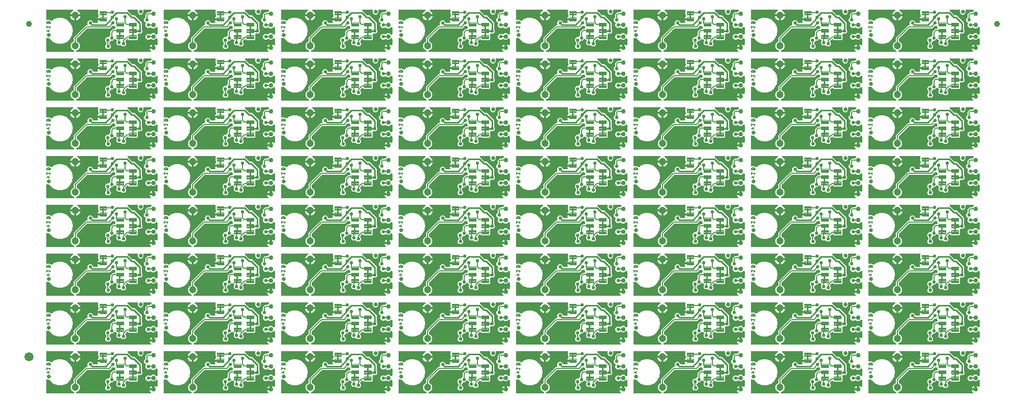
<source format=gbl>
G04 EAGLE Gerber RS-274X export*
G75*
%MOMM*%
%FSLAX34Y34*%
%LPD*%
%INBottom Copper*%
%IPPOS*%
%AMOC8*
5,1,8,0,0,1.08239X$1,22.5*%
G01*
%ADD10C,0.177800*%
%ADD11C,0.099059*%
%ADD12C,0.635000*%
%ADD13C,0.762000*%
%ADD14C,1.200000*%
%ADD15C,1.000000*%
%ADD16C,1.500000*%
%ADD17C,0.554000*%
%ADD18C,0.558800*%
%ADD19C,0.152400*%
%ADD20C,0.279400*%

G36*
X762538Y165372D02*
X762538Y165372D01*
X762676Y165385D01*
X762695Y165392D01*
X762715Y165395D01*
X762845Y165446D01*
X762975Y165493D01*
X762992Y165504D01*
X763011Y165512D01*
X763124Y165593D01*
X763239Y165671D01*
X763252Y165687D01*
X763268Y165698D01*
X763357Y165806D01*
X763449Y165910D01*
X763458Y165928D01*
X763471Y165943D01*
X763530Y166069D01*
X763594Y166193D01*
X763598Y166213D01*
X763607Y166231D01*
X763633Y166367D01*
X763663Y166503D01*
X763663Y166524D01*
X763666Y166543D01*
X763658Y166682D01*
X763654Y166821D01*
X763648Y166841D01*
X763647Y166861D01*
X763604Y166993D01*
X763565Y167127D01*
X763555Y167144D01*
X763549Y167163D01*
X763474Y167281D01*
X763404Y167401D01*
X763385Y167422D01*
X763379Y167432D01*
X763364Y167446D01*
X763297Y167522D01*
X762782Y168037D01*
X762087Y169077D01*
X761630Y170181D01*
X767080Y170181D01*
X767198Y170196D01*
X767317Y170203D01*
X767355Y170215D01*
X767395Y170221D01*
X767506Y170264D01*
X767619Y170301D01*
X767653Y170323D01*
X767691Y170338D01*
X767787Y170407D01*
X767888Y170471D01*
X767916Y170501D01*
X767948Y170524D01*
X768024Y170616D01*
X768106Y170703D01*
X768125Y170738D01*
X768151Y170769D01*
X768202Y170877D01*
X768259Y170981D01*
X768269Y171021D01*
X768287Y171057D01*
X768309Y171174D01*
X768339Y171289D01*
X768343Y171349D01*
X768346Y171369D01*
X768345Y171390D01*
X768349Y171450D01*
X768349Y171451D01*
X768350Y171451D01*
X768468Y171466D01*
X768587Y171473D01*
X768625Y171486D01*
X768666Y171491D01*
X768776Y171535D01*
X768889Y171571D01*
X768924Y171593D01*
X768961Y171608D01*
X769057Y171678D01*
X769158Y171741D01*
X769186Y171771D01*
X769219Y171795D01*
X769295Y171886D01*
X769376Y171973D01*
X769396Y172008D01*
X769421Y172040D01*
X769472Y172147D01*
X769530Y172252D01*
X769540Y172291D01*
X769557Y172327D01*
X769579Y172444D01*
X769609Y172560D01*
X769613Y172620D01*
X769617Y172640D01*
X769615Y172660D01*
X769619Y172720D01*
X769619Y178170D01*
X770723Y177713D01*
X771763Y177018D01*
X772278Y176503D01*
X772388Y176418D01*
X772495Y176329D01*
X772514Y176320D01*
X772530Y176308D01*
X772658Y176252D01*
X772783Y176193D01*
X772803Y176190D01*
X772822Y176181D01*
X772960Y176160D01*
X773096Y176134D01*
X773116Y176135D01*
X773136Y176132D01*
X773275Y176145D01*
X773413Y176153D01*
X773432Y176160D01*
X773452Y176161D01*
X773583Y176208D01*
X773715Y176251D01*
X773733Y176262D01*
X773752Y176269D01*
X773866Y176347D01*
X773984Y176421D01*
X773998Y176436D01*
X774015Y176448D01*
X774107Y176552D01*
X774202Y176653D01*
X774212Y176671D01*
X774225Y176686D01*
X774288Y176810D01*
X774356Y176932D01*
X774361Y176951D01*
X774370Y176969D01*
X774400Y177105D01*
X774435Y177240D01*
X774437Y177268D01*
X774440Y177280D01*
X774439Y177300D01*
X774445Y177400D01*
X774445Y186897D01*
X774428Y187035D01*
X774415Y187174D01*
X774408Y187193D01*
X774405Y187213D01*
X774354Y187342D01*
X774307Y187473D01*
X774296Y187490D01*
X774288Y187509D01*
X774207Y187621D01*
X774129Y187736D01*
X774113Y187750D01*
X774102Y187766D01*
X773994Y187855D01*
X773890Y187947D01*
X773872Y187956D01*
X773857Y187969D01*
X773731Y188028D01*
X773607Y188091D01*
X773587Y188096D01*
X773569Y188104D01*
X773432Y188130D01*
X773297Y188161D01*
X773276Y188160D01*
X773257Y188164D01*
X773118Y188155D01*
X772979Y188151D01*
X772959Y188146D01*
X772939Y188144D01*
X772807Y188102D01*
X772673Y188063D01*
X772656Y188053D01*
X772637Y188046D01*
X772519Y187972D01*
X772399Y187901D01*
X772378Y187883D01*
X772368Y187876D01*
X772354Y187861D01*
X772279Y187795D01*
X770881Y186397D01*
X768827Y185546D01*
X766603Y185546D01*
X764549Y186397D01*
X764084Y186862D01*
X763990Y186935D01*
X763901Y187014D01*
X763865Y187032D01*
X763833Y187057D01*
X763723Y187105D01*
X763618Y187159D01*
X763578Y187167D01*
X763541Y187184D01*
X763423Y187202D01*
X763307Y187228D01*
X763267Y187227D01*
X763227Y187233D01*
X763108Y187222D01*
X762989Y187219D01*
X762950Y187207D01*
X762910Y187204D01*
X762798Y187163D01*
X762684Y187130D01*
X762649Y187110D01*
X762611Y187096D01*
X762512Y187029D01*
X762410Y186969D01*
X762365Y186929D01*
X762348Y186917D01*
X762334Y186902D01*
X762289Y186862D01*
X761354Y185927D01*
X757566Y185927D01*
X754887Y188606D01*
X754887Y192394D01*
X757566Y195073D01*
X761354Y195073D01*
X761654Y194773D01*
X761748Y194700D01*
X761837Y194621D01*
X761873Y194603D01*
X761905Y194578D01*
X762015Y194530D01*
X762121Y194476D01*
X762160Y194468D01*
X762197Y194451D01*
X762315Y194433D01*
X762431Y194407D01*
X762471Y194408D01*
X762511Y194402D01*
X762630Y194413D01*
X762749Y194416D01*
X762788Y194428D01*
X762828Y194431D01*
X762940Y194472D01*
X763054Y194505D01*
X763089Y194525D01*
X763127Y194539D01*
X763226Y194606D01*
X763328Y194666D01*
X763373Y194706D01*
X763390Y194718D01*
X763404Y194733D01*
X763449Y194773D01*
X764549Y195873D01*
X766603Y196724D01*
X768827Y196724D01*
X770881Y195873D01*
X772279Y194475D01*
X772388Y194390D01*
X772495Y194301D01*
X772514Y194293D01*
X772530Y194280D01*
X772658Y194225D01*
X772783Y194166D01*
X772803Y194162D01*
X772822Y194154D01*
X772960Y194132D01*
X773096Y194106D01*
X773116Y194107D01*
X773136Y194104D01*
X773275Y194117D01*
X773413Y194126D01*
X773432Y194132D01*
X773452Y194134D01*
X773584Y194181D01*
X773715Y194224D01*
X773733Y194235D01*
X773752Y194241D01*
X773867Y194319D01*
X773984Y194394D01*
X773998Y194409D01*
X774015Y194420D01*
X774107Y194524D01*
X774202Y194625D01*
X774212Y194643D01*
X774225Y194658D01*
X774289Y194783D01*
X774356Y194904D01*
X774361Y194924D01*
X774370Y194942D01*
X774400Y195077D01*
X774435Y195212D01*
X774437Y195240D01*
X774440Y195252D01*
X774439Y195272D01*
X774445Y195373D01*
X774445Y205947D01*
X774428Y206085D01*
X774415Y206224D01*
X774408Y206243D01*
X774405Y206263D01*
X774354Y206392D01*
X774307Y206523D01*
X774296Y206540D01*
X774288Y206559D01*
X774207Y206671D01*
X774129Y206786D01*
X774113Y206800D01*
X774102Y206816D01*
X773994Y206905D01*
X773890Y206997D01*
X773872Y207006D01*
X773857Y207019D01*
X773731Y207078D01*
X773607Y207141D01*
X773587Y207146D01*
X773569Y207154D01*
X773432Y207180D01*
X773297Y207211D01*
X773276Y207210D01*
X773257Y207214D01*
X773118Y207205D01*
X772979Y207201D01*
X772959Y207196D01*
X772939Y207194D01*
X772807Y207152D01*
X772673Y207113D01*
X772656Y207103D01*
X772637Y207096D01*
X772519Y207022D01*
X772399Y206951D01*
X772378Y206933D01*
X772368Y206926D01*
X772354Y206911D01*
X772279Y206845D01*
X770881Y205447D01*
X768827Y204596D01*
X766603Y204596D01*
X764549Y205447D01*
X763767Y206230D01*
X763673Y206303D01*
X763583Y206382D01*
X763547Y206400D01*
X763515Y206425D01*
X763406Y206472D01*
X763300Y206526D01*
X763261Y206535D01*
X763223Y206551D01*
X763106Y206570D01*
X762990Y206596D01*
X762949Y206595D01*
X762909Y206601D01*
X762791Y206590D01*
X762672Y206586D01*
X762633Y206575D01*
X762593Y206571D01*
X762481Y206531D01*
X762366Y206498D01*
X762332Y206477D01*
X762293Y206464D01*
X762195Y206397D01*
X762092Y206336D01*
X762047Y206296D01*
X762030Y206285D01*
X762017Y206270D01*
X761972Y206230D01*
X761354Y205612D01*
X757566Y205612D01*
X754887Y208291D01*
X754887Y212079D01*
X754953Y212145D01*
X755026Y212239D01*
X755105Y212328D01*
X755123Y212364D01*
X755148Y212396D01*
X755196Y212506D01*
X755250Y212612D01*
X755258Y212651D01*
X755274Y212688D01*
X755293Y212806D01*
X755319Y212922D01*
X755318Y212962D01*
X755324Y213002D01*
X755313Y213121D01*
X755310Y213240D01*
X755298Y213279D01*
X755295Y213319D01*
X755254Y213431D01*
X755221Y213545D01*
X755201Y213580D01*
X755187Y213618D01*
X755120Y213717D01*
X755060Y213819D01*
X755020Y213864D01*
X755008Y213881D01*
X754993Y213895D01*
X754953Y213940D01*
X752347Y216546D01*
X752347Y220334D01*
X754008Y221994D01*
X754068Y222073D01*
X754136Y222145D01*
X754165Y222198D01*
X754202Y222246D01*
X754242Y222337D01*
X754290Y222423D01*
X754305Y222482D01*
X754329Y222537D01*
X754344Y222635D01*
X754369Y222731D01*
X754375Y222831D01*
X754379Y222852D01*
X754377Y222864D01*
X754379Y222892D01*
X754379Y228382D01*
X757773Y231776D01*
X761870Y231776D01*
X761900Y231779D01*
X761929Y231777D01*
X762057Y231799D01*
X762186Y231816D01*
X762213Y231827D01*
X762243Y231832D01*
X762361Y231885D01*
X762481Y231933D01*
X762505Y231950D01*
X762532Y231962D01*
X762634Y232043D01*
X762739Y232119D01*
X762758Y232142D01*
X762781Y232161D01*
X762859Y232265D01*
X762942Y232364D01*
X762942Y232366D01*
X764375Y233799D01*
X764460Y233908D01*
X764549Y234015D01*
X764557Y234034D01*
X764570Y234050D01*
X764625Y234178D01*
X764684Y234303D01*
X764688Y234323D01*
X764696Y234342D01*
X764718Y234480D01*
X764744Y234616D01*
X764743Y234636D01*
X764746Y234656D01*
X764733Y234795D01*
X764724Y234933D01*
X764718Y234952D01*
X764716Y234972D01*
X764669Y235104D01*
X764626Y235235D01*
X764615Y235253D01*
X764609Y235272D01*
X764531Y235387D01*
X764456Y235504D01*
X764441Y235518D01*
X764430Y235535D01*
X764326Y235627D01*
X764225Y235722D01*
X764207Y235732D01*
X764192Y235745D01*
X764067Y235809D01*
X763946Y235876D01*
X763926Y235881D01*
X763908Y235890D01*
X763773Y235920D01*
X763638Y235955D01*
X763610Y235957D01*
X763598Y235960D01*
X763578Y235959D01*
X763477Y235965D01*
X752295Y235965D01*
X752245Y235959D01*
X752196Y235961D01*
X752088Y235939D01*
X751979Y235925D01*
X751933Y235907D01*
X751884Y235897D01*
X751786Y235849D01*
X751684Y235808D01*
X751643Y235779D01*
X751599Y235757D01*
X751515Y235686D01*
X751426Y235622D01*
X751395Y235583D01*
X751357Y235551D01*
X751294Y235461D01*
X751223Y235377D01*
X751202Y235332D01*
X751174Y235291D01*
X751135Y235188D01*
X751088Y235089D01*
X751079Y235040D01*
X751061Y234994D01*
X751049Y234884D01*
X751028Y234777D01*
X751031Y234727D01*
X751026Y234678D01*
X751041Y234569D01*
X751048Y234459D01*
X751063Y234412D01*
X751070Y234363D01*
X751122Y234210D01*
X751460Y233395D01*
X751460Y231425D01*
X750706Y229604D01*
X749312Y228210D01*
X747491Y227456D01*
X745521Y227456D01*
X743700Y228210D01*
X742306Y229604D01*
X741552Y231425D01*
X741552Y233395D01*
X741890Y234210D01*
X741903Y234258D01*
X741924Y234303D01*
X741945Y234411D01*
X741974Y234517D01*
X741975Y234567D01*
X741984Y234616D01*
X741977Y234725D01*
X741979Y234835D01*
X741967Y234883D01*
X741964Y234933D01*
X741930Y235037D01*
X741905Y235144D01*
X741881Y235188D01*
X741866Y235235D01*
X741807Y235328D01*
X741756Y235425D01*
X741723Y235462D01*
X741696Y235504D01*
X741616Y235579D01*
X741542Y235661D01*
X741501Y235688D01*
X741464Y235722D01*
X741368Y235775D01*
X741276Y235835D01*
X741229Y235852D01*
X741186Y235876D01*
X741080Y235903D01*
X740976Y235939D01*
X740926Y235943D01*
X740878Y235955D01*
X740717Y235965D01*
X725868Y235965D01*
X725731Y235948D01*
X725592Y235935D01*
X725573Y235928D01*
X725553Y235925D01*
X725424Y235874D01*
X725292Y235827D01*
X725276Y235816D01*
X725257Y235808D01*
X725144Y235727D01*
X725029Y235649D01*
X725016Y235633D01*
X725000Y235622D01*
X724911Y235514D01*
X724819Y235410D01*
X724810Y235392D01*
X724797Y235377D01*
X724737Y235251D01*
X724674Y235127D01*
X724670Y235107D01*
X724661Y235089D01*
X724635Y234953D01*
X724605Y234817D01*
X724605Y234796D01*
X724601Y234777D01*
X724610Y234638D01*
X724614Y234499D01*
X724620Y234479D01*
X724621Y234459D01*
X724664Y234327D01*
X724703Y234193D01*
X724713Y234176D01*
X724719Y234157D01*
X724794Y234039D01*
X724864Y233919D01*
X724883Y233898D01*
X724889Y233888D01*
X724904Y233874D01*
X724971Y233799D01*
X727447Y231322D01*
X732324Y226445D01*
X732402Y226384D01*
X732474Y226317D01*
X732527Y226287D01*
X732575Y226250D01*
X732666Y226211D01*
X732753Y226163D01*
X732811Y226148D01*
X732867Y226124D01*
X732965Y226108D01*
X733061Y226084D01*
X733161Y226077D01*
X733181Y226074D01*
X733194Y226075D01*
X733222Y226073D01*
X736785Y226073D01*
X739017Y223841D01*
X746116Y216742D01*
X748348Y214510D01*
X748348Y203998D01*
X748361Y203900D01*
X748364Y203801D01*
X748380Y203743D01*
X748388Y203683D01*
X748424Y203591D01*
X748452Y203496D01*
X748483Y203443D01*
X748505Y203387D01*
X748563Y203307D01*
X748614Y203222D01*
X748680Y203146D01*
X748692Y203130D01*
X748701Y203122D01*
X748720Y203101D01*
X749785Y202036D01*
X749785Y198268D01*
X747120Y195603D01*
X743013Y195603D01*
X742895Y195588D01*
X742777Y195581D01*
X742738Y195568D01*
X742698Y195563D01*
X742587Y195520D01*
X742474Y195483D01*
X742440Y195461D01*
X742402Y195446D01*
X742306Y195377D01*
X742205Y195313D01*
X742178Y195283D01*
X742145Y195260D01*
X742069Y195168D01*
X741987Y195081D01*
X741968Y195046D01*
X741942Y195015D01*
X741891Y194907D01*
X741834Y194803D01*
X741824Y194763D01*
X741807Y194727D01*
X741784Y194610D01*
X741754Y194495D01*
X741751Y194435D01*
X741747Y194415D01*
X741748Y194394D01*
X741744Y194334D01*
X741744Y186497D01*
X740412Y185165D01*
X726819Y185165D01*
X725767Y186217D01*
X725673Y186290D01*
X725584Y186369D01*
X725548Y186387D01*
X725516Y186412D01*
X725407Y186459D01*
X725301Y186513D01*
X725261Y186522D01*
X725224Y186538D01*
X725106Y186557D01*
X724990Y186583D01*
X724950Y186582D01*
X724910Y186588D01*
X724791Y186577D01*
X724672Y186573D01*
X724634Y186562D01*
X724593Y186558D01*
X724481Y186518D01*
X724367Y186485D01*
X724332Y186464D01*
X724294Y186451D01*
X724196Y186384D01*
X724093Y186323D01*
X724048Y186284D01*
X724031Y186272D01*
X724017Y186257D01*
X723972Y186217D01*
X721437Y183682D01*
X721364Y183587D01*
X721285Y183498D01*
X721267Y183462D01*
X721242Y183430D01*
X721194Y183321D01*
X721140Y183215D01*
X721132Y183176D01*
X721115Y183139D01*
X721097Y183020D01*
X721071Y182905D01*
X721072Y182864D01*
X721066Y182824D01*
X721077Y182706D01*
X721080Y182587D01*
X721092Y182548D01*
X721095Y182508D01*
X721136Y182396D01*
X721169Y182281D01*
X721189Y182247D01*
X721203Y182209D01*
X721270Y182110D01*
X721330Y182007D01*
X721370Y181962D01*
X721382Y181945D01*
X721397Y181932D01*
X721437Y181887D01*
X722361Y180962D01*
X722361Y177194D01*
X719696Y174530D01*
X715928Y174530D01*
X714189Y176269D01*
X714095Y176342D01*
X714005Y176421D01*
X713970Y176439D01*
X713938Y176464D01*
X713828Y176511D01*
X713722Y176565D01*
X713683Y176574D01*
X713646Y176590D01*
X713528Y176609D01*
X713412Y176635D01*
X713372Y176634D01*
X713332Y176640D01*
X713213Y176629D01*
X713094Y176625D01*
X713055Y176614D01*
X713015Y176610D01*
X712903Y176570D01*
X712789Y176537D01*
X712754Y176516D01*
X712716Y176503D01*
X712640Y176451D01*
X708808Y176451D01*
X706143Y179116D01*
X706143Y182884D01*
X706512Y183253D01*
X706596Y183361D01*
X706686Y183469D01*
X706694Y183488D01*
X706707Y183504D01*
X706762Y183632D01*
X706821Y183757D01*
X706825Y183777D01*
X706833Y183796D01*
X706855Y183934D01*
X706881Y184070D01*
X706880Y184090D01*
X706883Y184110D01*
X706870Y184249D01*
X706861Y184387D01*
X706855Y184406D01*
X706853Y184426D01*
X706806Y184557D01*
X706763Y184689D01*
X706752Y184707D01*
X706745Y184726D01*
X706667Y184840D01*
X706593Y184958D01*
X706578Y184972D01*
X706567Y184989D01*
X706463Y185081D01*
X706361Y185176D01*
X706344Y185186D01*
X706328Y185199D01*
X706205Y185262D01*
X706083Y185330D01*
X706063Y185335D01*
X706045Y185344D01*
X705909Y185374D01*
X705775Y185409D01*
X705747Y185411D01*
X705735Y185414D01*
X705714Y185413D01*
X705614Y185419D01*
X705102Y185419D01*
X704151Y186370D01*
X704057Y186443D01*
X703968Y186522D01*
X703932Y186540D01*
X703900Y186565D01*
X703791Y186612D01*
X703685Y186666D01*
X703645Y186675D01*
X703608Y186691D01*
X703490Y186710D01*
X703374Y186736D01*
X703334Y186735D01*
X703294Y186741D01*
X703175Y186730D01*
X703057Y186726D01*
X703018Y186715D01*
X702977Y186711D01*
X702865Y186671D01*
X702751Y186638D01*
X702716Y186617D01*
X702678Y186604D01*
X702580Y186537D01*
X702477Y186476D01*
X702432Y186436D01*
X702415Y186425D01*
X702402Y186410D01*
X702356Y186370D01*
X700154Y184168D01*
X697968Y184168D01*
X697850Y184153D01*
X697731Y184145D01*
X697693Y184133D01*
X697652Y184128D01*
X697542Y184084D01*
X697429Y184047D01*
X697394Y184026D01*
X697357Y184011D01*
X697261Y183941D01*
X697160Y183877D01*
X697132Y183848D01*
X697099Y183824D01*
X697023Y183732D01*
X696942Y183645D01*
X696922Y183610D01*
X696897Y183579D01*
X696846Y183471D01*
X696843Y183465D01*
X695062Y181685D01*
X695002Y181607D01*
X694934Y181535D01*
X694905Y181482D01*
X694868Y181434D01*
X694828Y181343D01*
X694780Y181256D01*
X694765Y181198D01*
X694741Y181142D01*
X694726Y181044D01*
X694701Y180948D01*
X694695Y180848D01*
X694691Y180828D01*
X694693Y180816D01*
X694691Y180788D01*
X694691Y179448D01*
X694703Y179350D01*
X694706Y179251D01*
X694723Y179192D01*
X694731Y179132D01*
X694767Y179040D01*
X694795Y178945D01*
X694825Y178893D01*
X694848Y178837D01*
X694906Y178757D01*
X694956Y178671D01*
X695022Y178596D01*
X695034Y178579D01*
X695044Y178572D01*
X695062Y178550D01*
X696953Y176660D01*
X696953Y172892D01*
X694288Y170227D01*
X690520Y170227D01*
X687855Y172892D01*
X687855Y176660D01*
X689238Y178042D01*
X689298Y178121D01*
X689366Y178193D01*
X689395Y178246D01*
X689432Y178294D01*
X689472Y178385D01*
X689520Y178471D01*
X689535Y178530D01*
X689559Y178586D01*
X689574Y178683D01*
X689599Y178779D01*
X689605Y178879D01*
X689609Y178900D01*
X689607Y178912D01*
X689609Y178940D01*
X689609Y180788D01*
X689597Y180886D01*
X689594Y180985D01*
X689577Y181043D01*
X689569Y181103D01*
X689533Y181195D01*
X689505Y181290D01*
X689475Y181343D01*
X689452Y181399D01*
X689394Y181479D01*
X689344Y181564D01*
X689278Y181640D01*
X689266Y181656D01*
X689256Y181664D01*
X689238Y181685D01*
X687601Y183321D01*
X687601Y187090D01*
X690266Y189754D01*
X692452Y189754D01*
X692570Y189769D01*
X692689Y189777D01*
X692727Y189789D01*
X692768Y189794D01*
X692878Y189838D01*
X692991Y189875D01*
X693026Y189896D01*
X693063Y189911D01*
X693159Y189981D01*
X693260Y190045D01*
X693288Y190074D01*
X693321Y190098D01*
X693397Y190190D01*
X693478Y190276D01*
X693498Y190312D01*
X693523Y190343D01*
X693574Y190451D01*
X693577Y190457D01*
X695358Y192237D01*
X695418Y192315D01*
X695486Y192387D01*
X695515Y192440D01*
X695552Y192488D01*
X695592Y192579D01*
X695640Y192666D01*
X695655Y192724D01*
X695679Y192780D01*
X695694Y192878D01*
X695719Y192974D01*
X695725Y193074D01*
X695729Y193094D01*
X695727Y193106D01*
X695729Y193134D01*
X695729Y198942D01*
X700242Y203455D01*
X702501Y203455D01*
X702619Y203470D01*
X702737Y203477D01*
X702776Y203490D01*
X702816Y203495D01*
X702927Y203538D01*
X703040Y203575D01*
X703074Y203597D01*
X703112Y203612D01*
X703208Y203681D01*
X703309Y203745D01*
X703336Y203775D01*
X703369Y203798D01*
X703445Y203890D01*
X703527Y203977D01*
X703546Y204012D01*
X703572Y204043D01*
X703623Y204151D01*
X703680Y204255D01*
X703690Y204295D01*
X703707Y204331D01*
X703730Y204448D01*
X703760Y204563D01*
X703763Y204623D01*
X703767Y204643D01*
X703766Y204659D01*
X704331Y205224D01*
X704404Y205318D01*
X704482Y205407D01*
X704501Y205443D01*
X704526Y205475D01*
X704573Y205584D01*
X704627Y205690D01*
X704636Y205729D01*
X704652Y205767D01*
X704671Y205884D01*
X704697Y206000D01*
X704695Y206041D01*
X704702Y206081D01*
X704691Y206199D01*
X704687Y206318D01*
X704676Y206357D01*
X704672Y206397D01*
X704632Y206509D01*
X704599Y206624D01*
X704578Y206659D01*
X704564Y206697D01*
X704498Y206795D01*
X704437Y206898D01*
X704397Y206943D01*
X704386Y206960D01*
X704370Y206973D01*
X704331Y207019D01*
X703764Y207585D01*
X703755Y207660D01*
X703747Y207779D01*
X703735Y207817D01*
X703730Y207858D01*
X703686Y207968D01*
X703649Y208081D01*
X703628Y208116D01*
X703613Y208153D01*
X703543Y208249D01*
X703479Y208350D01*
X703450Y208378D01*
X703426Y208411D01*
X703334Y208487D01*
X703248Y208568D01*
X703212Y208588D01*
X703181Y208613D01*
X703073Y208664D01*
X702969Y208722D01*
X702930Y208732D01*
X702893Y208749D01*
X702777Y208771D01*
X702661Y208801D01*
X702601Y208805D01*
X702581Y208809D01*
X702561Y208807D01*
X702501Y208811D01*
X700063Y208811D01*
X699964Y208799D01*
X699865Y208796D01*
X699807Y208779D01*
X699747Y208771D01*
X699655Y208735D01*
X699560Y208707D01*
X699508Y208677D01*
X699451Y208654D01*
X699371Y208596D01*
X699286Y208546D01*
X699211Y208480D01*
X699194Y208468D01*
X699186Y208458D01*
X699165Y208440D01*
X695322Y204596D01*
X658295Y204596D01*
X658197Y204584D01*
X658098Y204581D01*
X658040Y204564D01*
X657980Y204556D01*
X657888Y204520D01*
X657792Y204492D01*
X657740Y204462D01*
X657684Y204439D01*
X657604Y204381D01*
X657519Y204331D01*
X657443Y204265D01*
X657427Y204253D01*
X657419Y204243D01*
X657398Y204225D01*
X640452Y187279D01*
X640392Y187201D01*
X640324Y187129D01*
X640295Y187076D01*
X640258Y187028D01*
X640218Y186937D01*
X640170Y186850D01*
X640155Y186792D01*
X640131Y186736D01*
X640116Y186638D01*
X640091Y186543D01*
X640085Y186442D01*
X640081Y186422D01*
X640083Y186410D01*
X640081Y186382D01*
X640081Y183475D01*
X640084Y183446D01*
X640082Y183417D01*
X640104Y183289D01*
X640121Y183160D01*
X640131Y183132D01*
X640136Y183103D01*
X640190Y182985D01*
X640238Y182864D01*
X640255Y182840D01*
X640267Y182813D01*
X640348Y182712D01*
X640424Y182607D01*
X640447Y182588D01*
X640466Y182565D01*
X640569Y182487D01*
X640669Y182404D01*
X640696Y182391D01*
X640720Y182374D01*
X640864Y182303D01*
X641946Y181854D01*
X644135Y179666D01*
X645319Y176807D01*
X645319Y173713D01*
X644135Y170854D01*
X641946Y168665D01*
X639849Y167797D01*
X639788Y167762D01*
X639723Y167736D01*
X639650Y167684D01*
X639572Y167639D01*
X639522Y167591D01*
X639466Y167550D01*
X639408Y167480D01*
X639344Y167418D01*
X639307Y167358D01*
X639263Y167305D01*
X639225Y167223D01*
X639178Y167147D01*
X639157Y167080D01*
X639127Y167017D01*
X639110Y166929D01*
X639084Y166843D01*
X639081Y166773D01*
X639068Y166704D01*
X639073Y166615D01*
X639069Y166525D01*
X639083Y166457D01*
X639087Y166387D01*
X639115Y166302D01*
X639133Y166214D01*
X639164Y166151D01*
X639185Y166085D01*
X639233Y166009D01*
X639273Y165928D01*
X639318Y165875D01*
X639356Y165816D01*
X639421Y165754D01*
X639479Y165686D01*
X639536Y165646D01*
X639587Y165598D01*
X639666Y165555D01*
X639739Y165503D01*
X639805Y165478D01*
X639866Y165444D01*
X639952Y165422D01*
X640037Y165390D01*
X640106Y165382D01*
X640174Y165365D01*
X640334Y165355D01*
X762400Y165355D01*
X762538Y165372D01*
G37*
G36*
X1153698Y327932D02*
X1153698Y327932D01*
X1153836Y327945D01*
X1153855Y327952D01*
X1153875Y327955D01*
X1154005Y328006D01*
X1154135Y328053D01*
X1154152Y328064D01*
X1154171Y328072D01*
X1154284Y328153D01*
X1154399Y328231D01*
X1154412Y328247D01*
X1154428Y328258D01*
X1154517Y328366D01*
X1154609Y328470D01*
X1154618Y328488D01*
X1154631Y328503D01*
X1154690Y328629D01*
X1154754Y328753D01*
X1154758Y328773D01*
X1154767Y328791D01*
X1154793Y328927D01*
X1154823Y329063D01*
X1154823Y329084D01*
X1154826Y329103D01*
X1154818Y329242D01*
X1154814Y329381D01*
X1154808Y329401D01*
X1154807Y329421D01*
X1154764Y329553D01*
X1154725Y329687D01*
X1154715Y329704D01*
X1154709Y329723D01*
X1154634Y329841D01*
X1154564Y329961D01*
X1154545Y329982D01*
X1154539Y329992D01*
X1154524Y330006D01*
X1154457Y330082D01*
X1153942Y330597D01*
X1153247Y331637D01*
X1152790Y332741D01*
X1158240Y332741D01*
X1158358Y332756D01*
X1158477Y332763D01*
X1158515Y332775D01*
X1158555Y332781D01*
X1158666Y332824D01*
X1158779Y332861D01*
X1158813Y332883D01*
X1158851Y332898D01*
X1158947Y332967D01*
X1159048Y333031D01*
X1159076Y333061D01*
X1159108Y333084D01*
X1159184Y333176D01*
X1159266Y333263D01*
X1159285Y333298D01*
X1159311Y333329D01*
X1159362Y333437D01*
X1159419Y333541D01*
X1159429Y333581D01*
X1159447Y333617D01*
X1159469Y333734D01*
X1159499Y333849D01*
X1159503Y333909D01*
X1159506Y333929D01*
X1159505Y333950D01*
X1159509Y334010D01*
X1159509Y334011D01*
X1159510Y334011D01*
X1159628Y334026D01*
X1159747Y334033D01*
X1159785Y334046D01*
X1159826Y334051D01*
X1159936Y334095D01*
X1160049Y334131D01*
X1160084Y334153D01*
X1160121Y334168D01*
X1160217Y334238D01*
X1160318Y334301D01*
X1160346Y334331D01*
X1160379Y334355D01*
X1160455Y334446D01*
X1160536Y334533D01*
X1160556Y334568D01*
X1160581Y334600D01*
X1160632Y334707D01*
X1160690Y334812D01*
X1160700Y334851D01*
X1160717Y334887D01*
X1160739Y335004D01*
X1160769Y335120D01*
X1160773Y335180D01*
X1160777Y335200D01*
X1160775Y335220D01*
X1160779Y335280D01*
X1160779Y340730D01*
X1161883Y340273D01*
X1162923Y339578D01*
X1163438Y339063D01*
X1163548Y338978D01*
X1163655Y338889D01*
X1163674Y338880D01*
X1163690Y338868D01*
X1163818Y338812D01*
X1163943Y338753D01*
X1163963Y338750D01*
X1163982Y338741D01*
X1164120Y338720D01*
X1164256Y338694D01*
X1164276Y338695D01*
X1164296Y338692D01*
X1164435Y338705D01*
X1164573Y338713D01*
X1164592Y338720D01*
X1164612Y338721D01*
X1164743Y338768D01*
X1164875Y338811D01*
X1164893Y338822D01*
X1164912Y338829D01*
X1165026Y338907D01*
X1165144Y338981D01*
X1165158Y338996D01*
X1165175Y339008D01*
X1165267Y339112D01*
X1165362Y339213D01*
X1165372Y339231D01*
X1165385Y339246D01*
X1165448Y339370D01*
X1165516Y339492D01*
X1165521Y339511D01*
X1165530Y339529D01*
X1165560Y339665D01*
X1165595Y339800D01*
X1165597Y339828D01*
X1165600Y339840D01*
X1165599Y339860D01*
X1165605Y339960D01*
X1165605Y349457D01*
X1165588Y349595D01*
X1165575Y349734D01*
X1165568Y349753D01*
X1165565Y349773D01*
X1165514Y349902D01*
X1165467Y350033D01*
X1165456Y350050D01*
X1165448Y350069D01*
X1165367Y350181D01*
X1165289Y350296D01*
X1165273Y350310D01*
X1165262Y350326D01*
X1165154Y350415D01*
X1165050Y350507D01*
X1165032Y350516D01*
X1165017Y350529D01*
X1164891Y350588D01*
X1164767Y350651D01*
X1164747Y350656D01*
X1164729Y350664D01*
X1164592Y350690D01*
X1164457Y350721D01*
X1164436Y350720D01*
X1164417Y350724D01*
X1164278Y350715D01*
X1164139Y350711D01*
X1164119Y350706D01*
X1164099Y350704D01*
X1163967Y350662D01*
X1163833Y350623D01*
X1163816Y350613D01*
X1163797Y350606D01*
X1163679Y350532D01*
X1163559Y350461D01*
X1163538Y350443D01*
X1163528Y350436D01*
X1163514Y350421D01*
X1163439Y350355D01*
X1162041Y348957D01*
X1159987Y348106D01*
X1157763Y348106D01*
X1155709Y348957D01*
X1155244Y349422D01*
X1155150Y349495D01*
X1155061Y349574D01*
X1155025Y349592D01*
X1154993Y349617D01*
X1154883Y349665D01*
X1154778Y349719D01*
X1154738Y349727D01*
X1154701Y349744D01*
X1154583Y349762D01*
X1154467Y349788D01*
X1154427Y349787D01*
X1154387Y349793D01*
X1154268Y349782D01*
X1154149Y349779D01*
X1154110Y349767D01*
X1154070Y349764D01*
X1153958Y349723D01*
X1153844Y349690D01*
X1153809Y349670D01*
X1153771Y349656D01*
X1153672Y349589D01*
X1153570Y349529D01*
X1153525Y349489D01*
X1153508Y349477D01*
X1153494Y349462D01*
X1153449Y349422D01*
X1152514Y348487D01*
X1148726Y348487D01*
X1146047Y351166D01*
X1146047Y354954D01*
X1148726Y357633D01*
X1152514Y357633D01*
X1152814Y357333D01*
X1152908Y357260D01*
X1152997Y357181D01*
X1153033Y357163D01*
X1153065Y357138D01*
X1153175Y357090D01*
X1153281Y357036D01*
X1153320Y357028D01*
X1153357Y357011D01*
X1153475Y356993D01*
X1153591Y356967D01*
X1153631Y356968D01*
X1153671Y356962D01*
X1153790Y356973D01*
X1153909Y356976D01*
X1153948Y356988D01*
X1153988Y356991D01*
X1154100Y357032D01*
X1154214Y357065D01*
X1154249Y357085D01*
X1154287Y357099D01*
X1154386Y357166D01*
X1154488Y357226D01*
X1154533Y357266D01*
X1154550Y357278D01*
X1154564Y357293D01*
X1154609Y357333D01*
X1155709Y358433D01*
X1157763Y359284D01*
X1159987Y359284D01*
X1162041Y358433D01*
X1163439Y357035D01*
X1163548Y356950D01*
X1163655Y356861D01*
X1163674Y356853D01*
X1163690Y356840D01*
X1163818Y356785D01*
X1163943Y356726D01*
X1163963Y356722D01*
X1163982Y356714D01*
X1164120Y356692D01*
X1164256Y356666D01*
X1164276Y356667D01*
X1164296Y356664D01*
X1164435Y356677D01*
X1164573Y356686D01*
X1164592Y356692D01*
X1164612Y356694D01*
X1164744Y356741D01*
X1164875Y356784D01*
X1164893Y356795D01*
X1164912Y356801D01*
X1165027Y356879D01*
X1165144Y356954D01*
X1165158Y356969D01*
X1165175Y356980D01*
X1165267Y357084D01*
X1165362Y357185D01*
X1165372Y357203D01*
X1165385Y357218D01*
X1165449Y357343D01*
X1165516Y357464D01*
X1165521Y357484D01*
X1165530Y357502D01*
X1165560Y357637D01*
X1165595Y357772D01*
X1165597Y357800D01*
X1165600Y357812D01*
X1165599Y357832D01*
X1165605Y357933D01*
X1165605Y368507D01*
X1165588Y368645D01*
X1165575Y368784D01*
X1165568Y368803D01*
X1165565Y368823D01*
X1165514Y368952D01*
X1165467Y369083D01*
X1165456Y369100D01*
X1165448Y369119D01*
X1165367Y369231D01*
X1165289Y369346D01*
X1165273Y369360D01*
X1165262Y369376D01*
X1165154Y369465D01*
X1165050Y369557D01*
X1165032Y369566D01*
X1165017Y369579D01*
X1164891Y369638D01*
X1164767Y369701D01*
X1164747Y369706D01*
X1164729Y369714D01*
X1164592Y369740D01*
X1164457Y369771D01*
X1164436Y369770D01*
X1164417Y369774D01*
X1164278Y369765D01*
X1164139Y369761D01*
X1164119Y369756D01*
X1164099Y369754D01*
X1163967Y369712D01*
X1163833Y369673D01*
X1163816Y369663D01*
X1163797Y369656D01*
X1163679Y369582D01*
X1163559Y369511D01*
X1163538Y369493D01*
X1163528Y369486D01*
X1163514Y369471D01*
X1163439Y369405D01*
X1162041Y368007D01*
X1159987Y367156D01*
X1157763Y367156D01*
X1155709Y368007D01*
X1154927Y368790D01*
X1154833Y368863D01*
X1154743Y368942D01*
X1154707Y368960D01*
X1154675Y368985D01*
X1154566Y369032D01*
X1154460Y369086D01*
X1154421Y369095D01*
X1154383Y369111D01*
X1154266Y369130D01*
X1154150Y369156D01*
X1154109Y369155D01*
X1154069Y369161D01*
X1153951Y369150D01*
X1153832Y369146D01*
X1153793Y369135D01*
X1153753Y369131D01*
X1153641Y369091D01*
X1153526Y369058D01*
X1153492Y369037D01*
X1153453Y369024D01*
X1153355Y368957D01*
X1153252Y368896D01*
X1153207Y368856D01*
X1153190Y368845D01*
X1153177Y368830D01*
X1153132Y368790D01*
X1152514Y368172D01*
X1148726Y368172D01*
X1146047Y370851D01*
X1146047Y374639D01*
X1146113Y374705D01*
X1146186Y374799D01*
X1146265Y374888D01*
X1146283Y374924D01*
X1146308Y374956D01*
X1146356Y375066D01*
X1146410Y375172D01*
X1146418Y375211D01*
X1146434Y375248D01*
X1146453Y375366D01*
X1146479Y375482D01*
X1146478Y375522D01*
X1146484Y375562D01*
X1146473Y375681D01*
X1146470Y375800D01*
X1146458Y375839D01*
X1146455Y375879D01*
X1146414Y375991D01*
X1146381Y376105D01*
X1146361Y376140D01*
X1146347Y376178D01*
X1146280Y376277D01*
X1146220Y376379D01*
X1146180Y376424D01*
X1146168Y376441D01*
X1146153Y376455D01*
X1146113Y376500D01*
X1143507Y379106D01*
X1143507Y382894D01*
X1145168Y384554D01*
X1145228Y384633D01*
X1145296Y384705D01*
X1145325Y384758D01*
X1145362Y384806D01*
X1145402Y384897D01*
X1145450Y384983D01*
X1145465Y385042D01*
X1145489Y385097D01*
X1145504Y385195D01*
X1145529Y385291D01*
X1145535Y385391D01*
X1145539Y385412D01*
X1145537Y385424D01*
X1145539Y385452D01*
X1145539Y390942D01*
X1148933Y394336D01*
X1153030Y394336D01*
X1153059Y394339D01*
X1153089Y394337D01*
X1153217Y394359D01*
X1153346Y394376D01*
X1153373Y394386D01*
X1153402Y394391D01*
X1153521Y394445D01*
X1153641Y394493D01*
X1153665Y394510D01*
X1153692Y394522D01*
X1153794Y394603D01*
X1153899Y394679D01*
X1153918Y394702D01*
X1153940Y394721D01*
X1154018Y394824D01*
X1154101Y394924D01*
X1154102Y394926D01*
X1155535Y396359D01*
X1155620Y396468D01*
X1155709Y396575D01*
X1155717Y396594D01*
X1155730Y396610D01*
X1155785Y396738D01*
X1155844Y396863D01*
X1155848Y396883D01*
X1155856Y396902D01*
X1155878Y397040D01*
X1155904Y397176D01*
X1155903Y397196D01*
X1155906Y397216D01*
X1155893Y397355D01*
X1155884Y397493D01*
X1155878Y397512D01*
X1155876Y397532D01*
X1155829Y397664D01*
X1155786Y397795D01*
X1155775Y397813D01*
X1155769Y397832D01*
X1155691Y397947D01*
X1155616Y398064D01*
X1155601Y398078D01*
X1155590Y398095D01*
X1155486Y398187D01*
X1155385Y398282D01*
X1155367Y398292D01*
X1155352Y398305D01*
X1155227Y398369D01*
X1155106Y398436D01*
X1155086Y398441D01*
X1155068Y398450D01*
X1154933Y398480D01*
X1154798Y398515D01*
X1154770Y398517D01*
X1154758Y398520D01*
X1154738Y398519D01*
X1154637Y398525D01*
X1143455Y398525D01*
X1143405Y398519D01*
X1143356Y398521D01*
X1143248Y398499D01*
X1143139Y398485D01*
X1143093Y398467D01*
X1143044Y398457D01*
X1142946Y398409D01*
X1142844Y398368D01*
X1142803Y398339D01*
X1142759Y398317D01*
X1142675Y398246D01*
X1142586Y398182D01*
X1142555Y398143D01*
X1142517Y398111D01*
X1142454Y398021D01*
X1142383Y397937D01*
X1142362Y397892D01*
X1142334Y397851D01*
X1142295Y397748D01*
X1142248Y397649D01*
X1142239Y397600D01*
X1142221Y397554D01*
X1142209Y397444D01*
X1142188Y397337D01*
X1142191Y397287D01*
X1142186Y397238D01*
X1142201Y397129D01*
X1142208Y397019D01*
X1142223Y396972D01*
X1142230Y396923D01*
X1142282Y396770D01*
X1142620Y395955D01*
X1142620Y393985D01*
X1141866Y392164D01*
X1140472Y390770D01*
X1138651Y390016D01*
X1136681Y390016D01*
X1134860Y390770D01*
X1133466Y392164D01*
X1132712Y393985D01*
X1132712Y395955D01*
X1133050Y396770D01*
X1133063Y396818D01*
X1133084Y396863D01*
X1133105Y396971D01*
X1133134Y397077D01*
X1133135Y397127D01*
X1133144Y397176D01*
X1133137Y397285D01*
X1133139Y397395D01*
X1133127Y397443D01*
X1133124Y397493D01*
X1133090Y397597D01*
X1133065Y397704D01*
X1133041Y397748D01*
X1133026Y397795D01*
X1132967Y397888D01*
X1132916Y397985D01*
X1132883Y398022D01*
X1132856Y398064D01*
X1132776Y398139D01*
X1132702Y398221D01*
X1132661Y398248D01*
X1132624Y398282D01*
X1132528Y398335D01*
X1132436Y398395D01*
X1132389Y398412D01*
X1132346Y398436D01*
X1132240Y398463D01*
X1132136Y398499D01*
X1132086Y398503D01*
X1132038Y398515D01*
X1131877Y398525D01*
X1117028Y398525D01*
X1116891Y398508D01*
X1116752Y398495D01*
X1116733Y398488D01*
X1116713Y398485D01*
X1116584Y398434D01*
X1116452Y398387D01*
X1116436Y398376D01*
X1116417Y398368D01*
X1116304Y398287D01*
X1116189Y398209D01*
X1116176Y398193D01*
X1116160Y398182D01*
X1116071Y398074D01*
X1115979Y397970D01*
X1115970Y397952D01*
X1115957Y397937D01*
X1115897Y397811D01*
X1115834Y397687D01*
X1115830Y397667D01*
X1115821Y397649D01*
X1115795Y397513D01*
X1115765Y397377D01*
X1115765Y397356D01*
X1115761Y397337D01*
X1115770Y397198D01*
X1115774Y397059D01*
X1115780Y397039D01*
X1115781Y397019D01*
X1115824Y396887D01*
X1115863Y396753D01*
X1115873Y396736D01*
X1115879Y396717D01*
X1115954Y396599D01*
X1116024Y396479D01*
X1116043Y396458D01*
X1116049Y396448D01*
X1116064Y396434D01*
X1116131Y396359D01*
X1118607Y393882D01*
X1123484Y389005D01*
X1123562Y388944D01*
X1123634Y388877D01*
X1123687Y388847D01*
X1123735Y388810D01*
X1123826Y388771D01*
X1123913Y388723D01*
X1123971Y388708D01*
X1124027Y388684D01*
X1124125Y388668D01*
X1124221Y388644D01*
X1124321Y388637D01*
X1124341Y388634D01*
X1124354Y388635D01*
X1124382Y388633D01*
X1127945Y388633D01*
X1130177Y386401D01*
X1137276Y379302D01*
X1139508Y377070D01*
X1139508Y366558D01*
X1139521Y366460D01*
X1139524Y366361D01*
X1139540Y366303D01*
X1139548Y366243D01*
X1139584Y366151D01*
X1139612Y366056D01*
X1139643Y366003D01*
X1139665Y365947D01*
X1139723Y365867D01*
X1139774Y365782D01*
X1139840Y365706D01*
X1139852Y365690D01*
X1139861Y365682D01*
X1139880Y365661D01*
X1140945Y364596D01*
X1140945Y360828D01*
X1138280Y358163D01*
X1134173Y358163D01*
X1134055Y358148D01*
X1133937Y358141D01*
X1133898Y358128D01*
X1133858Y358123D01*
X1133747Y358080D01*
X1133634Y358043D01*
X1133600Y358021D01*
X1133562Y358006D01*
X1133466Y357937D01*
X1133365Y357873D01*
X1133338Y357843D01*
X1133305Y357820D01*
X1133229Y357728D01*
X1133147Y357641D01*
X1133128Y357606D01*
X1133102Y357575D01*
X1133051Y357467D01*
X1132994Y357363D01*
X1132984Y357323D01*
X1132967Y357287D01*
X1132944Y357170D01*
X1132914Y357055D01*
X1132911Y356995D01*
X1132907Y356975D01*
X1132908Y356954D01*
X1132904Y356894D01*
X1132904Y349057D01*
X1131572Y347725D01*
X1117979Y347725D01*
X1116927Y348777D01*
X1116833Y348850D01*
X1116744Y348929D01*
X1116708Y348947D01*
X1116676Y348972D01*
X1116567Y349019D01*
X1116461Y349073D01*
X1116421Y349082D01*
X1116384Y349098D01*
X1116266Y349117D01*
X1116150Y349143D01*
X1116110Y349142D01*
X1116070Y349148D01*
X1115951Y349137D01*
X1115832Y349133D01*
X1115794Y349122D01*
X1115753Y349118D01*
X1115641Y349078D01*
X1115527Y349045D01*
X1115492Y349024D01*
X1115454Y349011D01*
X1115356Y348944D01*
X1115253Y348883D01*
X1115208Y348844D01*
X1115191Y348832D01*
X1115177Y348817D01*
X1115132Y348777D01*
X1112597Y346242D01*
X1112524Y346147D01*
X1112445Y346058D01*
X1112427Y346022D01*
X1112402Y345990D01*
X1112354Y345881D01*
X1112300Y345775D01*
X1112292Y345736D01*
X1112275Y345699D01*
X1112257Y345580D01*
X1112231Y345465D01*
X1112232Y345424D01*
X1112226Y345384D01*
X1112237Y345266D01*
X1112240Y345147D01*
X1112252Y345108D01*
X1112255Y345068D01*
X1112296Y344956D01*
X1112329Y344841D01*
X1112349Y344807D01*
X1112363Y344769D01*
X1112430Y344670D01*
X1112490Y344567D01*
X1112530Y344522D01*
X1112542Y344505D01*
X1112557Y344492D01*
X1112597Y344447D01*
X1113521Y343522D01*
X1113521Y339754D01*
X1110856Y337090D01*
X1107088Y337090D01*
X1105349Y338829D01*
X1105255Y338902D01*
X1105165Y338981D01*
X1105130Y338999D01*
X1105098Y339024D01*
X1104988Y339071D01*
X1104882Y339125D01*
X1104843Y339134D01*
X1104806Y339150D01*
X1104688Y339169D01*
X1104572Y339195D01*
X1104532Y339194D01*
X1104492Y339200D01*
X1104373Y339189D01*
X1104254Y339185D01*
X1104215Y339174D01*
X1104175Y339170D01*
X1104063Y339130D01*
X1103949Y339097D01*
X1103914Y339076D01*
X1103876Y339063D01*
X1103800Y339011D01*
X1099968Y339011D01*
X1097303Y341676D01*
X1097303Y345444D01*
X1097672Y345813D01*
X1097756Y345921D01*
X1097846Y346029D01*
X1097854Y346048D01*
X1097867Y346064D01*
X1097922Y346192D01*
X1097981Y346317D01*
X1097985Y346337D01*
X1097993Y346356D01*
X1098015Y346494D01*
X1098041Y346630D01*
X1098040Y346650D01*
X1098043Y346670D01*
X1098030Y346809D01*
X1098021Y346947D01*
X1098015Y346966D01*
X1098013Y346986D01*
X1097966Y347117D01*
X1097923Y347249D01*
X1097912Y347267D01*
X1097905Y347286D01*
X1097827Y347400D01*
X1097753Y347518D01*
X1097738Y347532D01*
X1097727Y347549D01*
X1097623Y347641D01*
X1097521Y347736D01*
X1097504Y347746D01*
X1097488Y347759D01*
X1097365Y347822D01*
X1097243Y347890D01*
X1097223Y347895D01*
X1097205Y347904D01*
X1097069Y347934D01*
X1096935Y347969D01*
X1096907Y347971D01*
X1096895Y347974D01*
X1096874Y347973D01*
X1096774Y347979D01*
X1096262Y347979D01*
X1095311Y348930D01*
X1095217Y349003D01*
X1095128Y349082D01*
X1095092Y349100D01*
X1095060Y349125D01*
X1094951Y349172D01*
X1094845Y349226D01*
X1094805Y349235D01*
X1094768Y349251D01*
X1094650Y349270D01*
X1094534Y349296D01*
X1094494Y349295D01*
X1094454Y349301D01*
X1094335Y349290D01*
X1094217Y349286D01*
X1094178Y349275D01*
X1094137Y349271D01*
X1094025Y349231D01*
X1093911Y349198D01*
X1093876Y349177D01*
X1093838Y349164D01*
X1093740Y349097D01*
X1093637Y349036D01*
X1093592Y348996D01*
X1093575Y348985D01*
X1093562Y348970D01*
X1093516Y348930D01*
X1091314Y346728D01*
X1089128Y346728D01*
X1089010Y346713D01*
X1088891Y346705D01*
X1088853Y346693D01*
X1088812Y346688D01*
X1088702Y346644D01*
X1088589Y346607D01*
X1088554Y346586D01*
X1088517Y346571D01*
X1088421Y346501D01*
X1088320Y346437D01*
X1088292Y346408D01*
X1088259Y346384D01*
X1088183Y346292D01*
X1088102Y346205D01*
X1088082Y346170D01*
X1088057Y346139D01*
X1088006Y346031D01*
X1088003Y346025D01*
X1086222Y344245D01*
X1086162Y344167D01*
X1086094Y344095D01*
X1086065Y344042D01*
X1086028Y343994D01*
X1085988Y343903D01*
X1085940Y343816D01*
X1085925Y343758D01*
X1085901Y343702D01*
X1085886Y343604D01*
X1085861Y343508D01*
X1085855Y343408D01*
X1085851Y343388D01*
X1085853Y343376D01*
X1085851Y343348D01*
X1085851Y342008D01*
X1085863Y341910D01*
X1085866Y341811D01*
X1085883Y341752D01*
X1085891Y341692D01*
X1085927Y341600D01*
X1085955Y341505D01*
X1085985Y341453D01*
X1086008Y341397D01*
X1086066Y341317D01*
X1086116Y341231D01*
X1086182Y341156D01*
X1086194Y341139D01*
X1086204Y341132D01*
X1086222Y341110D01*
X1088113Y339220D01*
X1088113Y335452D01*
X1085448Y332787D01*
X1081680Y332787D01*
X1079015Y335452D01*
X1079015Y339220D01*
X1080398Y340602D01*
X1080458Y340681D01*
X1080526Y340753D01*
X1080555Y340806D01*
X1080592Y340854D01*
X1080632Y340945D01*
X1080680Y341031D01*
X1080695Y341090D01*
X1080719Y341146D01*
X1080734Y341243D01*
X1080759Y341339D01*
X1080765Y341439D01*
X1080769Y341460D01*
X1080767Y341472D01*
X1080769Y341500D01*
X1080769Y343348D01*
X1080757Y343446D01*
X1080754Y343545D01*
X1080737Y343603D01*
X1080729Y343663D01*
X1080693Y343755D01*
X1080665Y343850D01*
X1080635Y343903D01*
X1080612Y343959D01*
X1080554Y344039D01*
X1080504Y344124D01*
X1080438Y344200D01*
X1080426Y344216D01*
X1080416Y344224D01*
X1080398Y344245D01*
X1078761Y345881D01*
X1078761Y349650D01*
X1081426Y352314D01*
X1083612Y352314D01*
X1083730Y352329D01*
X1083849Y352337D01*
X1083887Y352349D01*
X1083928Y352354D01*
X1084038Y352398D01*
X1084151Y352435D01*
X1084186Y352456D01*
X1084223Y352471D01*
X1084319Y352541D01*
X1084420Y352605D01*
X1084448Y352634D01*
X1084481Y352658D01*
X1084557Y352750D01*
X1084638Y352836D01*
X1084658Y352872D01*
X1084683Y352903D01*
X1084734Y353011D01*
X1084737Y353017D01*
X1086518Y354797D01*
X1086578Y354875D01*
X1086646Y354947D01*
X1086675Y355000D01*
X1086712Y355048D01*
X1086752Y355139D01*
X1086800Y355226D01*
X1086815Y355284D01*
X1086839Y355340D01*
X1086854Y355438D01*
X1086879Y355534D01*
X1086885Y355634D01*
X1086889Y355654D01*
X1086887Y355666D01*
X1086889Y355694D01*
X1086889Y361502D01*
X1091402Y366015D01*
X1093661Y366015D01*
X1093779Y366030D01*
X1093897Y366037D01*
X1093936Y366050D01*
X1093976Y366055D01*
X1094087Y366098D01*
X1094200Y366135D01*
X1094234Y366157D01*
X1094272Y366172D01*
X1094368Y366241D01*
X1094469Y366305D01*
X1094496Y366335D01*
X1094529Y366358D01*
X1094605Y366450D01*
X1094687Y366537D01*
X1094706Y366572D01*
X1094732Y366603D01*
X1094783Y366711D01*
X1094840Y366815D01*
X1094850Y366855D01*
X1094867Y366891D01*
X1094890Y367008D01*
X1094920Y367123D01*
X1094923Y367183D01*
X1094927Y367203D01*
X1094926Y367219D01*
X1095491Y367784D01*
X1095564Y367878D01*
X1095642Y367967D01*
X1095661Y368003D01*
X1095686Y368035D01*
X1095733Y368144D01*
X1095787Y368250D01*
X1095796Y368289D01*
X1095812Y368327D01*
X1095831Y368444D01*
X1095857Y368560D01*
X1095855Y368601D01*
X1095862Y368641D01*
X1095851Y368759D01*
X1095847Y368878D01*
X1095836Y368917D01*
X1095832Y368957D01*
X1095792Y369069D01*
X1095759Y369184D01*
X1095738Y369219D01*
X1095724Y369257D01*
X1095658Y369355D01*
X1095597Y369458D01*
X1095557Y369503D01*
X1095546Y369520D01*
X1095530Y369533D01*
X1095491Y369579D01*
X1094924Y370145D01*
X1094915Y370220D01*
X1094907Y370339D01*
X1094895Y370377D01*
X1094890Y370418D01*
X1094846Y370528D01*
X1094809Y370641D01*
X1094788Y370676D01*
X1094773Y370713D01*
X1094703Y370809D01*
X1094639Y370910D01*
X1094610Y370938D01*
X1094586Y370971D01*
X1094494Y371047D01*
X1094408Y371128D01*
X1094372Y371148D01*
X1094341Y371173D01*
X1094233Y371224D01*
X1094129Y371282D01*
X1094090Y371292D01*
X1094053Y371309D01*
X1093937Y371331D01*
X1093821Y371361D01*
X1093761Y371365D01*
X1093741Y371369D01*
X1093721Y371367D01*
X1093661Y371371D01*
X1091223Y371371D01*
X1091124Y371359D01*
X1091025Y371356D01*
X1090967Y371339D01*
X1090907Y371331D01*
X1090815Y371295D01*
X1090720Y371267D01*
X1090668Y371237D01*
X1090611Y371214D01*
X1090531Y371156D01*
X1090446Y371106D01*
X1090371Y371040D01*
X1090354Y371028D01*
X1090346Y371018D01*
X1090325Y371000D01*
X1086482Y367156D01*
X1049455Y367156D01*
X1049357Y367144D01*
X1049258Y367141D01*
X1049200Y367124D01*
X1049140Y367116D01*
X1049048Y367080D01*
X1048952Y367052D01*
X1048900Y367022D01*
X1048844Y366999D01*
X1048764Y366941D01*
X1048679Y366891D01*
X1048603Y366825D01*
X1048587Y366813D01*
X1048579Y366803D01*
X1048558Y366785D01*
X1031612Y349839D01*
X1031552Y349761D01*
X1031484Y349689D01*
X1031455Y349636D01*
X1031418Y349588D01*
X1031378Y349497D01*
X1031330Y349410D01*
X1031315Y349352D01*
X1031291Y349296D01*
X1031276Y349198D01*
X1031251Y349103D01*
X1031245Y349002D01*
X1031241Y348982D01*
X1031243Y348970D01*
X1031241Y348942D01*
X1031241Y346035D01*
X1031244Y346006D01*
X1031242Y345977D01*
X1031264Y345849D01*
X1031281Y345720D01*
X1031291Y345692D01*
X1031296Y345663D01*
X1031350Y345545D01*
X1031398Y345424D01*
X1031415Y345400D01*
X1031427Y345373D01*
X1031508Y345272D01*
X1031584Y345167D01*
X1031607Y345148D01*
X1031626Y345125D01*
X1031729Y345047D01*
X1031829Y344964D01*
X1031856Y344951D01*
X1031880Y344934D01*
X1032024Y344863D01*
X1033106Y344414D01*
X1035295Y342226D01*
X1036479Y339367D01*
X1036479Y336273D01*
X1035295Y333414D01*
X1033106Y331225D01*
X1031009Y330357D01*
X1030948Y330322D01*
X1030883Y330296D01*
X1030810Y330244D01*
X1030732Y330199D01*
X1030682Y330151D01*
X1030626Y330110D01*
X1030568Y330040D01*
X1030504Y329978D01*
X1030467Y329918D01*
X1030423Y329865D01*
X1030385Y329783D01*
X1030338Y329707D01*
X1030317Y329640D01*
X1030287Y329577D01*
X1030270Y329489D01*
X1030244Y329403D01*
X1030241Y329333D01*
X1030228Y329264D01*
X1030233Y329175D01*
X1030229Y329085D01*
X1030243Y329017D01*
X1030247Y328947D01*
X1030275Y328862D01*
X1030293Y328774D01*
X1030324Y328711D01*
X1030345Y328645D01*
X1030393Y328569D01*
X1030433Y328488D01*
X1030478Y328435D01*
X1030516Y328376D01*
X1030581Y328314D01*
X1030639Y328246D01*
X1030696Y328206D01*
X1030747Y328158D01*
X1030826Y328115D01*
X1030899Y328063D01*
X1030965Y328038D01*
X1031026Y328004D01*
X1031112Y327982D01*
X1031197Y327950D01*
X1031266Y327942D01*
X1031334Y327925D01*
X1031494Y327915D01*
X1153560Y327915D01*
X1153698Y327932D01*
G37*
G36*
X371378Y2812D02*
X371378Y2812D01*
X371516Y2825D01*
X371535Y2832D01*
X371555Y2835D01*
X371685Y2886D01*
X371815Y2933D01*
X371832Y2944D01*
X371851Y2952D01*
X371964Y3033D01*
X372079Y3111D01*
X372092Y3127D01*
X372108Y3138D01*
X372197Y3246D01*
X372289Y3350D01*
X372298Y3368D01*
X372311Y3383D01*
X372370Y3509D01*
X372434Y3633D01*
X372438Y3653D01*
X372447Y3671D01*
X372473Y3807D01*
X372503Y3943D01*
X372503Y3964D01*
X372506Y3983D01*
X372498Y4122D01*
X372494Y4261D01*
X372488Y4281D01*
X372487Y4301D01*
X372444Y4433D01*
X372405Y4567D01*
X372395Y4584D01*
X372389Y4603D01*
X372314Y4721D01*
X372244Y4841D01*
X372225Y4862D01*
X372219Y4872D01*
X372204Y4886D01*
X372137Y4962D01*
X371622Y5477D01*
X370927Y6517D01*
X370470Y7621D01*
X375920Y7621D01*
X376038Y7636D01*
X376157Y7643D01*
X376195Y7655D01*
X376235Y7661D01*
X376346Y7704D01*
X376459Y7741D01*
X376493Y7763D01*
X376531Y7778D01*
X376627Y7847D01*
X376728Y7911D01*
X376756Y7941D01*
X376788Y7964D01*
X376864Y8056D01*
X376946Y8143D01*
X376965Y8178D01*
X376991Y8209D01*
X377042Y8317D01*
X377099Y8421D01*
X377109Y8461D01*
X377127Y8497D01*
X377149Y8614D01*
X377179Y8729D01*
X377183Y8789D01*
X377186Y8809D01*
X377185Y8830D01*
X377189Y8890D01*
X377189Y8891D01*
X377190Y8891D01*
X377308Y8906D01*
X377427Y8913D01*
X377465Y8926D01*
X377506Y8931D01*
X377616Y8975D01*
X377729Y9011D01*
X377764Y9033D01*
X377801Y9048D01*
X377897Y9118D01*
X377998Y9181D01*
X378026Y9211D01*
X378059Y9235D01*
X378135Y9326D01*
X378216Y9413D01*
X378236Y9448D01*
X378261Y9480D01*
X378312Y9587D01*
X378370Y9692D01*
X378380Y9731D01*
X378397Y9767D01*
X378419Y9884D01*
X378449Y10000D01*
X378453Y10060D01*
X378457Y10080D01*
X378455Y10100D01*
X378459Y10160D01*
X378459Y15610D01*
X379563Y15153D01*
X380603Y14458D01*
X381118Y13943D01*
X381228Y13858D01*
X381335Y13769D01*
X381354Y13760D01*
X381370Y13748D01*
X381498Y13692D01*
X381623Y13633D01*
X381643Y13630D01*
X381662Y13621D01*
X381800Y13600D01*
X381936Y13574D01*
X381956Y13575D01*
X381976Y13572D01*
X382115Y13585D01*
X382253Y13593D01*
X382272Y13600D01*
X382292Y13601D01*
X382423Y13648D01*
X382555Y13691D01*
X382573Y13702D01*
X382592Y13709D01*
X382706Y13787D01*
X382824Y13861D01*
X382838Y13876D01*
X382855Y13888D01*
X382947Y13992D01*
X383042Y14093D01*
X383052Y14111D01*
X383065Y14126D01*
X383128Y14250D01*
X383196Y14372D01*
X383201Y14391D01*
X383210Y14409D01*
X383240Y14545D01*
X383275Y14680D01*
X383277Y14708D01*
X383280Y14720D01*
X383279Y14740D01*
X383285Y14840D01*
X383285Y24337D01*
X383268Y24475D01*
X383255Y24614D01*
X383248Y24633D01*
X383245Y24653D01*
X383194Y24782D01*
X383147Y24913D01*
X383136Y24930D01*
X383128Y24949D01*
X383047Y25061D01*
X382969Y25176D01*
X382953Y25190D01*
X382942Y25206D01*
X382834Y25295D01*
X382730Y25387D01*
X382712Y25396D01*
X382697Y25409D01*
X382571Y25468D01*
X382447Y25531D01*
X382427Y25536D01*
X382409Y25544D01*
X382272Y25570D01*
X382137Y25601D01*
X382116Y25600D01*
X382097Y25604D01*
X381958Y25595D01*
X381819Y25591D01*
X381799Y25586D01*
X381779Y25584D01*
X381647Y25542D01*
X381513Y25503D01*
X381496Y25493D01*
X381477Y25486D01*
X381359Y25412D01*
X381239Y25341D01*
X381218Y25323D01*
X381208Y25316D01*
X381194Y25301D01*
X381119Y25235D01*
X379721Y23837D01*
X377667Y22986D01*
X375443Y22986D01*
X373389Y23837D01*
X372924Y24302D01*
X372830Y24375D01*
X372741Y24454D01*
X372705Y24472D01*
X372673Y24497D01*
X372563Y24545D01*
X372458Y24599D01*
X372418Y24607D01*
X372381Y24624D01*
X372263Y24642D01*
X372147Y24668D01*
X372107Y24667D01*
X372067Y24673D01*
X371948Y24662D01*
X371829Y24659D01*
X371790Y24647D01*
X371750Y24644D01*
X371638Y24603D01*
X371524Y24570D01*
X371489Y24550D01*
X371451Y24536D01*
X371352Y24469D01*
X371250Y24409D01*
X371205Y24369D01*
X371188Y24357D01*
X371174Y24342D01*
X371129Y24302D01*
X370194Y23367D01*
X366406Y23367D01*
X363727Y26046D01*
X363727Y29834D01*
X366406Y32513D01*
X370194Y32513D01*
X370494Y32213D01*
X370588Y32140D01*
X370677Y32061D01*
X370713Y32043D01*
X370745Y32018D01*
X370855Y31970D01*
X370961Y31916D01*
X371000Y31908D01*
X371037Y31891D01*
X371155Y31873D01*
X371271Y31847D01*
X371311Y31848D01*
X371351Y31842D01*
X371470Y31853D01*
X371589Y31856D01*
X371628Y31868D01*
X371668Y31871D01*
X371780Y31912D01*
X371894Y31945D01*
X371929Y31965D01*
X371967Y31979D01*
X372066Y32046D01*
X372168Y32106D01*
X372213Y32146D01*
X372230Y32158D01*
X372244Y32173D01*
X372289Y32213D01*
X373389Y33313D01*
X375443Y34164D01*
X377667Y34164D01*
X379721Y33313D01*
X381119Y31915D01*
X381228Y31830D01*
X381335Y31741D01*
X381354Y31733D01*
X381370Y31720D01*
X381498Y31665D01*
X381623Y31606D01*
X381643Y31602D01*
X381662Y31594D01*
X381800Y31572D01*
X381936Y31546D01*
X381956Y31547D01*
X381976Y31544D01*
X382115Y31557D01*
X382253Y31566D01*
X382272Y31572D01*
X382292Y31574D01*
X382424Y31621D01*
X382555Y31664D01*
X382573Y31675D01*
X382592Y31681D01*
X382707Y31759D01*
X382824Y31834D01*
X382838Y31849D01*
X382855Y31860D01*
X382947Y31964D01*
X383042Y32065D01*
X383052Y32083D01*
X383065Y32098D01*
X383129Y32223D01*
X383196Y32344D01*
X383201Y32364D01*
X383210Y32382D01*
X383240Y32517D01*
X383275Y32652D01*
X383277Y32680D01*
X383280Y32692D01*
X383279Y32712D01*
X383285Y32813D01*
X383285Y43387D01*
X383268Y43525D01*
X383255Y43664D01*
X383248Y43683D01*
X383245Y43703D01*
X383194Y43832D01*
X383147Y43963D01*
X383136Y43980D01*
X383128Y43999D01*
X383047Y44111D01*
X382969Y44226D01*
X382953Y44240D01*
X382942Y44256D01*
X382834Y44345D01*
X382730Y44437D01*
X382712Y44446D01*
X382697Y44459D01*
X382571Y44518D01*
X382447Y44581D01*
X382427Y44586D01*
X382409Y44594D01*
X382272Y44620D01*
X382137Y44651D01*
X382116Y44650D01*
X382097Y44654D01*
X381958Y44645D01*
X381819Y44641D01*
X381799Y44636D01*
X381779Y44634D01*
X381647Y44592D01*
X381513Y44553D01*
X381496Y44543D01*
X381477Y44536D01*
X381359Y44462D01*
X381239Y44391D01*
X381218Y44373D01*
X381208Y44366D01*
X381194Y44351D01*
X381119Y44285D01*
X379721Y42887D01*
X377667Y42036D01*
X375443Y42036D01*
X373389Y42887D01*
X372607Y43670D01*
X372513Y43743D01*
X372423Y43822D01*
X372387Y43840D01*
X372355Y43865D01*
X372246Y43912D01*
X372140Y43966D01*
X372101Y43975D01*
X372063Y43991D01*
X371946Y44010D01*
X371830Y44036D01*
X371789Y44035D01*
X371749Y44041D01*
X371631Y44030D01*
X371512Y44026D01*
X371473Y44015D01*
X371433Y44011D01*
X371321Y43971D01*
X371206Y43938D01*
X371172Y43917D01*
X371133Y43904D01*
X371035Y43837D01*
X370932Y43776D01*
X370887Y43736D01*
X370870Y43725D01*
X370857Y43710D01*
X370812Y43670D01*
X370194Y43052D01*
X366406Y43052D01*
X363727Y45731D01*
X363727Y49519D01*
X363793Y49585D01*
X363866Y49679D01*
X363945Y49768D01*
X363963Y49804D01*
X363988Y49836D01*
X364036Y49946D01*
X364090Y50052D01*
X364098Y50091D01*
X364114Y50128D01*
X364133Y50246D01*
X364159Y50362D01*
X364158Y50402D01*
X364164Y50442D01*
X364153Y50561D01*
X364150Y50680D01*
X364138Y50719D01*
X364135Y50759D01*
X364094Y50871D01*
X364061Y50985D01*
X364041Y51020D01*
X364027Y51058D01*
X363960Y51157D01*
X363900Y51259D01*
X363860Y51304D01*
X363848Y51321D01*
X363833Y51335D01*
X363793Y51380D01*
X361187Y53986D01*
X361187Y57774D01*
X362848Y59434D01*
X362908Y59513D01*
X362976Y59585D01*
X363005Y59638D01*
X363042Y59686D01*
X363082Y59777D01*
X363130Y59863D01*
X363145Y59922D01*
X363169Y59977D01*
X363184Y60075D01*
X363209Y60171D01*
X363215Y60271D01*
X363219Y60292D01*
X363217Y60304D01*
X363219Y60332D01*
X363219Y65822D01*
X366613Y69216D01*
X370710Y69216D01*
X370739Y69219D01*
X370769Y69217D01*
X370897Y69239D01*
X371026Y69256D01*
X371053Y69266D01*
X371082Y69271D01*
X371201Y69325D01*
X371321Y69373D01*
X371345Y69390D01*
X371372Y69402D01*
X371474Y69483D01*
X371579Y69559D01*
X371598Y69582D01*
X371620Y69601D01*
X371698Y69704D01*
X371781Y69804D01*
X371782Y69806D01*
X373215Y71239D01*
X373300Y71348D01*
X373389Y71455D01*
X373397Y71474D01*
X373410Y71490D01*
X373465Y71618D01*
X373524Y71743D01*
X373528Y71763D01*
X373536Y71782D01*
X373558Y71920D01*
X373584Y72056D01*
X373583Y72076D01*
X373586Y72096D01*
X373573Y72235D01*
X373564Y72373D01*
X373558Y72392D01*
X373556Y72412D01*
X373509Y72544D01*
X373466Y72675D01*
X373455Y72693D01*
X373449Y72712D01*
X373371Y72827D01*
X373296Y72944D01*
X373281Y72958D01*
X373270Y72975D01*
X373166Y73067D01*
X373065Y73162D01*
X373047Y73172D01*
X373032Y73185D01*
X372907Y73249D01*
X372786Y73316D01*
X372766Y73321D01*
X372748Y73330D01*
X372613Y73360D01*
X372478Y73395D01*
X372450Y73397D01*
X372438Y73400D01*
X372418Y73399D01*
X372317Y73405D01*
X361135Y73405D01*
X361085Y73399D01*
X361036Y73401D01*
X360928Y73379D01*
X360819Y73365D01*
X360773Y73347D01*
X360724Y73337D01*
X360626Y73289D01*
X360524Y73248D01*
X360483Y73219D01*
X360439Y73197D01*
X360355Y73126D01*
X360266Y73062D01*
X360235Y73023D01*
X360197Y72991D01*
X360134Y72901D01*
X360063Y72817D01*
X360042Y72772D01*
X360014Y72731D01*
X359975Y72628D01*
X359928Y72529D01*
X359919Y72480D01*
X359901Y72434D01*
X359889Y72324D01*
X359868Y72217D01*
X359871Y72167D01*
X359866Y72118D01*
X359881Y72009D01*
X359888Y71899D01*
X359903Y71852D01*
X359910Y71803D01*
X359962Y71650D01*
X360300Y70835D01*
X360300Y68865D01*
X359546Y67044D01*
X358152Y65650D01*
X356331Y64896D01*
X354361Y64896D01*
X352540Y65650D01*
X351146Y67044D01*
X350392Y68865D01*
X350392Y70835D01*
X350730Y71650D01*
X350743Y71698D01*
X350764Y71743D01*
X350785Y71851D01*
X350814Y71957D01*
X350815Y72007D01*
X350824Y72056D01*
X350817Y72165D01*
X350819Y72275D01*
X350807Y72323D01*
X350804Y72373D01*
X350770Y72477D01*
X350745Y72584D01*
X350721Y72628D01*
X350706Y72675D01*
X350647Y72768D01*
X350596Y72865D01*
X350563Y72902D01*
X350536Y72944D01*
X350456Y73019D01*
X350382Y73101D01*
X350341Y73128D01*
X350304Y73162D01*
X350208Y73215D01*
X350116Y73275D01*
X350069Y73292D01*
X350026Y73316D01*
X349920Y73343D01*
X349816Y73379D01*
X349766Y73383D01*
X349718Y73395D01*
X349557Y73405D01*
X334708Y73405D01*
X334571Y73388D01*
X334432Y73375D01*
X334413Y73368D01*
X334393Y73365D01*
X334264Y73314D01*
X334132Y73267D01*
X334116Y73256D01*
X334097Y73248D01*
X333984Y73167D01*
X333869Y73089D01*
X333856Y73073D01*
X333840Y73062D01*
X333751Y72954D01*
X333659Y72850D01*
X333650Y72832D01*
X333637Y72817D01*
X333577Y72691D01*
X333514Y72567D01*
X333510Y72547D01*
X333501Y72529D01*
X333475Y72393D01*
X333445Y72257D01*
X333445Y72236D01*
X333441Y72217D01*
X333450Y72078D01*
X333454Y71939D01*
X333460Y71919D01*
X333461Y71899D01*
X333504Y71767D01*
X333543Y71633D01*
X333553Y71616D01*
X333559Y71597D01*
X333634Y71479D01*
X333704Y71359D01*
X333723Y71338D01*
X333729Y71328D01*
X333744Y71314D01*
X333811Y71239D01*
X336287Y68762D01*
X341164Y63885D01*
X341242Y63824D01*
X341314Y63757D01*
X341367Y63727D01*
X341415Y63690D01*
X341506Y63651D01*
X341593Y63603D01*
X341651Y63588D01*
X341707Y63564D01*
X341805Y63548D01*
X341901Y63524D01*
X342001Y63517D01*
X342021Y63514D01*
X342034Y63515D01*
X342062Y63513D01*
X345625Y63513D01*
X347857Y61281D01*
X354956Y54182D01*
X357188Y51950D01*
X357188Y41438D01*
X357201Y41340D01*
X357204Y41241D01*
X357220Y41183D01*
X357228Y41123D01*
X357264Y41031D01*
X357292Y40936D01*
X357323Y40883D01*
X357345Y40827D01*
X357403Y40747D01*
X357454Y40662D01*
X357520Y40586D01*
X357532Y40570D01*
X357541Y40562D01*
X357560Y40541D01*
X358625Y39476D01*
X358625Y35708D01*
X355960Y33043D01*
X351853Y33043D01*
X351735Y33028D01*
X351617Y33021D01*
X351578Y33008D01*
X351538Y33003D01*
X351427Y32960D01*
X351314Y32923D01*
X351280Y32901D01*
X351242Y32886D01*
X351146Y32817D01*
X351045Y32753D01*
X351018Y32723D01*
X350985Y32700D01*
X350909Y32608D01*
X350827Y32521D01*
X350808Y32486D01*
X350782Y32455D01*
X350731Y32347D01*
X350674Y32243D01*
X350664Y32203D01*
X350647Y32167D01*
X350624Y32050D01*
X350594Y31935D01*
X350591Y31875D01*
X350587Y31855D01*
X350588Y31834D01*
X350584Y31774D01*
X350584Y23937D01*
X349252Y22605D01*
X335659Y22605D01*
X334607Y23657D01*
X334513Y23730D01*
X334424Y23809D01*
X334388Y23827D01*
X334356Y23852D01*
X334247Y23899D01*
X334141Y23953D01*
X334101Y23962D01*
X334064Y23978D01*
X333946Y23997D01*
X333830Y24023D01*
X333790Y24022D01*
X333750Y24028D01*
X333631Y24017D01*
X333512Y24013D01*
X333474Y24002D01*
X333433Y23998D01*
X333321Y23958D01*
X333207Y23925D01*
X333172Y23904D01*
X333134Y23891D01*
X333036Y23824D01*
X332933Y23763D01*
X332888Y23724D01*
X332871Y23712D01*
X332857Y23697D01*
X332812Y23657D01*
X330277Y21122D01*
X330204Y21027D01*
X330125Y20938D01*
X330107Y20902D01*
X330082Y20870D01*
X330034Y20761D01*
X329980Y20655D01*
X329972Y20616D01*
X329955Y20579D01*
X329937Y20460D01*
X329911Y20345D01*
X329912Y20304D01*
X329906Y20264D01*
X329917Y20146D01*
X329920Y20027D01*
X329932Y19988D01*
X329935Y19948D01*
X329976Y19836D01*
X330009Y19721D01*
X330029Y19687D01*
X330043Y19649D01*
X330110Y19550D01*
X330170Y19447D01*
X330210Y19402D01*
X330222Y19385D01*
X330237Y19372D01*
X330277Y19327D01*
X331201Y18402D01*
X331201Y14634D01*
X328536Y11970D01*
X324768Y11970D01*
X323029Y13709D01*
X322935Y13782D01*
X322845Y13861D01*
X322810Y13879D01*
X322778Y13904D01*
X322668Y13951D01*
X322562Y14005D01*
X322523Y14014D01*
X322486Y14030D01*
X322368Y14049D01*
X322252Y14075D01*
X322212Y14074D01*
X322172Y14080D01*
X322053Y14069D01*
X321934Y14065D01*
X321895Y14054D01*
X321855Y14050D01*
X321743Y14010D01*
X321629Y13977D01*
X321594Y13956D01*
X321556Y13943D01*
X321480Y13891D01*
X317648Y13891D01*
X314983Y16556D01*
X314983Y20324D01*
X315352Y20693D01*
X315436Y20801D01*
X315526Y20909D01*
X315534Y20928D01*
X315547Y20944D01*
X315602Y21072D01*
X315661Y21197D01*
X315665Y21217D01*
X315673Y21236D01*
X315695Y21374D01*
X315721Y21510D01*
X315720Y21530D01*
X315723Y21550D01*
X315710Y21689D01*
X315701Y21827D01*
X315695Y21846D01*
X315693Y21866D01*
X315646Y21997D01*
X315603Y22129D01*
X315592Y22147D01*
X315585Y22166D01*
X315507Y22280D01*
X315433Y22398D01*
X315418Y22412D01*
X315407Y22429D01*
X315303Y22521D01*
X315201Y22616D01*
X315184Y22626D01*
X315168Y22639D01*
X315045Y22702D01*
X314923Y22770D01*
X314903Y22775D01*
X314885Y22784D01*
X314749Y22814D01*
X314615Y22849D01*
X314587Y22851D01*
X314575Y22854D01*
X314554Y22853D01*
X314454Y22859D01*
X313942Y22859D01*
X312991Y23810D01*
X312897Y23883D01*
X312808Y23962D01*
X312772Y23980D01*
X312740Y24005D01*
X312631Y24052D01*
X312525Y24106D01*
X312485Y24115D01*
X312448Y24131D01*
X312330Y24150D01*
X312214Y24176D01*
X312174Y24175D01*
X312134Y24181D01*
X312015Y24170D01*
X311897Y24166D01*
X311858Y24155D01*
X311817Y24151D01*
X311705Y24111D01*
X311591Y24078D01*
X311556Y24057D01*
X311518Y24044D01*
X311420Y23977D01*
X311317Y23916D01*
X311272Y23876D01*
X311255Y23865D01*
X311242Y23850D01*
X311196Y23810D01*
X308994Y21608D01*
X306808Y21608D01*
X306690Y21593D01*
X306571Y21585D01*
X306533Y21573D01*
X306492Y21568D01*
X306382Y21524D01*
X306269Y21487D01*
X306234Y21466D01*
X306197Y21451D01*
X306101Y21381D01*
X306000Y21317D01*
X305972Y21288D01*
X305939Y21264D01*
X305863Y21172D01*
X305782Y21085D01*
X305762Y21050D01*
X305737Y21019D01*
X305686Y20911D01*
X305683Y20905D01*
X303902Y19125D01*
X303842Y19047D01*
X303774Y18975D01*
X303745Y18922D01*
X303708Y18874D01*
X303668Y18783D01*
X303620Y18696D01*
X303605Y18638D01*
X303581Y18582D01*
X303566Y18484D01*
X303541Y18388D01*
X303535Y18288D01*
X303531Y18268D01*
X303533Y18256D01*
X303531Y18228D01*
X303531Y16888D01*
X303543Y16790D01*
X303546Y16691D01*
X303563Y16632D01*
X303571Y16572D01*
X303607Y16480D01*
X303635Y16385D01*
X303665Y16333D01*
X303688Y16277D01*
X303746Y16197D01*
X303796Y16111D01*
X303862Y16036D01*
X303874Y16019D01*
X303884Y16012D01*
X303902Y15990D01*
X305793Y14100D01*
X305793Y10332D01*
X303128Y7667D01*
X299360Y7667D01*
X296695Y10332D01*
X296695Y14100D01*
X298078Y15482D01*
X298138Y15561D01*
X298206Y15633D01*
X298235Y15686D01*
X298272Y15734D01*
X298312Y15825D01*
X298360Y15911D01*
X298375Y15970D01*
X298399Y16026D01*
X298414Y16123D01*
X298439Y16219D01*
X298445Y16319D01*
X298449Y16340D01*
X298447Y16352D01*
X298449Y16380D01*
X298449Y18228D01*
X298437Y18326D01*
X298434Y18425D01*
X298417Y18483D01*
X298409Y18543D01*
X298373Y18635D01*
X298345Y18730D01*
X298315Y18783D01*
X298292Y18839D01*
X298234Y18919D01*
X298184Y19004D01*
X298118Y19080D01*
X298106Y19096D01*
X298096Y19104D01*
X298078Y19125D01*
X296441Y20761D01*
X296441Y24530D01*
X299106Y27194D01*
X301292Y27194D01*
X301410Y27209D01*
X301529Y27217D01*
X301567Y27229D01*
X301608Y27234D01*
X301718Y27278D01*
X301831Y27315D01*
X301866Y27336D01*
X301903Y27351D01*
X301999Y27421D01*
X302100Y27485D01*
X302128Y27514D01*
X302161Y27538D01*
X302237Y27630D01*
X302318Y27716D01*
X302338Y27752D01*
X302363Y27783D01*
X302414Y27891D01*
X302417Y27897D01*
X304198Y29677D01*
X304258Y29755D01*
X304326Y29827D01*
X304355Y29880D01*
X304392Y29928D01*
X304432Y30019D01*
X304480Y30106D01*
X304495Y30164D01*
X304519Y30220D01*
X304534Y30318D01*
X304559Y30414D01*
X304565Y30514D01*
X304569Y30534D01*
X304567Y30546D01*
X304569Y30574D01*
X304569Y36382D01*
X309082Y40895D01*
X311341Y40895D01*
X311459Y40910D01*
X311577Y40917D01*
X311616Y40930D01*
X311656Y40935D01*
X311767Y40978D01*
X311880Y41015D01*
X311914Y41037D01*
X311952Y41052D01*
X312048Y41121D01*
X312149Y41185D01*
X312176Y41215D01*
X312209Y41238D01*
X312285Y41330D01*
X312367Y41417D01*
X312386Y41452D01*
X312412Y41483D01*
X312463Y41591D01*
X312520Y41695D01*
X312530Y41735D01*
X312547Y41771D01*
X312570Y41888D01*
X312600Y42003D01*
X312603Y42063D01*
X312607Y42083D01*
X312606Y42099D01*
X313171Y42664D01*
X313244Y42758D01*
X313322Y42847D01*
X313341Y42883D01*
X313366Y42915D01*
X313413Y43024D01*
X313467Y43130D01*
X313476Y43169D01*
X313492Y43207D01*
X313511Y43324D01*
X313537Y43440D01*
X313535Y43481D01*
X313542Y43521D01*
X313531Y43639D01*
X313527Y43758D01*
X313516Y43797D01*
X313512Y43837D01*
X313472Y43949D01*
X313439Y44064D01*
X313418Y44099D01*
X313404Y44137D01*
X313338Y44235D01*
X313277Y44338D01*
X313237Y44383D01*
X313226Y44400D01*
X313210Y44413D01*
X313171Y44459D01*
X312604Y45025D01*
X312595Y45100D01*
X312587Y45219D01*
X312575Y45257D01*
X312570Y45298D01*
X312526Y45408D01*
X312489Y45521D01*
X312468Y45556D01*
X312453Y45593D01*
X312383Y45689D01*
X312319Y45790D01*
X312290Y45818D01*
X312266Y45851D01*
X312174Y45927D01*
X312088Y46008D01*
X312052Y46028D01*
X312021Y46053D01*
X311913Y46104D01*
X311809Y46162D01*
X311770Y46172D01*
X311733Y46189D01*
X311617Y46211D01*
X311501Y46241D01*
X311441Y46245D01*
X311421Y46249D01*
X311401Y46247D01*
X311341Y46251D01*
X308903Y46251D01*
X308804Y46239D01*
X308705Y46236D01*
X308647Y46219D01*
X308587Y46211D01*
X308495Y46175D01*
X308400Y46147D01*
X308348Y46117D01*
X308291Y46094D01*
X308211Y46036D01*
X308126Y45986D01*
X308051Y45920D01*
X308034Y45908D01*
X308026Y45898D01*
X308005Y45880D01*
X304162Y42036D01*
X267135Y42036D01*
X267037Y42024D01*
X266938Y42021D01*
X266880Y42004D01*
X266820Y41996D01*
X266728Y41960D01*
X266632Y41932D01*
X266580Y41902D01*
X266524Y41879D01*
X266444Y41821D01*
X266359Y41771D01*
X266283Y41705D01*
X266267Y41693D01*
X266259Y41683D01*
X266238Y41665D01*
X249292Y24719D01*
X249232Y24641D01*
X249164Y24569D01*
X249135Y24516D01*
X249098Y24468D01*
X249058Y24377D01*
X249010Y24290D01*
X248995Y24232D01*
X248971Y24176D01*
X248956Y24078D01*
X248931Y23983D01*
X248925Y23882D01*
X248921Y23862D01*
X248923Y23850D01*
X248921Y23822D01*
X248921Y20915D01*
X248924Y20886D01*
X248922Y20857D01*
X248944Y20729D01*
X248961Y20600D01*
X248971Y20572D01*
X248976Y20543D01*
X249030Y20425D01*
X249078Y20304D01*
X249095Y20280D01*
X249107Y20253D01*
X249188Y20152D01*
X249264Y20047D01*
X249287Y20028D01*
X249306Y20005D01*
X249409Y19927D01*
X249509Y19844D01*
X249536Y19831D01*
X249560Y19814D01*
X249704Y19743D01*
X250786Y19294D01*
X252975Y17106D01*
X254159Y14247D01*
X254159Y11153D01*
X252975Y8294D01*
X250786Y6105D01*
X248689Y5237D01*
X248628Y5202D01*
X248563Y5176D01*
X248490Y5124D01*
X248412Y5079D01*
X248362Y5031D01*
X248306Y4990D01*
X248248Y4920D01*
X248184Y4858D01*
X248147Y4798D01*
X248103Y4745D01*
X248065Y4663D01*
X248018Y4587D01*
X247997Y4520D01*
X247967Y4457D01*
X247950Y4369D01*
X247924Y4283D01*
X247921Y4213D01*
X247908Y4144D01*
X247913Y4055D01*
X247909Y3965D01*
X247923Y3897D01*
X247927Y3827D01*
X247955Y3742D01*
X247973Y3654D01*
X248004Y3591D01*
X248025Y3525D01*
X248073Y3449D01*
X248113Y3368D01*
X248158Y3315D01*
X248196Y3256D01*
X248261Y3194D01*
X248319Y3126D01*
X248376Y3086D01*
X248427Y3038D01*
X248506Y2995D01*
X248579Y2943D01*
X248645Y2918D01*
X248706Y2884D01*
X248792Y2862D01*
X248877Y2830D01*
X248946Y2822D01*
X249014Y2805D01*
X249174Y2795D01*
X371240Y2795D01*
X371378Y2812D01*
G37*
G36*
X566958Y84092D02*
X566958Y84092D01*
X567096Y84105D01*
X567115Y84112D01*
X567135Y84115D01*
X567265Y84166D01*
X567395Y84213D01*
X567412Y84224D01*
X567431Y84232D01*
X567544Y84313D01*
X567659Y84391D01*
X567672Y84407D01*
X567688Y84418D01*
X567777Y84526D01*
X567869Y84630D01*
X567878Y84648D01*
X567891Y84663D01*
X567950Y84789D01*
X568014Y84913D01*
X568018Y84933D01*
X568027Y84951D01*
X568053Y85087D01*
X568083Y85223D01*
X568083Y85244D01*
X568086Y85263D01*
X568078Y85402D01*
X568074Y85541D01*
X568068Y85561D01*
X568067Y85581D01*
X568024Y85713D01*
X567985Y85847D01*
X567975Y85864D01*
X567969Y85883D01*
X567894Y86001D01*
X567824Y86121D01*
X567805Y86142D01*
X567799Y86152D01*
X567784Y86166D01*
X567717Y86242D01*
X567202Y86757D01*
X566507Y87797D01*
X566050Y88901D01*
X571500Y88901D01*
X571618Y88916D01*
X571737Y88923D01*
X571775Y88935D01*
X571815Y88941D01*
X571926Y88984D01*
X572039Y89021D01*
X572073Y89043D01*
X572111Y89058D01*
X572207Y89127D01*
X572308Y89191D01*
X572336Y89221D01*
X572368Y89244D01*
X572444Y89336D01*
X572526Y89423D01*
X572545Y89458D01*
X572571Y89489D01*
X572622Y89597D01*
X572679Y89701D01*
X572689Y89741D01*
X572707Y89777D01*
X572729Y89894D01*
X572759Y90009D01*
X572763Y90069D01*
X572766Y90089D01*
X572765Y90110D01*
X572769Y90170D01*
X572769Y90171D01*
X572770Y90171D01*
X572888Y90186D01*
X573007Y90193D01*
X573045Y90206D01*
X573086Y90211D01*
X573196Y90255D01*
X573309Y90291D01*
X573344Y90313D01*
X573381Y90328D01*
X573477Y90398D01*
X573578Y90461D01*
X573606Y90491D01*
X573639Y90515D01*
X573715Y90606D01*
X573796Y90693D01*
X573816Y90728D01*
X573841Y90760D01*
X573892Y90867D01*
X573950Y90972D01*
X573960Y91011D01*
X573977Y91047D01*
X573999Y91164D01*
X574029Y91280D01*
X574033Y91340D01*
X574037Y91360D01*
X574035Y91380D01*
X574039Y91440D01*
X574039Y96890D01*
X575143Y96433D01*
X576183Y95738D01*
X576698Y95223D01*
X576808Y95138D01*
X576915Y95049D01*
X576934Y95040D01*
X576950Y95028D01*
X577078Y94972D01*
X577203Y94913D01*
X577223Y94910D01*
X577242Y94901D01*
X577380Y94880D01*
X577516Y94854D01*
X577536Y94855D01*
X577556Y94852D01*
X577695Y94865D01*
X577833Y94873D01*
X577852Y94880D01*
X577872Y94881D01*
X578003Y94928D01*
X578135Y94971D01*
X578153Y94982D01*
X578172Y94989D01*
X578286Y95067D01*
X578404Y95141D01*
X578418Y95156D01*
X578435Y95168D01*
X578527Y95272D01*
X578622Y95373D01*
X578632Y95391D01*
X578645Y95406D01*
X578708Y95530D01*
X578776Y95652D01*
X578781Y95671D01*
X578790Y95689D01*
X578820Y95825D01*
X578855Y95960D01*
X578857Y95988D01*
X578860Y96000D01*
X578859Y96020D01*
X578865Y96120D01*
X578865Y105617D01*
X578848Y105755D01*
X578835Y105894D01*
X578828Y105913D01*
X578825Y105933D01*
X578774Y106062D01*
X578727Y106193D01*
X578716Y106210D01*
X578708Y106229D01*
X578627Y106341D01*
X578549Y106456D01*
X578533Y106470D01*
X578522Y106486D01*
X578414Y106575D01*
X578310Y106667D01*
X578292Y106676D01*
X578277Y106689D01*
X578151Y106748D01*
X578027Y106811D01*
X578007Y106816D01*
X577989Y106824D01*
X577852Y106850D01*
X577717Y106881D01*
X577696Y106880D01*
X577677Y106884D01*
X577538Y106875D01*
X577399Y106871D01*
X577379Y106866D01*
X577359Y106864D01*
X577227Y106822D01*
X577093Y106783D01*
X577076Y106773D01*
X577057Y106766D01*
X576939Y106692D01*
X576819Y106621D01*
X576798Y106603D01*
X576788Y106596D01*
X576774Y106581D01*
X576699Y106515D01*
X575301Y105117D01*
X573247Y104266D01*
X571023Y104266D01*
X568969Y105117D01*
X568504Y105582D01*
X568410Y105655D01*
X568321Y105734D01*
X568285Y105752D01*
X568253Y105777D01*
X568143Y105825D01*
X568038Y105879D01*
X567998Y105887D01*
X567961Y105904D01*
X567843Y105922D01*
X567727Y105948D01*
X567687Y105947D01*
X567647Y105953D01*
X567528Y105942D01*
X567409Y105939D01*
X567370Y105927D01*
X567330Y105924D01*
X567218Y105883D01*
X567104Y105850D01*
X567069Y105830D01*
X567031Y105816D01*
X566932Y105749D01*
X566830Y105689D01*
X566785Y105649D01*
X566768Y105637D01*
X566754Y105622D01*
X566709Y105582D01*
X565774Y104647D01*
X561986Y104647D01*
X559307Y107326D01*
X559307Y111114D01*
X561986Y113793D01*
X565774Y113793D01*
X566074Y113493D01*
X566168Y113420D01*
X566257Y113341D01*
X566293Y113323D01*
X566325Y113298D01*
X566435Y113250D01*
X566541Y113196D01*
X566580Y113188D01*
X566617Y113171D01*
X566735Y113153D01*
X566851Y113127D01*
X566891Y113128D01*
X566931Y113122D01*
X567050Y113133D01*
X567169Y113136D01*
X567208Y113148D01*
X567248Y113151D01*
X567360Y113192D01*
X567474Y113225D01*
X567509Y113245D01*
X567547Y113259D01*
X567646Y113326D01*
X567748Y113386D01*
X567793Y113426D01*
X567810Y113438D01*
X567824Y113453D01*
X567869Y113493D01*
X568969Y114593D01*
X571023Y115444D01*
X573247Y115444D01*
X575301Y114593D01*
X576699Y113195D01*
X576808Y113110D01*
X576915Y113021D01*
X576934Y113013D01*
X576950Y113000D01*
X577078Y112945D01*
X577203Y112886D01*
X577223Y112882D01*
X577242Y112874D01*
X577380Y112852D01*
X577516Y112826D01*
X577536Y112827D01*
X577556Y112824D01*
X577695Y112837D01*
X577833Y112846D01*
X577852Y112852D01*
X577872Y112854D01*
X578004Y112901D01*
X578135Y112944D01*
X578153Y112955D01*
X578172Y112961D01*
X578287Y113039D01*
X578404Y113114D01*
X578418Y113129D01*
X578435Y113140D01*
X578527Y113244D01*
X578622Y113345D01*
X578632Y113363D01*
X578645Y113378D01*
X578709Y113503D01*
X578776Y113624D01*
X578781Y113644D01*
X578790Y113662D01*
X578820Y113797D01*
X578855Y113932D01*
X578857Y113960D01*
X578860Y113972D01*
X578859Y113992D01*
X578865Y114093D01*
X578865Y124667D01*
X578848Y124805D01*
X578835Y124944D01*
X578828Y124963D01*
X578825Y124983D01*
X578774Y125112D01*
X578727Y125243D01*
X578716Y125260D01*
X578708Y125279D01*
X578627Y125391D01*
X578549Y125506D01*
X578533Y125520D01*
X578522Y125536D01*
X578414Y125625D01*
X578310Y125717D01*
X578292Y125726D01*
X578277Y125739D01*
X578151Y125798D01*
X578027Y125861D01*
X578007Y125866D01*
X577989Y125874D01*
X577852Y125900D01*
X577717Y125931D01*
X577696Y125930D01*
X577677Y125934D01*
X577538Y125925D01*
X577399Y125921D01*
X577379Y125916D01*
X577359Y125914D01*
X577227Y125872D01*
X577093Y125833D01*
X577076Y125823D01*
X577057Y125816D01*
X576939Y125742D01*
X576819Y125671D01*
X576798Y125653D01*
X576788Y125646D01*
X576774Y125631D01*
X576699Y125565D01*
X575301Y124167D01*
X573247Y123316D01*
X571023Y123316D01*
X568969Y124167D01*
X568187Y124950D01*
X568093Y125023D01*
X568003Y125102D01*
X567967Y125120D01*
X567935Y125145D01*
X567826Y125192D01*
X567720Y125246D01*
X567681Y125255D01*
X567643Y125271D01*
X567526Y125290D01*
X567410Y125316D01*
X567369Y125315D01*
X567329Y125321D01*
X567211Y125310D01*
X567092Y125306D01*
X567053Y125295D01*
X567013Y125291D01*
X566901Y125251D01*
X566786Y125218D01*
X566752Y125197D01*
X566713Y125184D01*
X566615Y125117D01*
X566512Y125056D01*
X566467Y125016D01*
X566450Y125005D01*
X566437Y124990D01*
X566392Y124950D01*
X565774Y124332D01*
X561986Y124332D01*
X559307Y127011D01*
X559307Y130799D01*
X559373Y130865D01*
X559446Y130959D01*
X559525Y131048D01*
X559543Y131084D01*
X559568Y131116D01*
X559616Y131226D01*
X559670Y131332D01*
X559678Y131371D01*
X559694Y131408D01*
X559713Y131526D01*
X559739Y131642D01*
X559738Y131682D01*
X559744Y131722D01*
X559733Y131841D01*
X559730Y131960D01*
X559718Y131999D01*
X559715Y132039D01*
X559674Y132151D01*
X559641Y132265D01*
X559621Y132300D01*
X559607Y132338D01*
X559540Y132437D01*
X559480Y132539D01*
X559440Y132584D01*
X559428Y132601D01*
X559413Y132615D01*
X559373Y132660D01*
X556767Y135266D01*
X556767Y139054D01*
X558428Y140714D01*
X558488Y140793D01*
X558556Y140865D01*
X558585Y140918D01*
X558622Y140966D01*
X558662Y141057D01*
X558710Y141143D01*
X558725Y141202D01*
X558749Y141257D01*
X558764Y141355D01*
X558789Y141451D01*
X558795Y141551D01*
X558799Y141572D01*
X558797Y141584D01*
X558799Y141612D01*
X558799Y147102D01*
X562193Y150496D01*
X566290Y150496D01*
X566320Y150499D01*
X566349Y150497D01*
X566477Y150519D01*
X566606Y150536D01*
X566633Y150547D01*
X566663Y150552D01*
X566781Y150605D01*
X566901Y150653D01*
X566925Y150670D01*
X566952Y150682D01*
X567054Y150763D01*
X567159Y150839D01*
X567178Y150862D01*
X567201Y150881D01*
X567279Y150985D01*
X567362Y151084D01*
X567362Y151086D01*
X568795Y152519D01*
X568880Y152628D01*
X568969Y152735D01*
X568977Y152754D01*
X568990Y152770D01*
X569045Y152898D01*
X569104Y153023D01*
X569108Y153043D01*
X569116Y153062D01*
X569138Y153200D01*
X569164Y153336D01*
X569163Y153356D01*
X569166Y153376D01*
X569153Y153515D01*
X569144Y153653D01*
X569138Y153672D01*
X569136Y153692D01*
X569089Y153824D01*
X569046Y153955D01*
X569035Y153973D01*
X569029Y153992D01*
X568951Y154107D01*
X568876Y154224D01*
X568861Y154238D01*
X568850Y154255D01*
X568746Y154347D01*
X568645Y154442D01*
X568627Y154452D01*
X568612Y154465D01*
X568487Y154529D01*
X568366Y154596D01*
X568346Y154601D01*
X568328Y154610D01*
X568193Y154640D01*
X568058Y154675D01*
X568030Y154677D01*
X568018Y154680D01*
X567998Y154679D01*
X567897Y154685D01*
X556715Y154685D01*
X556665Y154679D01*
X556616Y154681D01*
X556508Y154659D01*
X556399Y154645D01*
X556353Y154627D01*
X556304Y154617D01*
X556206Y154569D01*
X556104Y154528D01*
X556063Y154499D01*
X556019Y154477D01*
X555935Y154406D01*
X555846Y154342D01*
X555815Y154303D01*
X555777Y154271D01*
X555714Y154181D01*
X555643Y154097D01*
X555622Y154052D01*
X555594Y154011D01*
X555555Y153908D01*
X555508Y153809D01*
X555499Y153760D01*
X555481Y153714D01*
X555469Y153604D01*
X555448Y153497D01*
X555451Y153447D01*
X555446Y153398D01*
X555461Y153289D01*
X555468Y153179D01*
X555483Y153132D01*
X555490Y153083D01*
X555542Y152930D01*
X555880Y152115D01*
X555880Y150145D01*
X555126Y148324D01*
X553732Y146930D01*
X551911Y146176D01*
X549941Y146176D01*
X548120Y146930D01*
X546726Y148324D01*
X545972Y150145D01*
X545972Y152115D01*
X546310Y152930D01*
X546323Y152978D01*
X546344Y153023D01*
X546365Y153131D01*
X546394Y153237D01*
X546395Y153287D01*
X546404Y153336D01*
X546397Y153445D01*
X546399Y153555D01*
X546387Y153603D01*
X546384Y153653D01*
X546350Y153757D01*
X546325Y153864D01*
X546301Y153908D01*
X546286Y153955D01*
X546227Y154048D01*
X546176Y154145D01*
X546143Y154182D01*
X546116Y154224D01*
X546036Y154299D01*
X545962Y154381D01*
X545921Y154408D01*
X545884Y154442D01*
X545788Y154495D01*
X545696Y154555D01*
X545649Y154572D01*
X545606Y154596D01*
X545500Y154623D01*
X545396Y154659D01*
X545346Y154663D01*
X545298Y154675D01*
X545137Y154685D01*
X530288Y154685D01*
X530151Y154668D01*
X530012Y154655D01*
X529993Y154648D01*
X529973Y154645D01*
X529844Y154594D01*
X529712Y154547D01*
X529696Y154536D01*
X529677Y154528D01*
X529564Y154447D01*
X529449Y154369D01*
X529436Y154353D01*
X529420Y154342D01*
X529331Y154234D01*
X529239Y154130D01*
X529230Y154112D01*
X529217Y154097D01*
X529157Y153971D01*
X529094Y153847D01*
X529090Y153827D01*
X529081Y153809D01*
X529055Y153673D01*
X529025Y153537D01*
X529025Y153516D01*
X529021Y153497D01*
X529030Y153358D01*
X529034Y153219D01*
X529040Y153199D01*
X529041Y153179D01*
X529084Y153047D01*
X529123Y152913D01*
X529133Y152896D01*
X529139Y152877D01*
X529214Y152759D01*
X529284Y152639D01*
X529303Y152618D01*
X529309Y152608D01*
X529324Y152594D01*
X529391Y152519D01*
X531867Y150042D01*
X536744Y145165D01*
X536822Y145104D01*
X536894Y145037D01*
X536947Y145007D01*
X536995Y144970D01*
X537086Y144931D01*
X537173Y144883D01*
X537231Y144868D01*
X537287Y144844D01*
X537385Y144828D01*
X537481Y144804D01*
X537581Y144797D01*
X537601Y144794D01*
X537614Y144795D01*
X537642Y144793D01*
X541205Y144793D01*
X543437Y142561D01*
X550536Y135462D01*
X552768Y133230D01*
X552768Y122718D01*
X552781Y122620D01*
X552784Y122521D01*
X552800Y122463D01*
X552808Y122403D01*
X552844Y122311D01*
X552872Y122216D01*
X552903Y122163D01*
X552925Y122107D01*
X552983Y122027D01*
X553034Y121942D01*
X553100Y121866D01*
X553112Y121850D01*
X553121Y121842D01*
X553140Y121821D01*
X554205Y120756D01*
X554205Y116988D01*
X551540Y114323D01*
X547433Y114323D01*
X547315Y114308D01*
X547197Y114301D01*
X547158Y114288D01*
X547118Y114283D01*
X547007Y114240D01*
X546894Y114203D01*
X546860Y114181D01*
X546822Y114166D01*
X546726Y114097D01*
X546625Y114033D01*
X546598Y114003D01*
X546565Y113980D01*
X546489Y113888D01*
X546407Y113801D01*
X546388Y113766D01*
X546362Y113735D01*
X546311Y113627D01*
X546254Y113523D01*
X546244Y113483D01*
X546227Y113447D01*
X546204Y113330D01*
X546174Y113215D01*
X546171Y113155D01*
X546167Y113135D01*
X546168Y113114D01*
X546164Y113054D01*
X546164Y105217D01*
X544832Y103885D01*
X531239Y103885D01*
X530187Y104937D01*
X530093Y105010D01*
X530004Y105089D01*
X529968Y105107D01*
X529936Y105132D01*
X529827Y105179D01*
X529721Y105233D01*
X529681Y105242D01*
X529644Y105258D01*
X529526Y105277D01*
X529410Y105303D01*
X529370Y105302D01*
X529330Y105308D01*
X529211Y105297D01*
X529092Y105293D01*
X529054Y105282D01*
X529013Y105278D01*
X528901Y105238D01*
X528787Y105205D01*
X528752Y105184D01*
X528714Y105171D01*
X528616Y105104D01*
X528513Y105043D01*
X528468Y105004D01*
X528451Y104992D01*
X528437Y104977D01*
X528392Y104937D01*
X525857Y102402D01*
X525784Y102307D01*
X525705Y102218D01*
X525687Y102182D01*
X525662Y102150D01*
X525614Y102041D01*
X525560Y101935D01*
X525552Y101896D01*
X525535Y101859D01*
X525517Y101740D01*
X525491Y101625D01*
X525492Y101584D01*
X525486Y101544D01*
X525497Y101426D01*
X525500Y101307D01*
X525512Y101268D01*
X525515Y101228D01*
X525556Y101116D01*
X525589Y101001D01*
X525609Y100967D01*
X525623Y100929D01*
X525690Y100830D01*
X525750Y100727D01*
X525790Y100682D01*
X525802Y100665D01*
X525817Y100652D01*
X525857Y100607D01*
X526781Y99682D01*
X526781Y95914D01*
X524116Y93250D01*
X520348Y93250D01*
X518609Y94989D01*
X518515Y95062D01*
X518425Y95141D01*
X518390Y95159D01*
X518358Y95184D01*
X518248Y95231D01*
X518142Y95285D01*
X518103Y95294D01*
X518066Y95310D01*
X517948Y95329D01*
X517832Y95355D01*
X517792Y95354D01*
X517752Y95360D01*
X517633Y95349D01*
X517514Y95345D01*
X517475Y95334D01*
X517435Y95330D01*
X517323Y95290D01*
X517209Y95257D01*
X517174Y95236D01*
X517136Y95223D01*
X517060Y95171D01*
X513228Y95171D01*
X510563Y97836D01*
X510563Y101604D01*
X510932Y101973D01*
X511016Y102081D01*
X511106Y102189D01*
X511114Y102208D01*
X511127Y102224D01*
X511182Y102352D01*
X511241Y102477D01*
X511245Y102497D01*
X511253Y102516D01*
X511275Y102654D01*
X511301Y102790D01*
X511300Y102810D01*
X511303Y102830D01*
X511290Y102969D01*
X511281Y103107D01*
X511275Y103126D01*
X511273Y103146D01*
X511226Y103277D01*
X511183Y103409D01*
X511172Y103427D01*
X511165Y103446D01*
X511087Y103560D01*
X511013Y103678D01*
X510998Y103692D01*
X510987Y103709D01*
X510883Y103801D01*
X510781Y103896D01*
X510764Y103906D01*
X510748Y103919D01*
X510625Y103982D01*
X510503Y104050D01*
X510483Y104055D01*
X510465Y104064D01*
X510329Y104094D01*
X510195Y104129D01*
X510167Y104131D01*
X510155Y104134D01*
X510134Y104133D01*
X510034Y104139D01*
X509522Y104139D01*
X508571Y105090D01*
X508477Y105163D01*
X508388Y105242D01*
X508352Y105260D01*
X508320Y105285D01*
X508211Y105332D01*
X508105Y105386D01*
X508065Y105395D01*
X508028Y105411D01*
X507910Y105430D01*
X507794Y105456D01*
X507754Y105455D01*
X507714Y105461D01*
X507595Y105450D01*
X507477Y105446D01*
X507438Y105435D01*
X507397Y105431D01*
X507285Y105391D01*
X507171Y105358D01*
X507136Y105337D01*
X507098Y105324D01*
X507000Y105257D01*
X506897Y105196D01*
X506852Y105156D01*
X506835Y105145D01*
X506822Y105130D01*
X506776Y105090D01*
X504574Y102888D01*
X502388Y102888D01*
X502270Y102873D01*
X502151Y102865D01*
X502113Y102853D01*
X502072Y102848D01*
X501962Y102804D01*
X501849Y102767D01*
X501814Y102746D01*
X501777Y102731D01*
X501681Y102661D01*
X501580Y102597D01*
X501552Y102568D01*
X501519Y102544D01*
X501443Y102452D01*
X501362Y102365D01*
X501342Y102330D01*
X501317Y102299D01*
X501266Y102191D01*
X501263Y102185D01*
X499482Y100405D01*
X499422Y100327D01*
X499354Y100255D01*
X499325Y100202D01*
X499288Y100154D01*
X499248Y100063D01*
X499200Y99976D01*
X499185Y99918D01*
X499161Y99862D01*
X499146Y99764D01*
X499121Y99668D01*
X499115Y99568D01*
X499111Y99548D01*
X499113Y99536D01*
X499111Y99508D01*
X499111Y98168D01*
X499123Y98070D01*
X499126Y97971D01*
X499143Y97912D01*
X499151Y97852D01*
X499187Y97760D01*
X499215Y97665D01*
X499245Y97613D01*
X499268Y97557D01*
X499326Y97477D01*
X499376Y97391D01*
X499442Y97316D01*
X499454Y97299D01*
X499464Y97292D01*
X499482Y97270D01*
X501373Y95380D01*
X501373Y91612D01*
X498708Y88947D01*
X494940Y88947D01*
X492275Y91612D01*
X492275Y95380D01*
X493658Y96762D01*
X493718Y96841D01*
X493786Y96913D01*
X493815Y96966D01*
X493852Y97014D01*
X493892Y97105D01*
X493940Y97191D01*
X493955Y97250D01*
X493979Y97306D01*
X493994Y97403D01*
X494019Y97499D01*
X494025Y97599D01*
X494029Y97620D01*
X494027Y97632D01*
X494029Y97660D01*
X494029Y99508D01*
X494017Y99606D01*
X494014Y99705D01*
X493997Y99763D01*
X493989Y99823D01*
X493953Y99915D01*
X493925Y100010D01*
X493895Y100063D01*
X493872Y100119D01*
X493814Y100199D01*
X493764Y100284D01*
X493698Y100360D01*
X493686Y100376D01*
X493676Y100384D01*
X493658Y100405D01*
X492021Y102041D01*
X492021Y105810D01*
X494686Y108474D01*
X496872Y108474D01*
X496990Y108489D01*
X497109Y108497D01*
X497147Y108509D01*
X497188Y108514D01*
X497298Y108558D01*
X497411Y108595D01*
X497446Y108616D01*
X497483Y108631D01*
X497579Y108701D01*
X497680Y108765D01*
X497708Y108794D01*
X497741Y108818D01*
X497817Y108910D01*
X497898Y108996D01*
X497918Y109032D01*
X497943Y109063D01*
X497994Y109171D01*
X497997Y109177D01*
X499778Y110957D01*
X499838Y111035D01*
X499906Y111107D01*
X499935Y111160D01*
X499972Y111208D01*
X500012Y111299D01*
X500060Y111386D01*
X500075Y111444D01*
X500099Y111500D01*
X500114Y111598D01*
X500139Y111694D01*
X500145Y111794D01*
X500149Y111814D01*
X500147Y111826D01*
X500149Y111854D01*
X500149Y117662D01*
X504662Y122175D01*
X506921Y122175D01*
X507039Y122190D01*
X507157Y122197D01*
X507196Y122210D01*
X507236Y122215D01*
X507347Y122258D01*
X507460Y122295D01*
X507494Y122317D01*
X507532Y122332D01*
X507628Y122401D01*
X507729Y122465D01*
X507756Y122495D01*
X507789Y122518D01*
X507865Y122610D01*
X507947Y122697D01*
X507966Y122732D01*
X507992Y122763D01*
X508043Y122871D01*
X508100Y122975D01*
X508110Y123015D01*
X508127Y123051D01*
X508150Y123168D01*
X508180Y123283D01*
X508183Y123343D01*
X508187Y123363D01*
X508186Y123379D01*
X508751Y123944D01*
X508824Y124038D01*
X508902Y124127D01*
X508921Y124163D01*
X508946Y124195D01*
X508993Y124304D01*
X509047Y124410D01*
X509056Y124449D01*
X509072Y124487D01*
X509091Y124604D01*
X509117Y124720D01*
X509115Y124761D01*
X509122Y124801D01*
X509111Y124919D01*
X509107Y125038D01*
X509096Y125077D01*
X509092Y125117D01*
X509052Y125229D01*
X509019Y125344D01*
X508998Y125379D01*
X508984Y125417D01*
X508918Y125515D01*
X508857Y125618D01*
X508817Y125663D01*
X508806Y125680D01*
X508790Y125693D01*
X508751Y125739D01*
X508184Y126305D01*
X508175Y126380D01*
X508167Y126499D01*
X508155Y126537D01*
X508150Y126578D01*
X508106Y126688D01*
X508069Y126801D01*
X508048Y126836D01*
X508033Y126873D01*
X507963Y126969D01*
X507899Y127070D01*
X507870Y127098D01*
X507846Y127131D01*
X507754Y127207D01*
X507668Y127288D01*
X507632Y127308D01*
X507601Y127333D01*
X507493Y127384D01*
X507389Y127442D01*
X507350Y127452D01*
X507313Y127469D01*
X507197Y127491D01*
X507081Y127521D01*
X507021Y127525D01*
X507001Y127529D01*
X506981Y127527D01*
X506921Y127531D01*
X504483Y127531D01*
X504384Y127519D01*
X504285Y127516D01*
X504227Y127499D01*
X504167Y127491D01*
X504075Y127455D01*
X503980Y127427D01*
X503928Y127397D01*
X503871Y127374D01*
X503791Y127316D01*
X503706Y127266D01*
X503631Y127200D01*
X503614Y127188D01*
X503606Y127178D01*
X503585Y127160D01*
X499742Y123316D01*
X462715Y123316D01*
X462617Y123304D01*
X462518Y123301D01*
X462460Y123284D01*
X462400Y123276D01*
X462308Y123240D01*
X462212Y123212D01*
X462160Y123182D01*
X462104Y123159D01*
X462024Y123101D01*
X461939Y123051D01*
X461863Y122985D01*
X461847Y122973D01*
X461839Y122963D01*
X461818Y122945D01*
X444872Y105999D01*
X444812Y105921D01*
X444744Y105849D01*
X444715Y105796D01*
X444678Y105748D01*
X444638Y105657D01*
X444590Y105570D01*
X444575Y105512D01*
X444551Y105456D01*
X444536Y105358D01*
X444511Y105263D01*
X444505Y105162D01*
X444501Y105142D01*
X444503Y105130D01*
X444501Y105102D01*
X444501Y102195D01*
X444504Y102166D01*
X444502Y102137D01*
X444524Y102009D01*
X444541Y101880D01*
X444551Y101852D01*
X444556Y101823D01*
X444610Y101705D01*
X444658Y101584D01*
X444675Y101560D01*
X444687Y101533D01*
X444768Y101432D01*
X444844Y101327D01*
X444867Y101308D01*
X444886Y101285D01*
X444989Y101207D01*
X445089Y101124D01*
X445116Y101111D01*
X445140Y101094D01*
X445284Y101023D01*
X446366Y100574D01*
X448555Y98386D01*
X449739Y95527D01*
X449739Y92433D01*
X448555Y89574D01*
X446366Y87385D01*
X444269Y86517D01*
X444208Y86482D01*
X444143Y86456D01*
X444070Y86404D01*
X443992Y86359D01*
X443942Y86311D01*
X443886Y86270D01*
X443828Y86200D01*
X443764Y86138D01*
X443727Y86078D01*
X443683Y86025D01*
X443645Y85943D01*
X443598Y85867D01*
X443577Y85800D01*
X443547Y85737D01*
X443531Y85649D01*
X443504Y85563D01*
X443501Y85493D01*
X443488Y85424D01*
X443493Y85335D01*
X443489Y85245D01*
X443503Y85177D01*
X443507Y85107D01*
X443535Y85022D01*
X443553Y84934D01*
X443584Y84871D01*
X443605Y84805D01*
X443653Y84729D01*
X443693Y84648D01*
X443738Y84595D01*
X443776Y84536D01*
X443841Y84474D01*
X443899Y84406D01*
X443956Y84366D01*
X444007Y84318D01*
X444086Y84275D01*
X444159Y84223D01*
X444225Y84198D01*
X444286Y84164D01*
X444373Y84142D01*
X444457Y84110D01*
X444526Y84102D01*
X444594Y84085D01*
X444754Y84075D01*
X566820Y84075D01*
X566958Y84092D01*
G37*
G36*
X958118Y571772D02*
X958118Y571772D01*
X958256Y571785D01*
X958275Y571792D01*
X958295Y571795D01*
X958425Y571846D01*
X958555Y571893D01*
X958572Y571904D01*
X958591Y571912D01*
X958704Y571993D01*
X958819Y572071D01*
X958832Y572087D01*
X958848Y572098D01*
X958937Y572206D01*
X959029Y572310D01*
X959038Y572328D01*
X959051Y572343D01*
X959110Y572469D01*
X959174Y572593D01*
X959178Y572613D01*
X959187Y572631D01*
X959213Y572767D01*
X959243Y572903D01*
X959243Y572924D01*
X959246Y572943D01*
X959238Y573082D01*
X959234Y573221D01*
X959228Y573241D01*
X959227Y573261D01*
X959184Y573393D01*
X959145Y573527D01*
X959135Y573544D01*
X959129Y573563D01*
X959054Y573681D01*
X958984Y573801D01*
X958965Y573822D01*
X958959Y573832D01*
X958944Y573846D01*
X958877Y573922D01*
X958362Y574437D01*
X957667Y575477D01*
X957210Y576581D01*
X962660Y576581D01*
X962778Y576596D01*
X962897Y576603D01*
X962935Y576615D01*
X962975Y576621D01*
X963086Y576664D01*
X963199Y576701D01*
X963233Y576723D01*
X963271Y576738D01*
X963367Y576807D01*
X963468Y576871D01*
X963496Y576901D01*
X963528Y576924D01*
X963604Y577016D01*
X963686Y577103D01*
X963705Y577138D01*
X963731Y577169D01*
X963782Y577277D01*
X963839Y577381D01*
X963849Y577421D01*
X963867Y577457D01*
X963889Y577574D01*
X963919Y577689D01*
X963923Y577749D01*
X963926Y577769D01*
X963925Y577790D01*
X963929Y577850D01*
X963929Y577851D01*
X963930Y577851D01*
X964048Y577866D01*
X964167Y577873D01*
X964205Y577886D01*
X964246Y577891D01*
X964356Y577935D01*
X964469Y577971D01*
X964504Y577993D01*
X964541Y578008D01*
X964637Y578078D01*
X964738Y578141D01*
X964766Y578171D01*
X964799Y578195D01*
X964875Y578286D01*
X964956Y578373D01*
X964976Y578408D01*
X965001Y578440D01*
X965052Y578547D01*
X965110Y578652D01*
X965120Y578691D01*
X965137Y578727D01*
X965159Y578844D01*
X965189Y578960D01*
X965193Y579020D01*
X965197Y579040D01*
X965195Y579060D01*
X965199Y579120D01*
X965199Y584570D01*
X966303Y584113D01*
X967343Y583418D01*
X967858Y582903D01*
X967968Y582818D01*
X968075Y582729D01*
X968094Y582720D01*
X968110Y582708D01*
X968238Y582652D01*
X968363Y582593D01*
X968383Y582590D01*
X968402Y582581D01*
X968540Y582560D01*
X968676Y582534D01*
X968696Y582535D01*
X968716Y582532D01*
X968855Y582545D01*
X968993Y582553D01*
X969012Y582560D01*
X969032Y582561D01*
X969163Y582608D01*
X969295Y582651D01*
X969313Y582662D01*
X969332Y582669D01*
X969446Y582747D01*
X969564Y582821D01*
X969578Y582836D01*
X969595Y582848D01*
X969687Y582952D01*
X969782Y583053D01*
X969792Y583071D01*
X969805Y583086D01*
X969868Y583210D01*
X969936Y583332D01*
X969941Y583351D01*
X969950Y583369D01*
X969980Y583505D01*
X970015Y583640D01*
X970017Y583668D01*
X970020Y583680D01*
X970019Y583700D01*
X970025Y583800D01*
X970025Y593297D01*
X970008Y593435D01*
X969995Y593574D01*
X969988Y593593D01*
X969985Y593613D01*
X969934Y593742D01*
X969887Y593873D01*
X969876Y593890D01*
X969868Y593909D01*
X969787Y594021D01*
X969709Y594136D01*
X969693Y594150D01*
X969682Y594166D01*
X969574Y594255D01*
X969470Y594347D01*
X969452Y594356D01*
X969437Y594369D01*
X969311Y594428D01*
X969187Y594491D01*
X969167Y594496D01*
X969149Y594504D01*
X969012Y594530D01*
X968877Y594561D01*
X968856Y594560D01*
X968837Y594564D01*
X968698Y594555D01*
X968559Y594551D01*
X968539Y594546D01*
X968519Y594544D01*
X968387Y594502D01*
X968253Y594463D01*
X968236Y594453D01*
X968217Y594446D01*
X968099Y594372D01*
X967979Y594301D01*
X967958Y594283D01*
X967948Y594276D01*
X967934Y594261D01*
X967859Y594195D01*
X966461Y592797D01*
X964407Y591946D01*
X962183Y591946D01*
X960129Y592797D01*
X959664Y593262D01*
X959570Y593335D01*
X959481Y593414D01*
X959445Y593432D01*
X959413Y593457D01*
X959303Y593505D01*
X959198Y593559D01*
X959158Y593567D01*
X959121Y593584D01*
X959003Y593602D01*
X958887Y593628D01*
X958847Y593627D01*
X958807Y593633D01*
X958688Y593622D01*
X958569Y593619D01*
X958530Y593607D01*
X958490Y593604D01*
X958378Y593563D01*
X958264Y593530D01*
X958229Y593510D01*
X958191Y593496D01*
X958092Y593429D01*
X957990Y593369D01*
X957945Y593329D01*
X957928Y593317D01*
X957914Y593302D01*
X957869Y593262D01*
X956934Y592327D01*
X953146Y592327D01*
X950467Y595006D01*
X950467Y598794D01*
X953146Y601473D01*
X956934Y601473D01*
X957234Y601173D01*
X957328Y601100D01*
X957417Y601021D01*
X957453Y601003D01*
X957485Y600978D01*
X957595Y600930D01*
X957701Y600876D01*
X957740Y600868D01*
X957777Y600851D01*
X957895Y600833D01*
X958011Y600807D01*
X958051Y600808D01*
X958091Y600802D01*
X958210Y600813D01*
X958329Y600816D01*
X958368Y600828D01*
X958408Y600831D01*
X958520Y600872D01*
X958634Y600905D01*
X958669Y600925D01*
X958707Y600939D01*
X958806Y601006D01*
X958908Y601066D01*
X958953Y601106D01*
X958970Y601118D01*
X958984Y601133D01*
X959029Y601173D01*
X960129Y602273D01*
X962183Y603124D01*
X964407Y603124D01*
X966461Y602273D01*
X967859Y600875D01*
X967968Y600790D01*
X968075Y600701D01*
X968094Y600693D01*
X968110Y600680D01*
X968238Y600625D01*
X968363Y600566D01*
X968383Y600562D01*
X968402Y600554D01*
X968540Y600532D01*
X968676Y600506D01*
X968696Y600507D01*
X968716Y600504D01*
X968855Y600517D01*
X968993Y600526D01*
X969012Y600532D01*
X969032Y600534D01*
X969164Y600581D01*
X969295Y600624D01*
X969313Y600635D01*
X969332Y600641D01*
X969447Y600719D01*
X969564Y600794D01*
X969578Y600809D01*
X969595Y600820D01*
X969687Y600924D01*
X969782Y601025D01*
X969792Y601043D01*
X969805Y601058D01*
X969869Y601183D01*
X969936Y601304D01*
X969941Y601324D01*
X969950Y601342D01*
X969980Y601477D01*
X970015Y601612D01*
X970017Y601640D01*
X970020Y601652D01*
X970019Y601672D01*
X970025Y601773D01*
X970025Y612347D01*
X970008Y612485D01*
X969995Y612624D01*
X969988Y612643D01*
X969985Y612663D01*
X969934Y612792D01*
X969887Y612923D01*
X969876Y612940D01*
X969868Y612959D01*
X969787Y613071D01*
X969709Y613186D01*
X969693Y613200D01*
X969682Y613216D01*
X969574Y613305D01*
X969470Y613397D01*
X969452Y613406D01*
X969437Y613419D01*
X969311Y613478D01*
X969187Y613541D01*
X969167Y613546D01*
X969149Y613554D01*
X969012Y613580D01*
X968877Y613611D01*
X968856Y613610D01*
X968837Y613614D01*
X968698Y613605D01*
X968559Y613601D01*
X968539Y613596D01*
X968519Y613594D01*
X968387Y613552D01*
X968253Y613513D01*
X968236Y613503D01*
X968217Y613496D01*
X968099Y613422D01*
X967979Y613351D01*
X967958Y613333D01*
X967948Y613326D01*
X967934Y613311D01*
X967859Y613245D01*
X966461Y611847D01*
X964407Y610996D01*
X962183Y610996D01*
X960129Y611847D01*
X959347Y612630D01*
X959253Y612703D01*
X959163Y612782D01*
X959127Y612800D01*
X959095Y612825D01*
X958986Y612872D01*
X958880Y612926D01*
X958841Y612935D01*
X958803Y612951D01*
X958686Y612970D01*
X958570Y612996D01*
X958529Y612995D01*
X958489Y613001D01*
X958371Y612990D01*
X958252Y612986D01*
X958213Y612975D01*
X958173Y612971D01*
X958061Y612931D01*
X957946Y612898D01*
X957912Y612877D01*
X957873Y612864D01*
X957775Y612797D01*
X957672Y612736D01*
X957627Y612696D01*
X957610Y612685D01*
X957597Y612670D01*
X957552Y612630D01*
X956934Y612012D01*
X953146Y612012D01*
X950467Y614691D01*
X950467Y618479D01*
X950533Y618545D01*
X950606Y618639D01*
X950685Y618728D01*
X950703Y618764D01*
X950728Y618796D01*
X950776Y618906D01*
X950830Y619012D01*
X950838Y619051D01*
X950854Y619088D01*
X950873Y619206D01*
X950899Y619322D01*
X950898Y619362D01*
X950904Y619402D01*
X950893Y619521D01*
X950890Y619640D01*
X950878Y619679D01*
X950875Y619719D01*
X950834Y619831D01*
X950801Y619945D01*
X950781Y619980D01*
X950767Y620018D01*
X950700Y620117D01*
X950640Y620219D01*
X950600Y620264D01*
X950588Y620281D01*
X950573Y620295D01*
X950533Y620340D01*
X947927Y622946D01*
X947927Y626734D01*
X949588Y628394D01*
X949648Y628473D01*
X949716Y628545D01*
X949745Y628598D01*
X949782Y628646D01*
X949822Y628737D01*
X949870Y628823D01*
X949885Y628882D01*
X949909Y628937D01*
X949924Y629035D01*
X949949Y629131D01*
X949955Y629231D01*
X949959Y629252D01*
X949957Y629264D01*
X949959Y629292D01*
X949959Y634782D01*
X953353Y638176D01*
X957450Y638176D01*
X957480Y638179D01*
X957509Y638177D01*
X957637Y638199D01*
X957766Y638216D01*
X957793Y638227D01*
X957823Y638232D01*
X957941Y638285D01*
X958061Y638333D01*
X958085Y638350D01*
X958112Y638362D01*
X958214Y638443D01*
X958319Y638519D01*
X958338Y638542D01*
X958361Y638561D01*
X958439Y638665D01*
X958522Y638764D01*
X958522Y638766D01*
X959955Y640199D01*
X960040Y640308D01*
X960129Y640415D01*
X960137Y640434D01*
X960150Y640450D01*
X960205Y640578D01*
X960264Y640703D01*
X960268Y640723D01*
X960276Y640742D01*
X960298Y640880D01*
X960324Y641016D01*
X960323Y641036D01*
X960326Y641056D01*
X960313Y641195D01*
X960304Y641333D01*
X960298Y641352D01*
X960296Y641372D01*
X960249Y641504D01*
X960206Y641635D01*
X960195Y641653D01*
X960189Y641672D01*
X960111Y641787D01*
X960036Y641904D01*
X960021Y641918D01*
X960010Y641935D01*
X959906Y642027D01*
X959805Y642122D01*
X959787Y642132D01*
X959772Y642145D01*
X959647Y642209D01*
X959526Y642276D01*
X959506Y642281D01*
X959488Y642290D01*
X959353Y642320D01*
X959218Y642355D01*
X959190Y642357D01*
X959178Y642360D01*
X959158Y642359D01*
X959057Y642365D01*
X947875Y642365D01*
X947825Y642359D01*
X947776Y642361D01*
X947668Y642339D01*
X947559Y642325D01*
X947513Y642307D01*
X947464Y642297D01*
X947366Y642249D01*
X947264Y642208D01*
X947223Y642179D01*
X947179Y642157D01*
X947095Y642086D01*
X947006Y642022D01*
X946975Y641983D01*
X946937Y641951D01*
X946874Y641861D01*
X946803Y641777D01*
X946782Y641732D01*
X946754Y641691D01*
X946715Y641588D01*
X946668Y641489D01*
X946659Y641440D01*
X946641Y641394D01*
X946629Y641284D01*
X946608Y641177D01*
X946611Y641127D01*
X946606Y641078D01*
X946621Y640969D01*
X946628Y640859D01*
X946643Y640812D01*
X946650Y640763D01*
X946702Y640610D01*
X947040Y639795D01*
X947040Y637825D01*
X946286Y636004D01*
X944892Y634610D01*
X943071Y633856D01*
X941101Y633856D01*
X939280Y634610D01*
X937886Y636004D01*
X937132Y637825D01*
X937132Y639795D01*
X937470Y640610D01*
X937483Y640658D01*
X937504Y640703D01*
X937525Y640811D01*
X937554Y640917D01*
X937555Y640967D01*
X937564Y641016D01*
X937557Y641125D01*
X937559Y641235D01*
X937547Y641283D01*
X937544Y641333D01*
X937510Y641437D01*
X937485Y641544D01*
X937461Y641588D01*
X937446Y641635D01*
X937387Y641728D01*
X937336Y641825D01*
X937303Y641862D01*
X937276Y641904D01*
X937196Y641979D01*
X937122Y642061D01*
X937081Y642088D01*
X937044Y642122D01*
X936948Y642175D01*
X936856Y642235D01*
X936809Y642252D01*
X936766Y642276D01*
X936660Y642303D01*
X936556Y642339D01*
X936506Y642343D01*
X936458Y642355D01*
X936297Y642365D01*
X921448Y642365D01*
X921311Y642348D01*
X921172Y642335D01*
X921153Y642328D01*
X921133Y642325D01*
X921004Y642274D01*
X920872Y642227D01*
X920856Y642216D01*
X920837Y642208D01*
X920724Y642127D01*
X920609Y642049D01*
X920596Y642033D01*
X920580Y642022D01*
X920491Y641914D01*
X920399Y641810D01*
X920390Y641792D01*
X920377Y641777D01*
X920317Y641651D01*
X920254Y641527D01*
X920250Y641507D01*
X920241Y641489D01*
X920215Y641353D01*
X920185Y641217D01*
X920185Y641196D01*
X920181Y641177D01*
X920190Y641038D01*
X920194Y640899D01*
X920200Y640879D01*
X920201Y640859D01*
X920244Y640727D01*
X920283Y640593D01*
X920293Y640576D01*
X920299Y640557D01*
X920374Y640439D01*
X920444Y640319D01*
X920463Y640298D01*
X920469Y640288D01*
X920484Y640274D01*
X920551Y640199D01*
X923027Y637722D01*
X927904Y632845D01*
X927982Y632784D01*
X928054Y632717D01*
X928107Y632687D01*
X928155Y632650D01*
X928246Y632611D01*
X928333Y632563D01*
X928392Y632548D01*
X928447Y632524D01*
X928545Y632508D01*
X928641Y632484D01*
X928741Y632477D01*
X928761Y632474D01*
X928774Y632475D01*
X928802Y632473D01*
X932365Y632473D01*
X943928Y620910D01*
X943928Y610398D01*
X943941Y610300D01*
X943944Y610201D01*
X943960Y610143D01*
X943968Y610083D01*
X944004Y609991D01*
X944032Y609896D01*
X944063Y609843D01*
X944085Y609787D01*
X944143Y609707D01*
X944194Y609622D01*
X944260Y609546D01*
X944272Y609530D01*
X944281Y609522D01*
X944300Y609501D01*
X945365Y608436D01*
X945365Y604668D01*
X942700Y602003D01*
X938593Y602003D01*
X938475Y601988D01*
X938357Y601981D01*
X938318Y601968D01*
X938278Y601963D01*
X938167Y601920D01*
X938054Y601883D01*
X938020Y601861D01*
X937982Y601846D01*
X937886Y601777D01*
X937785Y601713D01*
X937758Y601683D01*
X937725Y601660D01*
X937649Y601568D01*
X937567Y601481D01*
X937548Y601446D01*
X937522Y601415D01*
X937471Y601307D01*
X937414Y601203D01*
X937404Y601163D01*
X937387Y601127D01*
X937364Y601010D01*
X937334Y600895D01*
X937331Y600835D01*
X937327Y600815D01*
X937328Y600794D01*
X937324Y600734D01*
X937324Y592897D01*
X935992Y591565D01*
X922399Y591565D01*
X921347Y592617D01*
X921253Y592690D01*
X921164Y592769D01*
X921128Y592787D01*
X921096Y592812D01*
X920987Y592859D01*
X920881Y592913D01*
X920841Y592922D01*
X920804Y592938D01*
X920686Y592957D01*
X920570Y592983D01*
X920530Y592982D01*
X920490Y592988D01*
X920371Y592977D01*
X920252Y592973D01*
X920214Y592962D01*
X920173Y592958D01*
X920061Y592918D01*
X919947Y592885D01*
X919912Y592864D01*
X919874Y592851D01*
X919776Y592784D01*
X919673Y592723D01*
X919628Y592684D01*
X919611Y592672D01*
X919597Y592657D01*
X919552Y592617D01*
X917017Y590082D01*
X916944Y589987D01*
X916865Y589898D01*
X916847Y589862D01*
X916822Y589830D01*
X916774Y589721D01*
X916720Y589615D01*
X916712Y589576D01*
X916695Y589539D01*
X916677Y589420D01*
X916651Y589305D01*
X916652Y589264D01*
X916646Y589224D01*
X916657Y589106D01*
X916660Y588987D01*
X916672Y588948D01*
X916675Y588908D01*
X916716Y588796D01*
X916749Y588681D01*
X916769Y588647D01*
X916783Y588609D01*
X916850Y588510D01*
X916910Y588407D01*
X916950Y588362D01*
X916962Y588345D01*
X916977Y588332D01*
X917017Y588287D01*
X917941Y587362D01*
X917941Y583594D01*
X915276Y580930D01*
X911508Y580930D01*
X909769Y582669D01*
X909675Y582742D01*
X909585Y582821D01*
X909550Y582839D01*
X909518Y582864D01*
X909408Y582911D01*
X909302Y582965D01*
X909263Y582974D01*
X909226Y582990D01*
X909108Y583009D01*
X908992Y583035D01*
X908952Y583034D01*
X908912Y583040D01*
X908793Y583029D01*
X908674Y583025D01*
X908635Y583014D01*
X908595Y583010D01*
X908483Y582970D01*
X908369Y582937D01*
X908334Y582916D01*
X908296Y582903D01*
X908220Y582851D01*
X904388Y582851D01*
X901723Y585516D01*
X901723Y589284D01*
X902092Y589653D01*
X902176Y589761D01*
X902266Y589869D01*
X902274Y589888D01*
X902287Y589904D01*
X902342Y590032D01*
X902401Y590157D01*
X902405Y590177D01*
X902413Y590196D01*
X902435Y590334D01*
X902461Y590470D01*
X902460Y590490D01*
X902463Y590510D01*
X902450Y590649D01*
X902441Y590787D01*
X902435Y590806D01*
X902433Y590826D01*
X902386Y590957D01*
X902343Y591089D01*
X902332Y591107D01*
X902325Y591126D01*
X902247Y591240D01*
X902173Y591358D01*
X902158Y591372D01*
X902147Y591389D01*
X902043Y591481D01*
X901941Y591576D01*
X901924Y591586D01*
X901908Y591599D01*
X901785Y591662D01*
X901663Y591730D01*
X901643Y591735D01*
X901625Y591744D01*
X901489Y591774D01*
X901355Y591809D01*
X901327Y591811D01*
X901315Y591814D01*
X901294Y591813D01*
X901194Y591819D01*
X900682Y591819D01*
X899731Y592770D01*
X899637Y592843D01*
X899548Y592922D01*
X899512Y592940D01*
X899480Y592965D01*
X899371Y593012D01*
X899265Y593066D01*
X899225Y593075D01*
X899188Y593091D01*
X899071Y593110D01*
X898955Y593136D01*
X898914Y593135D01*
X898874Y593141D01*
X898756Y593130D01*
X898637Y593126D01*
X898598Y593115D01*
X898558Y593111D01*
X898445Y593071D01*
X898331Y593038D01*
X898296Y593017D01*
X898258Y593004D01*
X898160Y592937D01*
X898057Y592876D01*
X898012Y592836D01*
X897995Y592825D01*
X897982Y592810D01*
X897936Y592770D01*
X895734Y590568D01*
X893548Y590568D01*
X893430Y590553D01*
X893311Y590545D01*
X893273Y590533D01*
X893232Y590528D01*
X893122Y590484D01*
X893009Y590447D01*
X892974Y590426D01*
X892937Y590411D01*
X892841Y590341D01*
X892740Y590277D01*
X892712Y590248D01*
X892679Y590224D01*
X892603Y590132D01*
X892522Y590045D01*
X892502Y590010D01*
X892477Y589979D01*
X892426Y589871D01*
X892423Y589865D01*
X890642Y588085D01*
X890582Y588007D01*
X890514Y587935D01*
X890485Y587882D01*
X890448Y587834D01*
X890408Y587743D01*
X890360Y587656D01*
X890345Y587598D01*
X890321Y587542D01*
X890306Y587444D01*
X890281Y587348D01*
X890275Y587248D01*
X890271Y587228D01*
X890273Y587216D01*
X890271Y587188D01*
X890271Y585848D01*
X890283Y585750D01*
X890286Y585651D01*
X890303Y585592D01*
X890311Y585532D01*
X890347Y585440D01*
X890375Y585345D01*
X890405Y585293D01*
X890428Y585237D01*
X890486Y585157D01*
X890536Y585071D01*
X890602Y584996D01*
X890614Y584979D01*
X890624Y584972D01*
X890642Y584950D01*
X892533Y583060D01*
X892533Y579292D01*
X889868Y576627D01*
X886100Y576627D01*
X883435Y579292D01*
X883435Y583060D01*
X884818Y584442D01*
X884878Y584521D01*
X884946Y584593D01*
X884975Y584646D01*
X885012Y584694D01*
X885052Y584785D01*
X885100Y584871D01*
X885115Y584930D01*
X885139Y584986D01*
X885154Y585083D01*
X885179Y585179D01*
X885185Y585279D01*
X885189Y585300D01*
X885187Y585312D01*
X885189Y585340D01*
X885189Y587188D01*
X885177Y587286D01*
X885174Y587385D01*
X885157Y587443D01*
X885149Y587503D01*
X885113Y587595D01*
X885085Y587690D01*
X885055Y587743D01*
X885032Y587799D01*
X884974Y587879D01*
X884924Y587964D01*
X884858Y588040D01*
X884846Y588056D01*
X884836Y588064D01*
X884818Y588085D01*
X883181Y589721D01*
X883181Y593490D01*
X885846Y596154D01*
X888032Y596154D01*
X888150Y596169D01*
X888269Y596177D01*
X888307Y596189D01*
X888348Y596194D01*
X888458Y596238D01*
X888571Y596275D01*
X888606Y596296D01*
X888643Y596311D01*
X888739Y596381D01*
X888840Y596445D01*
X888868Y596474D01*
X888901Y596498D01*
X888977Y596590D01*
X889058Y596676D01*
X889078Y596712D01*
X889103Y596743D01*
X889154Y596851D01*
X889157Y596857D01*
X890938Y598637D01*
X890998Y598715D01*
X891066Y598787D01*
X891095Y598840D01*
X891132Y598888D01*
X891172Y598979D01*
X891220Y599066D01*
X891235Y599124D01*
X891259Y599180D01*
X891274Y599278D01*
X891299Y599374D01*
X891305Y599474D01*
X891309Y599494D01*
X891307Y599506D01*
X891309Y599534D01*
X891309Y605342D01*
X895822Y609855D01*
X898081Y609855D01*
X898199Y609870D01*
X898317Y609877D01*
X898356Y609890D01*
X898396Y609895D01*
X898507Y609938D01*
X898620Y609975D01*
X898654Y609997D01*
X898692Y610012D01*
X898788Y610081D01*
X898889Y610145D01*
X898916Y610175D01*
X898949Y610198D01*
X899025Y610290D01*
X899107Y610377D01*
X899126Y610412D01*
X899152Y610443D01*
X899203Y610551D01*
X899260Y610655D01*
X899270Y610695D01*
X899287Y610731D01*
X899310Y610848D01*
X899340Y610963D01*
X899343Y611023D01*
X899347Y611043D01*
X899346Y611059D01*
X899911Y611624D01*
X899984Y611718D01*
X900062Y611807D01*
X900081Y611843D01*
X900106Y611875D01*
X900153Y611984D01*
X900207Y612090D01*
X900216Y612129D01*
X900232Y612167D01*
X900251Y612284D01*
X900277Y612400D01*
X900275Y612441D01*
X900282Y612481D01*
X900271Y612599D01*
X900267Y612718D01*
X900256Y612757D01*
X900252Y612797D01*
X900212Y612909D01*
X900179Y613024D01*
X900158Y613059D01*
X900144Y613097D01*
X900078Y613195D01*
X900017Y613298D01*
X899977Y613343D01*
X899966Y613360D01*
X899950Y613373D01*
X899911Y613419D01*
X899344Y613985D01*
X899335Y614060D01*
X899327Y614179D01*
X899315Y614217D01*
X899310Y614258D01*
X899266Y614368D01*
X899229Y614481D01*
X899208Y614516D01*
X899193Y614553D01*
X899123Y614649D01*
X899059Y614750D01*
X899030Y614778D01*
X899006Y614811D01*
X898914Y614887D01*
X898828Y614968D01*
X898792Y614988D01*
X898761Y615013D01*
X898653Y615064D01*
X898549Y615122D01*
X898510Y615132D01*
X898473Y615149D01*
X898357Y615171D01*
X898241Y615201D01*
X898181Y615205D01*
X898161Y615209D01*
X898141Y615207D01*
X898081Y615211D01*
X895643Y615211D01*
X895544Y615199D01*
X895445Y615196D01*
X895387Y615179D01*
X895327Y615171D01*
X895235Y615135D01*
X895140Y615107D01*
X895088Y615077D01*
X895031Y615054D01*
X894951Y614996D01*
X894866Y614946D01*
X894791Y614880D01*
X894774Y614868D01*
X894766Y614858D01*
X894745Y614840D01*
X890902Y610996D01*
X853875Y610996D01*
X853777Y610984D01*
X853678Y610981D01*
X853620Y610964D01*
X853560Y610956D01*
X853468Y610920D01*
X853372Y610892D01*
X853320Y610862D01*
X853264Y610839D01*
X853184Y610781D01*
X853098Y610731D01*
X853023Y610665D01*
X853007Y610653D01*
X852999Y610643D01*
X852978Y610625D01*
X836032Y593679D01*
X835972Y593601D01*
X835904Y593529D01*
X835875Y593476D01*
X835838Y593428D01*
X835798Y593337D01*
X835750Y593250D01*
X835735Y593192D01*
X835711Y593136D01*
X835696Y593038D01*
X835671Y592943D01*
X835665Y592842D01*
X835661Y592822D01*
X835663Y592810D01*
X835661Y592782D01*
X835661Y589875D01*
X835664Y589846D01*
X835662Y589817D01*
X835684Y589689D01*
X835701Y589560D01*
X835711Y589532D01*
X835716Y589503D01*
X835770Y589385D01*
X835818Y589264D01*
X835835Y589240D01*
X835847Y589213D01*
X835928Y589112D01*
X836004Y589007D01*
X836027Y588988D01*
X836046Y588965D01*
X836149Y588887D01*
X836249Y588804D01*
X836276Y588791D01*
X836300Y588774D01*
X836444Y588703D01*
X837526Y588254D01*
X839715Y586066D01*
X840899Y583207D01*
X840899Y580113D01*
X839715Y577254D01*
X837526Y575065D01*
X835429Y574197D01*
X835368Y574162D01*
X835303Y574136D01*
X835230Y574084D01*
X835152Y574039D01*
X835102Y573991D01*
X835046Y573950D01*
X834988Y573880D01*
X834924Y573818D01*
X834887Y573758D01*
X834843Y573705D01*
X834805Y573623D01*
X834758Y573547D01*
X834737Y573480D01*
X834707Y573417D01*
X834690Y573329D01*
X834664Y573243D01*
X834661Y573173D01*
X834648Y573104D01*
X834653Y573015D01*
X834649Y572925D01*
X834663Y572857D01*
X834667Y572787D01*
X834695Y572702D01*
X834713Y572614D01*
X834744Y572551D01*
X834765Y572485D01*
X834813Y572409D01*
X834853Y572328D01*
X834898Y572275D01*
X834936Y572216D01*
X835001Y572154D01*
X835059Y572086D01*
X835116Y572046D01*
X835167Y571998D01*
X835246Y571955D01*
X835319Y571903D01*
X835385Y571878D01*
X835446Y571844D01*
X835532Y571822D01*
X835617Y571790D01*
X835686Y571782D01*
X835754Y571765D01*
X835914Y571755D01*
X957980Y571755D01*
X958118Y571772D01*
G37*
G36*
X958118Y246652D02*
X958118Y246652D01*
X958256Y246665D01*
X958275Y246672D01*
X958295Y246675D01*
X958425Y246726D01*
X958555Y246773D01*
X958572Y246784D01*
X958591Y246792D01*
X958704Y246873D01*
X958819Y246951D01*
X958832Y246967D01*
X958848Y246978D01*
X958937Y247086D01*
X959029Y247190D01*
X959038Y247208D01*
X959051Y247223D01*
X959110Y247349D01*
X959174Y247473D01*
X959178Y247493D01*
X959187Y247511D01*
X959213Y247647D01*
X959243Y247783D01*
X959243Y247804D01*
X959246Y247823D01*
X959238Y247962D01*
X959234Y248101D01*
X959228Y248121D01*
X959227Y248141D01*
X959184Y248273D01*
X959145Y248407D01*
X959135Y248424D01*
X959129Y248443D01*
X959054Y248561D01*
X958984Y248681D01*
X958965Y248702D01*
X958959Y248712D01*
X958944Y248726D01*
X958877Y248802D01*
X958362Y249317D01*
X957667Y250357D01*
X957210Y251461D01*
X962660Y251461D01*
X962778Y251476D01*
X962897Y251483D01*
X962935Y251495D01*
X962975Y251501D01*
X963086Y251544D01*
X963199Y251581D01*
X963233Y251603D01*
X963271Y251618D01*
X963367Y251687D01*
X963468Y251751D01*
X963496Y251781D01*
X963528Y251804D01*
X963604Y251896D01*
X963686Y251983D01*
X963705Y252018D01*
X963731Y252049D01*
X963782Y252157D01*
X963839Y252261D01*
X963849Y252301D01*
X963867Y252337D01*
X963889Y252454D01*
X963919Y252569D01*
X963923Y252629D01*
X963926Y252649D01*
X963925Y252670D01*
X963929Y252730D01*
X963929Y252731D01*
X963930Y252731D01*
X964048Y252746D01*
X964167Y252753D01*
X964205Y252766D01*
X964246Y252771D01*
X964356Y252815D01*
X964469Y252851D01*
X964504Y252873D01*
X964541Y252888D01*
X964637Y252958D01*
X964738Y253021D01*
X964766Y253051D01*
X964799Y253075D01*
X964875Y253166D01*
X964956Y253253D01*
X964976Y253288D01*
X965001Y253320D01*
X965052Y253427D01*
X965110Y253532D01*
X965120Y253571D01*
X965137Y253607D01*
X965159Y253724D01*
X965189Y253840D01*
X965193Y253900D01*
X965197Y253920D01*
X965195Y253940D01*
X965199Y254000D01*
X965199Y259450D01*
X966303Y258993D01*
X967343Y258298D01*
X967858Y257783D01*
X967968Y257698D01*
X968075Y257609D01*
X968094Y257600D01*
X968110Y257588D01*
X968238Y257532D01*
X968363Y257473D01*
X968383Y257470D01*
X968402Y257461D01*
X968540Y257440D01*
X968676Y257414D01*
X968696Y257415D01*
X968716Y257412D01*
X968855Y257425D01*
X968993Y257433D01*
X969012Y257440D01*
X969032Y257441D01*
X969163Y257488D01*
X969295Y257531D01*
X969313Y257542D01*
X969332Y257549D01*
X969446Y257627D01*
X969564Y257701D01*
X969578Y257716D01*
X969595Y257728D01*
X969687Y257832D01*
X969782Y257933D01*
X969792Y257951D01*
X969805Y257966D01*
X969868Y258090D01*
X969936Y258212D01*
X969941Y258231D01*
X969950Y258249D01*
X969980Y258385D01*
X970015Y258520D01*
X970017Y258548D01*
X970020Y258560D01*
X970019Y258580D01*
X970025Y258680D01*
X970025Y268177D01*
X970008Y268315D01*
X969995Y268454D01*
X969988Y268473D01*
X969985Y268493D01*
X969934Y268622D01*
X969887Y268753D01*
X969876Y268770D01*
X969868Y268789D01*
X969787Y268901D01*
X969709Y269016D01*
X969693Y269030D01*
X969682Y269046D01*
X969574Y269135D01*
X969470Y269227D01*
X969452Y269236D01*
X969437Y269249D01*
X969311Y269308D01*
X969187Y269371D01*
X969167Y269376D01*
X969149Y269384D01*
X969012Y269410D01*
X968877Y269441D01*
X968856Y269440D01*
X968837Y269444D01*
X968698Y269435D01*
X968559Y269431D01*
X968539Y269426D01*
X968519Y269424D01*
X968387Y269382D01*
X968253Y269343D01*
X968236Y269333D01*
X968217Y269326D01*
X968099Y269252D01*
X967979Y269181D01*
X967958Y269163D01*
X967948Y269156D01*
X967934Y269141D01*
X967859Y269075D01*
X966461Y267677D01*
X964407Y266826D01*
X962183Y266826D01*
X960129Y267677D01*
X959664Y268142D01*
X959570Y268215D01*
X959481Y268294D01*
X959445Y268312D01*
X959413Y268337D01*
X959303Y268385D01*
X959198Y268439D01*
X959158Y268447D01*
X959121Y268464D01*
X959003Y268482D01*
X958887Y268508D01*
X958847Y268507D01*
X958807Y268513D01*
X958688Y268502D01*
X958569Y268499D01*
X958530Y268487D01*
X958490Y268484D01*
X958378Y268443D01*
X958264Y268410D01*
X958229Y268390D01*
X958191Y268376D01*
X958092Y268309D01*
X957990Y268249D01*
X957945Y268209D01*
X957928Y268197D01*
X957914Y268182D01*
X957869Y268142D01*
X956934Y267207D01*
X953146Y267207D01*
X950467Y269886D01*
X950467Y273674D01*
X953146Y276353D01*
X956934Y276353D01*
X957234Y276053D01*
X957328Y275980D01*
X957417Y275901D01*
X957453Y275883D01*
X957485Y275858D01*
X957595Y275810D01*
X957701Y275756D01*
X957740Y275748D01*
X957777Y275731D01*
X957895Y275713D01*
X958011Y275687D01*
X958051Y275688D01*
X958091Y275682D01*
X958210Y275693D01*
X958329Y275696D01*
X958368Y275708D01*
X958408Y275711D01*
X958520Y275752D01*
X958634Y275785D01*
X958669Y275805D01*
X958707Y275819D01*
X958806Y275886D01*
X958908Y275946D01*
X958953Y275986D01*
X958970Y275998D01*
X958984Y276013D01*
X959029Y276053D01*
X960129Y277153D01*
X962183Y278004D01*
X964407Y278004D01*
X966461Y277153D01*
X967859Y275755D01*
X967968Y275670D01*
X968075Y275581D01*
X968094Y275573D01*
X968110Y275560D01*
X968238Y275505D01*
X968363Y275446D01*
X968383Y275442D01*
X968402Y275434D01*
X968540Y275412D01*
X968676Y275386D01*
X968696Y275387D01*
X968716Y275384D01*
X968855Y275397D01*
X968993Y275406D01*
X969012Y275412D01*
X969032Y275414D01*
X969164Y275461D01*
X969295Y275504D01*
X969313Y275515D01*
X969332Y275521D01*
X969447Y275599D01*
X969564Y275674D01*
X969578Y275689D01*
X969595Y275700D01*
X969687Y275804D01*
X969782Y275905D01*
X969792Y275923D01*
X969805Y275938D01*
X969869Y276063D01*
X969936Y276184D01*
X969941Y276204D01*
X969950Y276222D01*
X969980Y276357D01*
X970015Y276492D01*
X970017Y276520D01*
X970020Y276532D01*
X970019Y276552D01*
X970025Y276653D01*
X970025Y287227D01*
X970008Y287365D01*
X969995Y287504D01*
X969988Y287523D01*
X969985Y287543D01*
X969934Y287672D01*
X969887Y287803D01*
X969876Y287820D01*
X969868Y287839D01*
X969787Y287951D01*
X969709Y288066D01*
X969693Y288080D01*
X969682Y288096D01*
X969574Y288185D01*
X969470Y288277D01*
X969452Y288286D01*
X969437Y288299D01*
X969311Y288358D01*
X969187Y288421D01*
X969167Y288426D01*
X969149Y288434D01*
X969012Y288460D01*
X968877Y288491D01*
X968856Y288490D01*
X968837Y288494D01*
X968698Y288485D01*
X968559Y288481D01*
X968539Y288476D01*
X968519Y288474D01*
X968387Y288432D01*
X968253Y288393D01*
X968236Y288383D01*
X968217Y288376D01*
X968099Y288302D01*
X967979Y288231D01*
X967958Y288213D01*
X967948Y288206D01*
X967934Y288191D01*
X967859Y288125D01*
X966461Y286727D01*
X964407Y285876D01*
X962183Y285876D01*
X960129Y286727D01*
X959347Y287510D01*
X959253Y287583D01*
X959163Y287662D01*
X959127Y287680D01*
X959095Y287705D01*
X958986Y287752D01*
X958880Y287806D01*
X958841Y287815D01*
X958803Y287831D01*
X958686Y287850D01*
X958570Y287876D01*
X958529Y287875D01*
X958489Y287881D01*
X958371Y287870D01*
X958252Y287866D01*
X958213Y287855D01*
X958173Y287851D01*
X958061Y287811D01*
X957946Y287778D01*
X957912Y287757D01*
X957873Y287744D01*
X957775Y287677D01*
X957672Y287616D01*
X957627Y287576D01*
X957610Y287565D01*
X957597Y287550D01*
X957552Y287510D01*
X956934Y286892D01*
X953146Y286892D01*
X950467Y289571D01*
X950467Y293359D01*
X950533Y293425D01*
X950606Y293519D01*
X950685Y293608D01*
X950703Y293644D01*
X950728Y293676D01*
X950776Y293786D01*
X950830Y293892D01*
X950838Y293931D01*
X950854Y293968D01*
X950873Y294086D01*
X950899Y294202D01*
X950898Y294242D01*
X950904Y294282D01*
X950893Y294401D01*
X950890Y294520D01*
X950878Y294559D01*
X950875Y294599D01*
X950834Y294711D01*
X950801Y294825D01*
X950781Y294860D01*
X950767Y294898D01*
X950700Y294997D01*
X950640Y295099D01*
X950600Y295144D01*
X950588Y295161D01*
X950573Y295175D01*
X950533Y295220D01*
X947927Y297826D01*
X947927Y301614D01*
X949588Y303274D01*
X949648Y303353D01*
X949716Y303425D01*
X949745Y303478D01*
X949782Y303526D01*
X949822Y303617D01*
X949870Y303703D01*
X949885Y303762D01*
X949909Y303817D01*
X949924Y303915D01*
X949949Y304011D01*
X949955Y304111D01*
X949959Y304132D01*
X949957Y304144D01*
X949959Y304172D01*
X949959Y309662D01*
X953353Y313056D01*
X957450Y313056D01*
X957479Y313059D01*
X957509Y313057D01*
X957637Y313079D01*
X957766Y313096D01*
X957793Y313106D01*
X957822Y313111D01*
X957941Y313165D01*
X958061Y313213D01*
X958085Y313230D01*
X958112Y313242D01*
X958214Y313323D01*
X958319Y313399D01*
X958338Y313422D01*
X958360Y313441D01*
X958438Y313544D01*
X958521Y313644D01*
X958522Y313646D01*
X959955Y315079D01*
X960040Y315188D01*
X960129Y315295D01*
X960137Y315314D01*
X960150Y315330D01*
X960205Y315458D01*
X960264Y315583D01*
X960268Y315603D01*
X960276Y315622D01*
X960298Y315760D01*
X960324Y315896D01*
X960323Y315916D01*
X960326Y315936D01*
X960313Y316075D01*
X960304Y316213D01*
X960298Y316232D01*
X960296Y316252D01*
X960249Y316384D01*
X960206Y316515D01*
X960195Y316533D01*
X960189Y316552D01*
X960111Y316667D01*
X960036Y316784D01*
X960021Y316798D01*
X960010Y316815D01*
X959906Y316907D01*
X959805Y317002D01*
X959787Y317012D01*
X959772Y317025D01*
X959647Y317089D01*
X959526Y317156D01*
X959506Y317161D01*
X959488Y317170D01*
X959353Y317200D01*
X959218Y317235D01*
X959190Y317237D01*
X959178Y317240D01*
X959158Y317239D01*
X959057Y317245D01*
X947875Y317245D01*
X947825Y317239D01*
X947776Y317241D01*
X947668Y317219D01*
X947559Y317205D01*
X947513Y317187D01*
X947464Y317177D01*
X947366Y317129D01*
X947264Y317088D01*
X947223Y317059D01*
X947179Y317037D01*
X947095Y316966D01*
X947006Y316902D01*
X946975Y316863D01*
X946937Y316831D01*
X946874Y316741D01*
X946803Y316657D01*
X946782Y316612D01*
X946754Y316571D01*
X946715Y316468D01*
X946668Y316369D01*
X946659Y316320D01*
X946641Y316274D01*
X946629Y316164D01*
X946608Y316057D01*
X946611Y316007D01*
X946606Y315958D01*
X946621Y315849D01*
X946628Y315739D01*
X946643Y315692D01*
X946650Y315643D01*
X946702Y315490D01*
X947040Y314675D01*
X947040Y312705D01*
X946286Y310884D01*
X944892Y309490D01*
X943071Y308736D01*
X941101Y308736D01*
X939280Y309490D01*
X937886Y310884D01*
X937132Y312705D01*
X937132Y314675D01*
X937470Y315490D01*
X937483Y315538D01*
X937504Y315583D01*
X937525Y315691D01*
X937554Y315797D01*
X937555Y315847D01*
X937564Y315896D01*
X937557Y316005D01*
X937559Y316115D01*
X937547Y316163D01*
X937544Y316213D01*
X937510Y316317D01*
X937485Y316424D01*
X937461Y316468D01*
X937446Y316515D01*
X937387Y316608D01*
X937336Y316705D01*
X937303Y316742D01*
X937276Y316784D01*
X937196Y316859D01*
X937122Y316941D01*
X937081Y316968D01*
X937044Y317002D01*
X936948Y317055D01*
X936856Y317115D01*
X936809Y317132D01*
X936766Y317156D01*
X936660Y317183D01*
X936556Y317219D01*
X936506Y317223D01*
X936458Y317235D01*
X936297Y317245D01*
X921448Y317245D01*
X921311Y317228D01*
X921172Y317215D01*
X921153Y317208D01*
X921133Y317205D01*
X921004Y317154D01*
X920872Y317107D01*
X920856Y317096D01*
X920837Y317088D01*
X920724Y317007D01*
X920609Y316929D01*
X920596Y316913D01*
X920580Y316902D01*
X920491Y316794D01*
X920399Y316690D01*
X920390Y316672D01*
X920377Y316657D01*
X920317Y316531D01*
X920254Y316407D01*
X920250Y316387D01*
X920241Y316369D01*
X920215Y316233D01*
X920185Y316097D01*
X920185Y316076D01*
X920181Y316057D01*
X920190Y315918D01*
X920194Y315779D01*
X920200Y315759D01*
X920201Y315739D01*
X920244Y315607D01*
X920283Y315473D01*
X920293Y315456D01*
X920299Y315437D01*
X920374Y315319D01*
X920444Y315199D01*
X920463Y315178D01*
X920469Y315168D01*
X920484Y315154D01*
X920551Y315079D01*
X923027Y312602D01*
X927904Y307725D01*
X927982Y307664D01*
X928054Y307597D01*
X928107Y307567D01*
X928155Y307530D01*
X928246Y307491D01*
X928333Y307443D01*
X928391Y307428D01*
X928447Y307404D01*
X928545Y307388D01*
X928641Y307364D01*
X928741Y307357D01*
X928761Y307354D01*
X928774Y307355D01*
X928802Y307353D01*
X932365Y307353D01*
X934597Y305121D01*
X941696Y298022D01*
X943928Y295790D01*
X943928Y285278D01*
X943941Y285180D01*
X943944Y285081D01*
X943960Y285023D01*
X943968Y284963D01*
X944004Y284871D01*
X944032Y284776D01*
X944063Y284723D01*
X944085Y284667D01*
X944143Y284587D01*
X944194Y284502D01*
X944260Y284426D01*
X944272Y284410D01*
X944281Y284402D01*
X944300Y284381D01*
X945365Y283316D01*
X945365Y279548D01*
X942700Y276883D01*
X938593Y276883D01*
X938475Y276868D01*
X938357Y276861D01*
X938318Y276848D01*
X938278Y276843D01*
X938167Y276800D01*
X938054Y276763D01*
X938020Y276741D01*
X937982Y276726D01*
X937886Y276657D01*
X937785Y276593D01*
X937758Y276563D01*
X937725Y276540D01*
X937649Y276448D01*
X937567Y276361D01*
X937548Y276326D01*
X937522Y276295D01*
X937471Y276187D01*
X937414Y276083D01*
X937404Y276043D01*
X937387Y276007D01*
X937364Y275890D01*
X937334Y275775D01*
X937331Y275715D01*
X937327Y275695D01*
X937328Y275674D01*
X937324Y275614D01*
X937324Y267777D01*
X935992Y266445D01*
X922399Y266445D01*
X921347Y267497D01*
X921253Y267570D01*
X921164Y267649D01*
X921128Y267667D01*
X921096Y267692D01*
X920987Y267739D01*
X920881Y267793D01*
X920841Y267802D01*
X920804Y267818D01*
X920686Y267837D01*
X920570Y267863D01*
X920530Y267862D01*
X920490Y267868D01*
X920371Y267857D01*
X920252Y267853D01*
X920214Y267842D01*
X920173Y267838D01*
X920061Y267798D01*
X919947Y267765D01*
X919912Y267744D01*
X919874Y267731D01*
X919776Y267664D01*
X919673Y267603D01*
X919628Y267564D01*
X919611Y267552D01*
X919597Y267537D01*
X919552Y267497D01*
X917017Y264962D01*
X916944Y264867D01*
X916865Y264778D01*
X916847Y264742D01*
X916822Y264710D01*
X916774Y264601D01*
X916720Y264495D01*
X916712Y264456D01*
X916695Y264419D01*
X916677Y264300D01*
X916651Y264185D01*
X916652Y264144D01*
X916646Y264104D01*
X916657Y263986D01*
X916660Y263867D01*
X916672Y263828D01*
X916675Y263788D01*
X916716Y263676D01*
X916749Y263561D01*
X916769Y263527D01*
X916783Y263489D01*
X916850Y263390D01*
X916910Y263287D01*
X916950Y263242D01*
X916962Y263225D01*
X916977Y263212D01*
X917017Y263167D01*
X917941Y262242D01*
X917941Y258474D01*
X915276Y255810D01*
X911508Y255810D01*
X909769Y257549D01*
X909675Y257622D01*
X909585Y257701D01*
X909550Y257719D01*
X909518Y257744D01*
X909408Y257791D01*
X909302Y257845D01*
X909263Y257854D01*
X909226Y257870D01*
X909108Y257889D01*
X908992Y257915D01*
X908952Y257914D01*
X908912Y257920D01*
X908793Y257909D01*
X908674Y257905D01*
X908635Y257894D01*
X908595Y257890D01*
X908483Y257850D01*
X908369Y257817D01*
X908334Y257796D01*
X908296Y257783D01*
X908220Y257731D01*
X904388Y257731D01*
X901723Y260396D01*
X901723Y264164D01*
X902092Y264533D01*
X902176Y264641D01*
X902266Y264749D01*
X902274Y264768D01*
X902287Y264784D01*
X902342Y264912D01*
X902401Y265037D01*
X902405Y265057D01*
X902413Y265076D01*
X902435Y265214D01*
X902461Y265350D01*
X902460Y265370D01*
X902463Y265390D01*
X902450Y265529D01*
X902441Y265667D01*
X902435Y265686D01*
X902433Y265706D01*
X902386Y265837D01*
X902343Y265969D01*
X902332Y265987D01*
X902325Y266006D01*
X902247Y266120D01*
X902173Y266238D01*
X902158Y266252D01*
X902147Y266269D01*
X902043Y266361D01*
X901941Y266456D01*
X901924Y266466D01*
X901908Y266479D01*
X901785Y266542D01*
X901663Y266610D01*
X901643Y266615D01*
X901625Y266624D01*
X901489Y266654D01*
X901355Y266689D01*
X901327Y266691D01*
X901315Y266694D01*
X901294Y266693D01*
X901194Y266699D01*
X900682Y266699D01*
X899731Y267650D01*
X899637Y267723D01*
X899548Y267802D01*
X899512Y267820D01*
X899480Y267845D01*
X899371Y267892D01*
X899265Y267946D01*
X899225Y267955D01*
X899188Y267971D01*
X899071Y267990D01*
X898955Y268016D01*
X898914Y268015D01*
X898874Y268021D01*
X898756Y268010D01*
X898637Y268006D01*
X898598Y267995D01*
X898558Y267991D01*
X898445Y267951D01*
X898331Y267918D01*
X898296Y267897D01*
X898258Y267884D01*
X898160Y267817D01*
X898057Y267756D01*
X898012Y267716D01*
X897995Y267705D01*
X897982Y267690D01*
X897936Y267650D01*
X895734Y265448D01*
X893548Y265448D01*
X893430Y265433D01*
X893311Y265425D01*
X893273Y265413D01*
X893232Y265408D01*
X893122Y265364D01*
X893009Y265327D01*
X892974Y265306D01*
X892937Y265291D01*
X892841Y265221D01*
X892740Y265157D01*
X892712Y265128D01*
X892679Y265104D01*
X892603Y265012D01*
X892522Y264925D01*
X892502Y264890D01*
X892477Y264859D01*
X892426Y264751D01*
X892423Y264745D01*
X890642Y262965D01*
X890582Y262887D01*
X890514Y262815D01*
X890485Y262762D01*
X890448Y262714D01*
X890408Y262623D01*
X890360Y262536D01*
X890345Y262478D01*
X890321Y262422D01*
X890306Y262324D01*
X890281Y262228D01*
X890275Y262128D01*
X890271Y262108D01*
X890273Y262096D01*
X890271Y262068D01*
X890271Y260728D01*
X890283Y260630D01*
X890286Y260531D01*
X890303Y260472D01*
X890311Y260412D01*
X890347Y260320D01*
X890375Y260225D01*
X890405Y260173D01*
X890428Y260117D01*
X890486Y260037D01*
X890536Y259951D01*
X890602Y259876D01*
X890614Y259859D01*
X890624Y259852D01*
X890642Y259830D01*
X892533Y257940D01*
X892533Y254172D01*
X889868Y251507D01*
X886100Y251507D01*
X883435Y254172D01*
X883435Y257940D01*
X884818Y259322D01*
X884878Y259401D01*
X884946Y259473D01*
X884975Y259526D01*
X885012Y259574D01*
X885052Y259665D01*
X885100Y259751D01*
X885115Y259810D01*
X885139Y259866D01*
X885154Y259963D01*
X885179Y260059D01*
X885185Y260159D01*
X885189Y260180D01*
X885187Y260192D01*
X885189Y260220D01*
X885189Y262068D01*
X885177Y262166D01*
X885174Y262265D01*
X885157Y262323D01*
X885149Y262383D01*
X885113Y262475D01*
X885085Y262570D01*
X885055Y262623D01*
X885032Y262679D01*
X884974Y262759D01*
X884924Y262844D01*
X884858Y262920D01*
X884846Y262936D01*
X884836Y262944D01*
X884818Y262965D01*
X883181Y264601D01*
X883181Y268370D01*
X885846Y271034D01*
X888032Y271034D01*
X888150Y271049D01*
X888269Y271057D01*
X888307Y271069D01*
X888348Y271074D01*
X888458Y271118D01*
X888571Y271155D01*
X888606Y271176D01*
X888643Y271191D01*
X888739Y271261D01*
X888840Y271325D01*
X888868Y271354D01*
X888901Y271378D01*
X888977Y271470D01*
X889058Y271556D01*
X889078Y271592D01*
X889103Y271623D01*
X889154Y271731D01*
X889157Y271737D01*
X890938Y273517D01*
X890998Y273595D01*
X891066Y273667D01*
X891095Y273720D01*
X891132Y273768D01*
X891172Y273859D01*
X891220Y273946D01*
X891235Y274004D01*
X891259Y274060D01*
X891274Y274158D01*
X891299Y274254D01*
X891305Y274354D01*
X891309Y274374D01*
X891307Y274386D01*
X891309Y274414D01*
X891309Y280222D01*
X895822Y284735D01*
X898081Y284735D01*
X898199Y284750D01*
X898317Y284757D01*
X898356Y284770D01*
X898396Y284775D01*
X898507Y284818D01*
X898620Y284855D01*
X898654Y284877D01*
X898692Y284892D01*
X898788Y284961D01*
X898889Y285025D01*
X898916Y285055D01*
X898949Y285078D01*
X899025Y285170D01*
X899107Y285257D01*
X899126Y285292D01*
X899152Y285323D01*
X899203Y285431D01*
X899260Y285535D01*
X899270Y285575D01*
X899287Y285611D01*
X899310Y285728D01*
X899340Y285843D01*
X899343Y285903D01*
X899347Y285923D01*
X899346Y285939D01*
X899911Y286503D01*
X899984Y286597D01*
X900062Y286687D01*
X900081Y286723D01*
X900106Y286755D01*
X900153Y286864D01*
X900207Y286970D01*
X900216Y287009D01*
X900232Y287047D01*
X900251Y287164D01*
X900277Y287280D01*
X900275Y287321D01*
X900282Y287361D01*
X900271Y287479D01*
X900267Y287598D01*
X900256Y287637D01*
X900252Y287677D01*
X900212Y287790D01*
X900179Y287904D01*
X900158Y287938D01*
X900144Y287977D01*
X900078Y288075D01*
X900017Y288178D01*
X899977Y288223D01*
X899966Y288240D01*
X899951Y288253D01*
X899911Y288298D01*
X899344Y288865D01*
X899335Y288940D01*
X899327Y289059D01*
X899315Y289097D01*
X899310Y289138D01*
X899266Y289248D01*
X899229Y289361D01*
X899208Y289396D01*
X899193Y289433D01*
X899123Y289529D01*
X899059Y289630D01*
X899030Y289658D01*
X899006Y289691D01*
X898914Y289767D01*
X898828Y289848D01*
X898792Y289868D01*
X898761Y289893D01*
X898653Y289944D01*
X898549Y290002D01*
X898510Y290012D01*
X898473Y290029D01*
X898357Y290051D01*
X898241Y290081D01*
X898181Y290085D01*
X898161Y290089D01*
X898141Y290087D01*
X898081Y290091D01*
X895643Y290091D01*
X895544Y290079D01*
X895445Y290076D01*
X895387Y290059D01*
X895327Y290051D01*
X895235Y290015D01*
X895140Y289987D01*
X895088Y289957D01*
X895031Y289934D01*
X894951Y289876D01*
X894866Y289826D01*
X894791Y289760D01*
X894774Y289748D01*
X894766Y289738D01*
X894745Y289720D01*
X890902Y285876D01*
X853875Y285876D01*
X853777Y285864D01*
X853678Y285861D01*
X853620Y285844D01*
X853560Y285836D01*
X853468Y285800D01*
X853372Y285772D01*
X853320Y285742D01*
X853264Y285719D01*
X853184Y285661D01*
X853099Y285611D01*
X853023Y285545D01*
X853007Y285533D01*
X852999Y285523D01*
X852978Y285505D01*
X836032Y268559D01*
X835972Y268481D01*
X835904Y268409D01*
X835875Y268356D01*
X835838Y268308D01*
X835798Y268217D01*
X835750Y268130D01*
X835735Y268072D01*
X835711Y268016D01*
X835696Y267918D01*
X835671Y267823D01*
X835665Y267722D01*
X835661Y267702D01*
X835663Y267690D01*
X835661Y267662D01*
X835661Y264755D01*
X835664Y264726D01*
X835662Y264697D01*
X835684Y264568D01*
X835701Y264440D01*
X835711Y264412D01*
X835716Y264383D01*
X835770Y264265D01*
X835818Y264144D01*
X835835Y264120D01*
X835847Y264093D01*
X835928Y263992D01*
X836004Y263887D01*
X836027Y263868D01*
X836046Y263845D01*
X836149Y263767D01*
X836249Y263684D01*
X836276Y263671D01*
X836300Y263654D01*
X836444Y263583D01*
X837526Y263135D01*
X839715Y260946D01*
X840899Y258087D01*
X840899Y254993D01*
X839715Y252134D01*
X837526Y249945D01*
X835429Y249077D01*
X835368Y249042D01*
X835303Y249016D01*
X835230Y248964D01*
X835152Y248919D01*
X835102Y248871D01*
X835046Y248830D01*
X834988Y248760D01*
X834924Y248698D01*
X834887Y248638D01*
X834843Y248585D01*
X834805Y248503D01*
X834758Y248427D01*
X834737Y248360D01*
X834707Y248297D01*
X834691Y248209D01*
X834664Y248123D01*
X834661Y248053D01*
X834648Y247984D01*
X834653Y247895D01*
X834649Y247805D01*
X834663Y247737D01*
X834667Y247667D01*
X834695Y247582D01*
X834713Y247494D01*
X834744Y247431D01*
X834765Y247365D01*
X834813Y247289D01*
X834853Y247208D01*
X834898Y247155D01*
X834936Y247096D01*
X835001Y247034D01*
X835059Y246966D01*
X835116Y246926D01*
X835167Y246878D01*
X835246Y246835D01*
X835319Y246783D01*
X835385Y246758D01*
X835446Y246724D01*
X835533Y246702D01*
X835617Y246670D01*
X835686Y246662D01*
X835754Y246645D01*
X835914Y246635D01*
X957980Y246635D01*
X958118Y246652D01*
G37*
G36*
X1544858Y490492D02*
X1544858Y490492D01*
X1544996Y490505D01*
X1545015Y490512D01*
X1545035Y490515D01*
X1545165Y490566D01*
X1545295Y490613D01*
X1545312Y490624D01*
X1545331Y490632D01*
X1545444Y490713D01*
X1545559Y490791D01*
X1545572Y490807D01*
X1545588Y490818D01*
X1545677Y490926D01*
X1545769Y491030D01*
X1545778Y491048D01*
X1545791Y491063D01*
X1545850Y491189D01*
X1545914Y491313D01*
X1545918Y491333D01*
X1545927Y491351D01*
X1545953Y491487D01*
X1545983Y491623D01*
X1545983Y491644D01*
X1545986Y491663D01*
X1545978Y491802D01*
X1545974Y491941D01*
X1545968Y491961D01*
X1545967Y491981D01*
X1545924Y492113D01*
X1545885Y492247D01*
X1545875Y492264D01*
X1545869Y492283D01*
X1545794Y492401D01*
X1545724Y492521D01*
X1545705Y492542D01*
X1545699Y492552D01*
X1545684Y492566D01*
X1545617Y492642D01*
X1545102Y493157D01*
X1544407Y494197D01*
X1543950Y495301D01*
X1549400Y495301D01*
X1549518Y495316D01*
X1549637Y495323D01*
X1549675Y495335D01*
X1549715Y495341D01*
X1549826Y495384D01*
X1549939Y495421D01*
X1549973Y495443D01*
X1550011Y495458D01*
X1550107Y495527D01*
X1550208Y495591D01*
X1550236Y495621D01*
X1550268Y495644D01*
X1550344Y495736D01*
X1550426Y495823D01*
X1550445Y495858D01*
X1550471Y495889D01*
X1550522Y495997D01*
X1550579Y496101D01*
X1550589Y496141D01*
X1550607Y496177D01*
X1550629Y496294D01*
X1550659Y496409D01*
X1550663Y496469D01*
X1550666Y496489D01*
X1550665Y496510D01*
X1550669Y496570D01*
X1550669Y496571D01*
X1550670Y496571D01*
X1550788Y496586D01*
X1550907Y496593D01*
X1550945Y496606D01*
X1550986Y496611D01*
X1551096Y496655D01*
X1551209Y496691D01*
X1551244Y496713D01*
X1551281Y496728D01*
X1551377Y496798D01*
X1551478Y496861D01*
X1551506Y496891D01*
X1551539Y496915D01*
X1551615Y497006D01*
X1551696Y497093D01*
X1551716Y497128D01*
X1551741Y497160D01*
X1551792Y497267D01*
X1551850Y497372D01*
X1551860Y497411D01*
X1551877Y497447D01*
X1551899Y497564D01*
X1551929Y497680D01*
X1551933Y497740D01*
X1551937Y497760D01*
X1551935Y497780D01*
X1551939Y497840D01*
X1551939Y503290D01*
X1553043Y502833D01*
X1554083Y502138D01*
X1554598Y501623D01*
X1554708Y501538D01*
X1554815Y501449D01*
X1554834Y501440D01*
X1554850Y501428D01*
X1554978Y501372D01*
X1555103Y501313D01*
X1555123Y501310D01*
X1555142Y501301D01*
X1555280Y501280D01*
X1555416Y501254D01*
X1555436Y501255D01*
X1555456Y501252D01*
X1555595Y501265D01*
X1555733Y501273D01*
X1555752Y501280D01*
X1555772Y501281D01*
X1555903Y501328D01*
X1556035Y501371D01*
X1556053Y501382D01*
X1556072Y501389D01*
X1556186Y501467D01*
X1556304Y501541D01*
X1556318Y501556D01*
X1556335Y501568D01*
X1556427Y501672D01*
X1556522Y501773D01*
X1556532Y501791D01*
X1556545Y501806D01*
X1556608Y501930D01*
X1556676Y502052D01*
X1556681Y502071D01*
X1556690Y502089D01*
X1556720Y502225D01*
X1556755Y502360D01*
X1556757Y502388D01*
X1556760Y502400D01*
X1556759Y502420D01*
X1556765Y502520D01*
X1556765Y512017D01*
X1556748Y512155D01*
X1556735Y512294D01*
X1556728Y512313D01*
X1556725Y512333D01*
X1556674Y512462D01*
X1556627Y512593D01*
X1556616Y512610D01*
X1556608Y512629D01*
X1556527Y512741D01*
X1556449Y512856D01*
X1556433Y512870D01*
X1556422Y512886D01*
X1556314Y512975D01*
X1556210Y513067D01*
X1556192Y513076D01*
X1556177Y513089D01*
X1556051Y513148D01*
X1555927Y513211D01*
X1555907Y513216D01*
X1555889Y513224D01*
X1555752Y513250D01*
X1555617Y513281D01*
X1555596Y513280D01*
X1555577Y513284D01*
X1555438Y513275D01*
X1555299Y513271D01*
X1555279Y513266D01*
X1555259Y513264D01*
X1555127Y513222D01*
X1554993Y513183D01*
X1554976Y513173D01*
X1554957Y513166D01*
X1554839Y513092D01*
X1554719Y513021D01*
X1554698Y513003D01*
X1554688Y512996D01*
X1554674Y512981D01*
X1554599Y512915D01*
X1553201Y511517D01*
X1551147Y510666D01*
X1548923Y510666D01*
X1546869Y511517D01*
X1546404Y511982D01*
X1546310Y512055D01*
X1546221Y512134D01*
X1546185Y512152D01*
X1546153Y512177D01*
X1546043Y512225D01*
X1545938Y512279D01*
X1545898Y512287D01*
X1545861Y512304D01*
X1545743Y512322D01*
X1545627Y512348D01*
X1545587Y512347D01*
X1545547Y512353D01*
X1545428Y512342D01*
X1545309Y512339D01*
X1545270Y512327D01*
X1545230Y512324D01*
X1545118Y512283D01*
X1545004Y512250D01*
X1544969Y512230D01*
X1544931Y512216D01*
X1544832Y512149D01*
X1544730Y512089D01*
X1544685Y512049D01*
X1544668Y512037D01*
X1544654Y512022D01*
X1544609Y511982D01*
X1543674Y511047D01*
X1539886Y511047D01*
X1537207Y513726D01*
X1537207Y517514D01*
X1539886Y520193D01*
X1543674Y520193D01*
X1543974Y519893D01*
X1544068Y519820D01*
X1544157Y519741D01*
X1544193Y519723D01*
X1544225Y519698D01*
X1544335Y519650D01*
X1544441Y519596D01*
X1544480Y519588D01*
X1544517Y519571D01*
X1544635Y519553D01*
X1544751Y519527D01*
X1544791Y519528D01*
X1544831Y519522D01*
X1544950Y519533D01*
X1545069Y519536D01*
X1545108Y519548D01*
X1545148Y519551D01*
X1545260Y519592D01*
X1545374Y519625D01*
X1545409Y519645D01*
X1545447Y519659D01*
X1545546Y519726D01*
X1545648Y519786D01*
X1545693Y519826D01*
X1545710Y519838D01*
X1545724Y519853D01*
X1545769Y519893D01*
X1546869Y520993D01*
X1548923Y521844D01*
X1551147Y521844D01*
X1553201Y520993D01*
X1554599Y519595D01*
X1554708Y519510D01*
X1554815Y519421D01*
X1554834Y519413D01*
X1554850Y519400D01*
X1554978Y519345D01*
X1555103Y519286D01*
X1555123Y519282D01*
X1555142Y519274D01*
X1555280Y519252D01*
X1555416Y519226D01*
X1555436Y519227D01*
X1555456Y519224D01*
X1555595Y519237D01*
X1555733Y519246D01*
X1555752Y519252D01*
X1555772Y519254D01*
X1555904Y519301D01*
X1556035Y519344D01*
X1556053Y519355D01*
X1556072Y519361D01*
X1556187Y519439D01*
X1556304Y519514D01*
X1556318Y519529D01*
X1556335Y519540D01*
X1556427Y519644D01*
X1556522Y519745D01*
X1556532Y519763D01*
X1556545Y519778D01*
X1556609Y519903D01*
X1556676Y520024D01*
X1556681Y520044D01*
X1556690Y520062D01*
X1556720Y520197D01*
X1556755Y520332D01*
X1556757Y520360D01*
X1556760Y520372D01*
X1556759Y520392D01*
X1556765Y520493D01*
X1556765Y531067D01*
X1556748Y531205D01*
X1556735Y531344D01*
X1556728Y531363D01*
X1556725Y531383D01*
X1556674Y531512D01*
X1556627Y531643D01*
X1556616Y531660D01*
X1556608Y531679D01*
X1556527Y531791D01*
X1556449Y531906D01*
X1556433Y531920D01*
X1556422Y531936D01*
X1556314Y532025D01*
X1556210Y532117D01*
X1556192Y532126D01*
X1556177Y532139D01*
X1556051Y532198D01*
X1555927Y532261D01*
X1555907Y532266D01*
X1555889Y532274D01*
X1555752Y532300D01*
X1555617Y532331D01*
X1555596Y532330D01*
X1555577Y532334D01*
X1555438Y532325D01*
X1555299Y532321D01*
X1555279Y532316D01*
X1555259Y532314D01*
X1555127Y532272D01*
X1554993Y532233D01*
X1554976Y532223D01*
X1554957Y532216D01*
X1554839Y532142D01*
X1554719Y532071D01*
X1554698Y532053D01*
X1554688Y532046D01*
X1554674Y532031D01*
X1554599Y531965D01*
X1553201Y530567D01*
X1551147Y529716D01*
X1548923Y529716D01*
X1546869Y530567D01*
X1546087Y531350D01*
X1545993Y531423D01*
X1545903Y531502D01*
X1545867Y531520D01*
X1545835Y531545D01*
X1545726Y531592D01*
X1545620Y531646D01*
X1545581Y531655D01*
X1545543Y531671D01*
X1545426Y531690D01*
X1545310Y531716D01*
X1545269Y531715D01*
X1545229Y531721D01*
X1545111Y531710D01*
X1544992Y531706D01*
X1544953Y531695D01*
X1544913Y531691D01*
X1544801Y531651D01*
X1544686Y531618D01*
X1544652Y531597D01*
X1544613Y531584D01*
X1544515Y531517D01*
X1544412Y531456D01*
X1544367Y531416D01*
X1544350Y531405D01*
X1544337Y531390D01*
X1544292Y531350D01*
X1543674Y530732D01*
X1539886Y530732D01*
X1537207Y533411D01*
X1537207Y537199D01*
X1537273Y537265D01*
X1537346Y537359D01*
X1537425Y537448D01*
X1537443Y537484D01*
X1537468Y537516D01*
X1537516Y537626D01*
X1537570Y537732D01*
X1537578Y537771D01*
X1537594Y537808D01*
X1537613Y537926D01*
X1537639Y538042D01*
X1537638Y538082D01*
X1537644Y538122D01*
X1537633Y538241D01*
X1537630Y538360D01*
X1537618Y538399D01*
X1537615Y538439D01*
X1537574Y538551D01*
X1537541Y538665D01*
X1537521Y538700D01*
X1537507Y538738D01*
X1537440Y538837D01*
X1537380Y538939D01*
X1537340Y538984D01*
X1537328Y539001D01*
X1537313Y539015D01*
X1537273Y539060D01*
X1534667Y541666D01*
X1534667Y545454D01*
X1536328Y547114D01*
X1536388Y547193D01*
X1536456Y547265D01*
X1536485Y547318D01*
X1536522Y547366D01*
X1536562Y547457D01*
X1536610Y547543D01*
X1536625Y547602D01*
X1536649Y547657D01*
X1536664Y547755D01*
X1536689Y547851D01*
X1536695Y547951D01*
X1536699Y547972D01*
X1536697Y547984D01*
X1536699Y548012D01*
X1536699Y553502D01*
X1540093Y556896D01*
X1544190Y556896D01*
X1544220Y556899D01*
X1544249Y556897D01*
X1544377Y556919D01*
X1544506Y556936D01*
X1544533Y556947D01*
X1544563Y556952D01*
X1544681Y557005D01*
X1544801Y557053D01*
X1544825Y557070D01*
X1544852Y557082D01*
X1544954Y557163D01*
X1545059Y557239D01*
X1545078Y557262D01*
X1545101Y557281D01*
X1545179Y557385D01*
X1545262Y557484D01*
X1545262Y557486D01*
X1546695Y558919D01*
X1546780Y559028D01*
X1546869Y559135D01*
X1546877Y559154D01*
X1546890Y559170D01*
X1546945Y559298D01*
X1547004Y559423D01*
X1547008Y559443D01*
X1547016Y559462D01*
X1547038Y559600D01*
X1547064Y559736D01*
X1547063Y559756D01*
X1547066Y559776D01*
X1547053Y559915D01*
X1547044Y560053D01*
X1547038Y560072D01*
X1547036Y560092D01*
X1546989Y560224D01*
X1546946Y560355D01*
X1546935Y560373D01*
X1546929Y560392D01*
X1546851Y560507D01*
X1546776Y560624D01*
X1546761Y560638D01*
X1546750Y560655D01*
X1546646Y560747D01*
X1546545Y560842D01*
X1546527Y560852D01*
X1546512Y560865D01*
X1546387Y560929D01*
X1546266Y560996D01*
X1546246Y561001D01*
X1546228Y561010D01*
X1546093Y561040D01*
X1545958Y561075D01*
X1545930Y561077D01*
X1545918Y561080D01*
X1545898Y561079D01*
X1545797Y561085D01*
X1534615Y561085D01*
X1534565Y561079D01*
X1534516Y561081D01*
X1534408Y561059D01*
X1534299Y561045D01*
X1534253Y561027D01*
X1534204Y561017D01*
X1534106Y560969D01*
X1534004Y560928D01*
X1533963Y560899D01*
X1533919Y560877D01*
X1533835Y560806D01*
X1533746Y560742D01*
X1533715Y560703D01*
X1533677Y560671D01*
X1533614Y560581D01*
X1533543Y560497D01*
X1533522Y560452D01*
X1533494Y560411D01*
X1533455Y560308D01*
X1533408Y560209D01*
X1533399Y560160D01*
X1533381Y560114D01*
X1533369Y560004D01*
X1533348Y559897D01*
X1533351Y559847D01*
X1533346Y559798D01*
X1533361Y559689D01*
X1533368Y559579D01*
X1533383Y559532D01*
X1533390Y559483D01*
X1533442Y559330D01*
X1533780Y558515D01*
X1533780Y556545D01*
X1533026Y554724D01*
X1531632Y553330D01*
X1529811Y552576D01*
X1527841Y552576D01*
X1526020Y553330D01*
X1524626Y554724D01*
X1523872Y556545D01*
X1523872Y558515D01*
X1524210Y559330D01*
X1524223Y559378D01*
X1524244Y559423D01*
X1524265Y559531D01*
X1524294Y559637D01*
X1524295Y559687D01*
X1524304Y559736D01*
X1524297Y559845D01*
X1524299Y559955D01*
X1524287Y560003D01*
X1524284Y560053D01*
X1524250Y560157D01*
X1524225Y560264D01*
X1524201Y560308D01*
X1524186Y560355D01*
X1524127Y560448D01*
X1524076Y560545D01*
X1524043Y560582D01*
X1524016Y560624D01*
X1523936Y560699D01*
X1523862Y560781D01*
X1523821Y560808D01*
X1523784Y560842D01*
X1523688Y560895D01*
X1523596Y560955D01*
X1523549Y560972D01*
X1523506Y560996D01*
X1523400Y561023D01*
X1523296Y561059D01*
X1523246Y561063D01*
X1523198Y561075D01*
X1523037Y561085D01*
X1508188Y561085D01*
X1508051Y561068D01*
X1507912Y561055D01*
X1507893Y561048D01*
X1507873Y561045D01*
X1507744Y560994D01*
X1507612Y560947D01*
X1507596Y560936D01*
X1507577Y560928D01*
X1507464Y560847D01*
X1507349Y560769D01*
X1507336Y560753D01*
X1507320Y560742D01*
X1507231Y560634D01*
X1507139Y560530D01*
X1507130Y560512D01*
X1507117Y560497D01*
X1507057Y560371D01*
X1506994Y560247D01*
X1506990Y560227D01*
X1506981Y560209D01*
X1506955Y560073D01*
X1506925Y559937D01*
X1506925Y559916D01*
X1506921Y559897D01*
X1506930Y559758D01*
X1506934Y559619D01*
X1506940Y559599D01*
X1506941Y559579D01*
X1506984Y559447D01*
X1507023Y559313D01*
X1507033Y559296D01*
X1507039Y559277D01*
X1507114Y559159D01*
X1507184Y559039D01*
X1507203Y559018D01*
X1507209Y559008D01*
X1507224Y558994D01*
X1507291Y558919D01*
X1509767Y556442D01*
X1514644Y551565D01*
X1514722Y551504D01*
X1514794Y551437D01*
X1514847Y551407D01*
X1514895Y551370D01*
X1514986Y551331D01*
X1515073Y551283D01*
X1515131Y551268D01*
X1515187Y551244D01*
X1515285Y551228D01*
X1515381Y551204D01*
X1515481Y551197D01*
X1515501Y551194D01*
X1515514Y551195D01*
X1515542Y551193D01*
X1519105Y551193D01*
X1530668Y539630D01*
X1530668Y529118D01*
X1530681Y529020D01*
X1530684Y528921D01*
X1530700Y528863D01*
X1530708Y528803D01*
X1530744Y528711D01*
X1530772Y528616D01*
X1530803Y528563D01*
X1530825Y528507D01*
X1530883Y528427D01*
X1530934Y528342D01*
X1531000Y528266D01*
X1531012Y528250D01*
X1531021Y528242D01*
X1531040Y528221D01*
X1532105Y527156D01*
X1532105Y523388D01*
X1529440Y520723D01*
X1525333Y520723D01*
X1525215Y520708D01*
X1525097Y520701D01*
X1525058Y520688D01*
X1525018Y520683D01*
X1524907Y520640D01*
X1524794Y520603D01*
X1524760Y520581D01*
X1524722Y520566D01*
X1524626Y520497D01*
X1524525Y520433D01*
X1524498Y520403D01*
X1524465Y520380D01*
X1524389Y520288D01*
X1524307Y520201D01*
X1524288Y520166D01*
X1524262Y520135D01*
X1524211Y520027D01*
X1524154Y519923D01*
X1524144Y519883D01*
X1524127Y519847D01*
X1524104Y519730D01*
X1524074Y519615D01*
X1524071Y519555D01*
X1524067Y519535D01*
X1524068Y519514D01*
X1524064Y519454D01*
X1524064Y511617D01*
X1522732Y510285D01*
X1509139Y510285D01*
X1508087Y511337D01*
X1507993Y511410D01*
X1507904Y511489D01*
X1507868Y511507D01*
X1507836Y511532D01*
X1507727Y511579D01*
X1507621Y511633D01*
X1507581Y511642D01*
X1507544Y511658D01*
X1507426Y511677D01*
X1507310Y511703D01*
X1507270Y511702D01*
X1507230Y511708D01*
X1507111Y511697D01*
X1506992Y511693D01*
X1506954Y511682D01*
X1506913Y511678D01*
X1506801Y511638D01*
X1506687Y511605D01*
X1506652Y511584D01*
X1506614Y511571D01*
X1506516Y511504D01*
X1506413Y511443D01*
X1506368Y511404D01*
X1506351Y511392D01*
X1506337Y511377D01*
X1506292Y511337D01*
X1503757Y508802D01*
X1503684Y508707D01*
X1503605Y508618D01*
X1503587Y508582D01*
X1503562Y508550D01*
X1503514Y508441D01*
X1503460Y508335D01*
X1503452Y508296D01*
X1503435Y508259D01*
X1503417Y508140D01*
X1503391Y508025D01*
X1503392Y507984D01*
X1503386Y507944D01*
X1503397Y507826D01*
X1503400Y507707D01*
X1503412Y507668D01*
X1503415Y507628D01*
X1503456Y507516D01*
X1503489Y507401D01*
X1503509Y507367D01*
X1503523Y507329D01*
X1503590Y507230D01*
X1503650Y507127D01*
X1503690Y507082D01*
X1503702Y507065D01*
X1503717Y507052D01*
X1503757Y507007D01*
X1504681Y506082D01*
X1504681Y502314D01*
X1502016Y499650D01*
X1498248Y499650D01*
X1496509Y501389D01*
X1496415Y501462D01*
X1496325Y501541D01*
X1496290Y501559D01*
X1496258Y501584D01*
X1496148Y501631D01*
X1496042Y501685D01*
X1496003Y501694D01*
X1495966Y501710D01*
X1495848Y501729D01*
X1495732Y501755D01*
X1495692Y501754D01*
X1495652Y501760D01*
X1495533Y501749D01*
X1495414Y501745D01*
X1495375Y501734D01*
X1495335Y501730D01*
X1495223Y501690D01*
X1495109Y501657D01*
X1495074Y501636D01*
X1495036Y501623D01*
X1494960Y501571D01*
X1491128Y501571D01*
X1488463Y504236D01*
X1488463Y508004D01*
X1488832Y508373D01*
X1488916Y508481D01*
X1489006Y508589D01*
X1489014Y508608D01*
X1489027Y508624D01*
X1489082Y508752D01*
X1489141Y508877D01*
X1489145Y508897D01*
X1489153Y508916D01*
X1489175Y509054D01*
X1489201Y509190D01*
X1489200Y509210D01*
X1489203Y509230D01*
X1489190Y509369D01*
X1489181Y509507D01*
X1489175Y509526D01*
X1489173Y509546D01*
X1489126Y509677D01*
X1489083Y509809D01*
X1489072Y509827D01*
X1489065Y509846D01*
X1488987Y509960D01*
X1488913Y510078D01*
X1488898Y510092D01*
X1488887Y510109D01*
X1488783Y510201D01*
X1488681Y510296D01*
X1488664Y510306D01*
X1488648Y510319D01*
X1488525Y510382D01*
X1488403Y510450D01*
X1488383Y510455D01*
X1488365Y510464D01*
X1488229Y510494D01*
X1488095Y510529D01*
X1488067Y510531D01*
X1488055Y510534D01*
X1488034Y510533D01*
X1487934Y510539D01*
X1487422Y510539D01*
X1486471Y511490D01*
X1486377Y511563D01*
X1486288Y511642D01*
X1486252Y511660D01*
X1486220Y511685D01*
X1486111Y511732D01*
X1486005Y511786D01*
X1485965Y511795D01*
X1485928Y511811D01*
X1485810Y511830D01*
X1485694Y511856D01*
X1485654Y511855D01*
X1485614Y511861D01*
X1485495Y511850D01*
X1485377Y511846D01*
X1485338Y511835D01*
X1485297Y511831D01*
X1485185Y511791D01*
X1485071Y511758D01*
X1485036Y511737D01*
X1484998Y511724D01*
X1484900Y511657D01*
X1484797Y511596D01*
X1484752Y511556D01*
X1484735Y511545D01*
X1484722Y511530D01*
X1484676Y511490D01*
X1482474Y509288D01*
X1480288Y509288D01*
X1480170Y509273D01*
X1480051Y509265D01*
X1480013Y509253D01*
X1479972Y509248D01*
X1479862Y509204D01*
X1479749Y509167D01*
X1479714Y509146D01*
X1479677Y509131D01*
X1479581Y509061D01*
X1479480Y508997D01*
X1479452Y508968D01*
X1479419Y508944D01*
X1479343Y508852D01*
X1479262Y508765D01*
X1479242Y508730D01*
X1479217Y508699D01*
X1479166Y508591D01*
X1479163Y508585D01*
X1477382Y506805D01*
X1477322Y506727D01*
X1477254Y506655D01*
X1477225Y506602D01*
X1477188Y506554D01*
X1477148Y506463D01*
X1477100Y506376D01*
X1477085Y506318D01*
X1477061Y506262D01*
X1477046Y506164D01*
X1477021Y506068D01*
X1477015Y505968D01*
X1477011Y505948D01*
X1477013Y505936D01*
X1477011Y505908D01*
X1477011Y504568D01*
X1477023Y504470D01*
X1477026Y504371D01*
X1477043Y504312D01*
X1477051Y504252D01*
X1477087Y504160D01*
X1477115Y504065D01*
X1477145Y504013D01*
X1477168Y503957D01*
X1477226Y503877D01*
X1477276Y503791D01*
X1477342Y503716D01*
X1477354Y503699D01*
X1477364Y503692D01*
X1477382Y503670D01*
X1479273Y501780D01*
X1479273Y498012D01*
X1476608Y495347D01*
X1472840Y495347D01*
X1470175Y498012D01*
X1470175Y501780D01*
X1471558Y503162D01*
X1471618Y503241D01*
X1471686Y503313D01*
X1471715Y503366D01*
X1471752Y503414D01*
X1471792Y503505D01*
X1471840Y503591D01*
X1471855Y503650D01*
X1471879Y503706D01*
X1471894Y503803D01*
X1471919Y503899D01*
X1471925Y503999D01*
X1471929Y504020D01*
X1471927Y504032D01*
X1471929Y504060D01*
X1471929Y505908D01*
X1471917Y506006D01*
X1471914Y506105D01*
X1471897Y506163D01*
X1471889Y506223D01*
X1471853Y506315D01*
X1471825Y506410D01*
X1471795Y506463D01*
X1471772Y506519D01*
X1471714Y506599D01*
X1471664Y506684D01*
X1471598Y506760D01*
X1471586Y506776D01*
X1471576Y506784D01*
X1471558Y506805D01*
X1469921Y508441D01*
X1469921Y512210D01*
X1472586Y514874D01*
X1474772Y514874D01*
X1474890Y514889D01*
X1475009Y514897D01*
X1475047Y514909D01*
X1475088Y514914D01*
X1475198Y514958D01*
X1475311Y514995D01*
X1475346Y515016D01*
X1475383Y515031D01*
X1475479Y515101D01*
X1475580Y515165D01*
X1475608Y515194D01*
X1475641Y515218D01*
X1475717Y515310D01*
X1475798Y515396D01*
X1475818Y515432D01*
X1475843Y515463D01*
X1475894Y515571D01*
X1475897Y515577D01*
X1477678Y517357D01*
X1477738Y517435D01*
X1477806Y517507D01*
X1477835Y517560D01*
X1477872Y517608D01*
X1477912Y517699D01*
X1477960Y517786D01*
X1477975Y517844D01*
X1477999Y517900D01*
X1478014Y517998D01*
X1478039Y518094D01*
X1478045Y518194D01*
X1478049Y518214D01*
X1478047Y518226D01*
X1478049Y518254D01*
X1478049Y524062D01*
X1482562Y528575D01*
X1484821Y528575D01*
X1484939Y528590D01*
X1485057Y528597D01*
X1485096Y528610D01*
X1485136Y528615D01*
X1485247Y528658D01*
X1485360Y528695D01*
X1485394Y528717D01*
X1485432Y528732D01*
X1485528Y528801D01*
X1485629Y528865D01*
X1485656Y528895D01*
X1485689Y528918D01*
X1485765Y529010D01*
X1485847Y529097D01*
X1485866Y529132D01*
X1485892Y529163D01*
X1485943Y529271D01*
X1486000Y529375D01*
X1486010Y529415D01*
X1486027Y529451D01*
X1486050Y529568D01*
X1486080Y529683D01*
X1486083Y529743D01*
X1486087Y529763D01*
X1486086Y529779D01*
X1486651Y530344D01*
X1486724Y530438D01*
X1486802Y530527D01*
X1486821Y530563D01*
X1486846Y530595D01*
X1486893Y530704D01*
X1486947Y530810D01*
X1486956Y530849D01*
X1486972Y530887D01*
X1486991Y531004D01*
X1487017Y531120D01*
X1487015Y531161D01*
X1487022Y531201D01*
X1487011Y531319D01*
X1487007Y531438D01*
X1486996Y531477D01*
X1486992Y531517D01*
X1486952Y531629D01*
X1486919Y531744D01*
X1486898Y531779D01*
X1486884Y531817D01*
X1486818Y531915D01*
X1486757Y532018D01*
X1486717Y532063D01*
X1486706Y532080D01*
X1486690Y532093D01*
X1486651Y532139D01*
X1486084Y532705D01*
X1486075Y532780D01*
X1486067Y532899D01*
X1486055Y532937D01*
X1486050Y532978D01*
X1486006Y533088D01*
X1485969Y533201D01*
X1485948Y533236D01*
X1485933Y533273D01*
X1485863Y533369D01*
X1485799Y533470D01*
X1485770Y533498D01*
X1485746Y533531D01*
X1485654Y533607D01*
X1485568Y533688D01*
X1485532Y533708D01*
X1485501Y533733D01*
X1485393Y533784D01*
X1485289Y533842D01*
X1485250Y533852D01*
X1485213Y533869D01*
X1485097Y533891D01*
X1484981Y533921D01*
X1484921Y533925D01*
X1484901Y533929D01*
X1484881Y533927D01*
X1484821Y533931D01*
X1482383Y533931D01*
X1482284Y533919D01*
X1482185Y533916D01*
X1482127Y533899D01*
X1482067Y533891D01*
X1481975Y533855D01*
X1481880Y533827D01*
X1481828Y533797D01*
X1481771Y533774D01*
X1481691Y533716D01*
X1481606Y533666D01*
X1481531Y533600D01*
X1481514Y533588D01*
X1481506Y533578D01*
X1481485Y533560D01*
X1477642Y529716D01*
X1440615Y529716D01*
X1440517Y529704D01*
X1440418Y529701D01*
X1440360Y529684D01*
X1440300Y529676D01*
X1440208Y529640D01*
X1440112Y529612D01*
X1440060Y529582D01*
X1440004Y529559D01*
X1439924Y529501D01*
X1439839Y529451D01*
X1439763Y529385D01*
X1439747Y529373D01*
X1439739Y529363D01*
X1439718Y529345D01*
X1422772Y512399D01*
X1422712Y512321D01*
X1422644Y512249D01*
X1422615Y512196D01*
X1422578Y512148D01*
X1422538Y512057D01*
X1422490Y511970D01*
X1422475Y511912D01*
X1422451Y511856D01*
X1422436Y511758D01*
X1422411Y511663D01*
X1422405Y511562D01*
X1422401Y511542D01*
X1422403Y511530D01*
X1422401Y511502D01*
X1422401Y508595D01*
X1422404Y508566D01*
X1422402Y508537D01*
X1422424Y508409D01*
X1422441Y508280D01*
X1422451Y508252D01*
X1422456Y508223D01*
X1422510Y508105D01*
X1422558Y507984D01*
X1422575Y507960D01*
X1422587Y507933D01*
X1422668Y507832D01*
X1422744Y507727D01*
X1422767Y507708D01*
X1422786Y507685D01*
X1422889Y507607D01*
X1422989Y507524D01*
X1423016Y507511D01*
X1423040Y507494D01*
X1423184Y507423D01*
X1424266Y506974D01*
X1426455Y504786D01*
X1427639Y501927D01*
X1427639Y498833D01*
X1426455Y495974D01*
X1424266Y493785D01*
X1422169Y492917D01*
X1422108Y492882D01*
X1422043Y492856D01*
X1421970Y492804D01*
X1421892Y492759D01*
X1421842Y492711D01*
X1421786Y492670D01*
X1421728Y492600D01*
X1421664Y492538D01*
X1421627Y492478D01*
X1421583Y492425D01*
X1421545Y492343D01*
X1421498Y492267D01*
X1421477Y492200D01*
X1421447Y492137D01*
X1421430Y492049D01*
X1421404Y491963D01*
X1421401Y491893D01*
X1421388Y491824D01*
X1421393Y491735D01*
X1421389Y491645D01*
X1421403Y491577D01*
X1421407Y491507D01*
X1421435Y491422D01*
X1421453Y491334D01*
X1421484Y491271D01*
X1421505Y491205D01*
X1421553Y491129D01*
X1421593Y491048D01*
X1421638Y490995D01*
X1421676Y490936D01*
X1421741Y490874D01*
X1421799Y490806D01*
X1421856Y490766D01*
X1421907Y490718D01*
X1421986Y490675D01*
X1422059Y490623D01*
X1422125Y490598D01*
X1422186Y490564D01*
X1422272Y490542D01*
X1422357Y490510D01*
X1422426Y490502D01*
X1422494Y490485D01*
X1422654Y490475D01*
X1544720Y490475D01*
X1544858Y490492D01*
G37*
G36*
X566958Y409212D02*
X566958Y409212D01*
X567096Y409225D01*
X567115Y409232D01*
X567135Y409235D01*
X567265Y409286D01*
X567395Y409333D01*
X567412Y409344D01*
X567431Y409352D01*
X567544Y409433D01*
X567659Y409511D01*
X567672Y409527D01*
X567688Y409538D01*
X567777Y409646D01*
X567869Y409750D01*
X567878Y409768D01*
X567891Y409783D01*
X567950Y409909D01*
X568014Y410033D01*
X568018Y410053D01*
X568027Y410071D01*
X568053Y410207D01*
X568083Y410343D01*
X568083Y410364D01*
X568086Y410383D01*
X568078Y410522D01*
X568074Y410661D01*
X568068Y410681D01*
X568067Y410701D01*
X568024Y410833D01*
X567985Y410967D01*
X567975Y410984D01*
X567969Y411003D01*
X567894Y411121D01*
X567824Y411241D01*
X567805Y411262D01*
X567799Y411272D01*
X567784Y411286D01*
X567717Y411362D01*
X567202Y411877D01*
X566507Y412917D01*
X566050Y414021D01*
X571500Y414021D01*
X571618Y414036D01*
X571737Y414043D01*
X571775Y414055D01*
X571815Y414061D01*
X571926Y414104D01*
X572039Y414141D01*
X572073Y414163D01*
X572111Y414178D01*
X572207Y414247D01*
X572308Y414311D01*
X572336Y414341D01*
X572368Y414364D01*
X572444Y414456D01*
X572526Y414543D01*
X572545Y414578D01*
X572571Y414609D01*
X572622Y414717D01*
X572679Y414821D01*
X572689Y414861D01*
X572707Y414897D01*
X572729Y415014D01*
X572759Y415129D01*
X572763Y415189D01*
X572766Y415209D01*
X572765Y415230D01*
X572769Y415290D01*
X572769Y415291D01*
X572770Y415291D01*
X572888Y415306D01*
X573007Y415313D01*
X573045Y415326D01*
X573086Y415331D01*
X573196Y415375D01*
X573309Y415411D01*
X573344Y415433D01*
X573381Y415448D01*
X573477Y415518D01*
X573578Y415581D01*
X573606Y415611D01*
X573639Y415635D01*
X573715Y415726D01*
X573796Y415813D01*
X573816Y415848D01*
X573841Y415880D01*
X573892Y415987D01*
X573950Y416092D01*
X573960Y416131D01*
X573977Y416167D01*
X573999Y416284D01*
X574029Y416400D01*
X574033Y416460D01*
X574037Y416480D01*
X574035Y416500D01*
X574039Y416560D01*
X574039Y422010D01*
X575143Y421553D01*
X576183Y420858D01*
X576698Y420343D01*
X576808Y420258D01*
X576915Y420169D01*
X576934Y420160D01*
X576950Y420148D01*
X577078Y420092D01*
X577203Y420033D01*
X577223Y420030D01*
X577242Y420021D01*
X577380Y420000D01*
X577516Y419974D01*
X577536Y419975D01*
X577556Y419972D01*
X577695Y419985D01*
X577833Y419993D01*
X577852Y420000D01*
X577872Y420001D01*
X578003Y420048D01*
X578135Y420091D01*
X578153Y420102D01*
X578172Y420109D01*
X578286Y420187D01*
X578404Y420261D01*
X578418Y420276D01*
X578435Y420288D01*
X578527Y420392D01*
X578622Y420493D01*
X578632Y420511D01*
X578645Y420526D01*
X578708Y420650D01*
X578776Y420772D01*
X578781Y420791D01*
X578790Y420809D01*
X578820Y420945D01*
X578855Y421080D01*
X578857Y421108D01*
X578860Y421120D01*
X578859Y421140D01*
X578865Y421240D01*
X578865Y430737D01*
X578848Y430875D01*
X578835Y431014D01*
X578828Y431033D01*
X578825Y431053D01*
X578774Y431182D01*
X578727Y431313D01*
X578716Y431330D01*
X578708Y431349D01*
X578627Y431461D01*
X578549Y431576D01*
X578533Y431590D01*
X578522Y431606D01*
X578414Y431695D01*
X578310Y431787D01*
X578292Y431796D01*
X578277Y431809D01*
X578151Y431868D01*
X578027Y431931D01*
X578007Y431936D01*
X577989Y431944D01*
X577852Y431970D01*
X577717Y432001D01*
X577696Y432000D01*
X577677Y432004D01*
X577538Y431995D01*
X577399Y431991D01*
X577379Y431986D01*
X577359Y431984D01*
X577227Y431942D01*
X577093Y431903D01*
X577076Y431893D01*
X577057Y431886D01*
X576939Y431812D01*
X576819Y431741D01*
X576798Y431723D01*
X576788Y431716D01*
X576774Y431701D01*
X576699Y431635D01*
X575301Y430237D01*
X573247Y429386D01*
X571023Y429386D01*
X568969Y430237D01*
X568504Y430702D01*
X568410Y430775D01*
X568321Y430854D01*
X568285Y430872D01*
X568253Y430897D01*
X568143Y430945D01*
X568038Y430999D01*
X567998Y431007D01*
X567961Y431024D01*
X567843Y431042D01*
X567727Y431068D01*
X567687Y431067D01*
X567647Y431073D01*
X567528Y431062D01*
X567409Y431059D01*
X567370Y431047D01*
X567330Y431044D01*
X567218Y431003D01*
X567104Y430970D01*
X567069Y430950D01*
X567031Y430936D01*
X566932Y430869D01*
X566830Y430809D01*
X566785Y430769D01*
X566768Y430757D01*
X566754Y430742D01*
X566709Y430702D01*
X565774Y429767D01*
X561986Y429767D01*
X559307Y432446D01*
X559307Y436234D01*
X561986Y438913D01*
X565774Y438913D01*
X566074Y438613D01*
X566168Y438540D01*
X566257Y438461D01*
X566293Y438443D01*
X566325Y438418D01*
X566435Y438370D01*
X566541Y438316D01*
X566580Y438308D01*
X566617Y438291D01*
X566735Y438273D01*
X566851Y438247D01*
X566891Y438248D01*
X566931Y438242D01*
X567050Y438253D01*
X567169Y438256D01*
X567208Y438268D01*
X567248Y438271D01*
X567360Y438312D01*
X567474Y438345D01*
X567509Y438365D01*
X567547Y438379D01*
X567646Y438446D01*
X567748Y438506D01*
X567793Y438546D01*
X567810Y438558D01*
X567824Y438573D01*
X567869Y438613D01*
X568969Y439713D01*
X571023Y440564D01*
X573247Y440564D01*
X575301Y439713D01*
X576699Y438315D01*
X576808Y438230D01*
X576915Y438141D01*
X576934Y438133D01*
X576950Y438120D01*
X577078Y438065D01*
X577203Y438006D01*
X577223Y438002D01*
X577242Y437994D01*
X577380Y437972D01*
X577516Y437946D01*
X577536Y437947D01*
X577556Y437944D01*
X577695Y437957D01*
X577833Y437966D01*
X577852Y437972D01*
X577872Y437974D01*
X578004Y438021D01*
X578135Y438064D01*
X578153Y438075D01*
X578172Y438081D01*
X578287Y438159D01*
X578404Y438234D01*
X578418Y438249D01*
X578435Y438260D01*
X578527Y438364D01*
X578622Y438465D01*
X578632Y438483D01*
X578645Y438498D01*
X578709Y438623D01*
X578776Y438744D01*
X578781Y438764D01*
X578790Y438782D01*
X578820Y438917D01*
X578855Y439052D01*
X578857Y439080D01*
X578860Y439092D01*
X578859Y439112D01*
X578865Y439213D01*
X578865Y449787D01*
X578848Y449925D01*
X578835Y450064D01*
X578828Y450083D01*
X578825Y450103D01*
X578774Y450232D01*
X578727Y450363D01*
X578716Y450380D01*
X578708Y450399D01*
X578627Y450511D01*
X578549Y450626D01*
X578533Y450640D01*
X578522Y450656D01*
X578414Y450745D01*
X578310Y450837D01*
X578292Y450846D01*
X578277Y450859D01*
X578151Y450918D01*
X578027Y450981D01*
X578007Y450986D01*
X577989Y450994D01*
X577852Y451020D01*
X577717Y451051D01*
X577696Y451050D01*
X577677Y451054D01*
X577538Y451045D01*
X577399Y451041D01*
X577379Y451036D01*
X577359Y451034D01*
X577227Y450992D01*
X577093Y450953D01*
X577076Y450943D01*
X577057Y450936D01*
X576939Y450862D01*
X576819Y450791D01*
X576798Y450773D01*
X576788Y450766D01*
X576774Y450751D01*
X576699Y450685D01*
X575301Y449287D01*
X573247Y448436D01*
X571023Y448436D01*
X568969Y449287D01*
X568187Y450070D01*
X568093Y450143D01*
X568003Y450222D01*
X567967Y450240D01*
X567935Y450265D01*
X567826Y450312D01*
X567720Y450366D01*
X567681Y450375D01*
X567643Y450391D01*
X567526Y450410D01*
X567410Y450436D01*
X567369Y450435D01*
X567329Y450441D01*
X567211Y450430D01*
X567092Y450426D01*
X567053Y450415D01*
X567013Y450411D01*
X566901Y450371D01*
X566786Y450338D01*
X566752Y450317D01*
X566713Y450304D01*
X566615Y450237D01*
X566512Y450176D01*
X566467Y450136D01*
X566450Y450125D01*
X566437Y450110D01*
X566392Y450070D01*
X565774Y449452D01*
X561986Y449452D01*
X559307Y452131D01*
X559307Y455919D01*
X559373Y455985D01*
X559446Y456079D01*
X559525Y456168D01*
X559543Y456204D01*
X559568Y456236D01*
X559616Y456346D01*
X559670Y456452D01*
X559678Y456491D01*
X559694Y456528D01*
X559713Y456646D01*
X559739Y456762D01*
X559738Y456802D01*
X559744Y456842D01*
X559733Y456961D01*
X559730Y457080D01*
X559718Y457119D01*
X559715Y457159D01*
X559674Y457271D01*
X559641Y457385D01*
X559621Y457420D01*
X559607Y457458D01*
X559540Y457557D01*
X559480Y457659D01*
X559440Y457704D01*
X559428Y457721D01*
X559413Y457735D01*
X559373Y457780D01*
X556767Y460386D01*
X556767Y464174D01*
X558428Y465834D01*
X558488Y465913D01*
X558556Y465985D01*
X558585Y466038D01*
X558622Y466086D01*
X558662Y466177D01*
X558710Y466263D01*
X558725Y466322D01*
X558749Y466377D01*
X558764Y466475D01*
X558789Y466571D01*
X558795Y466671D01*
X558799Y466692D01*
X558797Y466704D01*
X558799Y466732D01*
X558799Y472222D01*
X562193Y475616D01*
X566290Y475616D01*
X566320Y475619D01*
X566349Y475617D01*
X566477Y475639D01*
X566606Y475656D01*
X566633Y475667D01*
X566663Y475672D01*
X566781Y475725D01*
X566901Y475773D01*
X566925Y475790D01*
X566952Y475802D01*
X567054Y475883D01*
X567159Y475959D01*
X567178Y475982D01*
X567201Y476001D01*
X567279Y476105D01*
X567362Y476204D01*
X567362Y476206D01*
X568795Y477639D01*
X568880Y477748D01*
X568969Y477855D01*
X568977Y477874D01*
X568990Y477890D01*
X569045Y478018D01*
X569104Y478143D01*
X569108Y478163D01*
X569116Y478182D01*
X569138Y478320D01*
X569164Y478456D01*
X569163Y478476D01*
X569166Y478496D01*
X569153Y478635D01*
X569144Y478773D01*
X569138Y478792D01*
X569136Y478812D01*
X569089Y478944D01*
X569046Y479075D01*
X569035Y479093D01*
X569029Y479112D01*
X568951Y479227D01*
X568876Y479344D01*
X568861Y479358D01*
X568850Y479375D01*
X568746Y479467D01*
X568645Y479562D01*
X568627Y479572D01*
X568612Y479585D01*
X568487Y479649D01*
X568366Y479716D01*
X568346Y479721D01*
X568328Y479730D01*
X568193Y479760D01*
X568058Y479795D01*
X568030Y479797D01*
X568018Y479800D01*
X567998Y479799D01*
X567897Y479805D01*
X556715Y479805D01*
X556665Y479799D01*
X556616Y479801D01*
X556508Y479779D01*
X556399Y479765D01*
X556353Y479747D01*
X556304Y479737D01*
X556206Y479689D01*
X556104Y479648D01*
X556063Y479619D01*
X556019Y479597D01*
X555935Y479526D01*
X555846Y479462D01*
X555815Y479423D01*
X555777Y479391D01*
X555714Y479301D01*
X555643Y479217D01*
X555622Y479172D01*
X555594Y479131D01*
X555555Y479028D01*
X555508Y478929D01*
X555499Y478880D01*
X555481Y478834D01*
X555469Y478724D01*
X555448Y478617D01*
X555451Y478567D01*
X555446Y478518D01*
X555461Y478409D01*
X555468Y478299D01*
X555483Y478252D01*
X555490Y478203D01*
X555542Y478050D01*
X555880Y477235D01*
X555880Y475265D01*
X555126Y473444D01*
X553732Y472050D01*
X551911Y471296D01*
X549941Y471296D01*
X548120Y472050D01*
X546726Y473444D01*
X545972Y475265D01*
X545972Y477235D01*
X546310Y478050D01*
X546323Y478098D01*
X546344Y478143D01*
X546365Y478251D01*
X546394Y478357D01*
X546395Y478407D01*
X546404Y478456D01*
X546397Y478565D01*
X546399Y478675D01*
X546387Y478723D01*
X546384Y478773D01*
X546350Y478877D01*
X546325Y478984D01*
X546301Y479028D01*
X546286Y479075D01*
X546227Y479168D01*
X546176Y479265D01*
X546143Y479302D01*
X546116Y479344D01*
X546036Y479419D01*
X545962Y479501D01*
X545921Y479528D01*
X545884Y479562D01*
X545788Y479615D01*
X545696Y479675D01*
X545649Y479692D01*
X545606Y479716D01*
X545500Y479743D01*
X545396Y479779D01*
X545346Y479783D01*
X545298Y479795D01*
X545137Y479805D01*
X530288Y479805D01*
X530151Y479788D01*
X530012Y479775D01*
X529993Y479768D01*
X529973Y479765D01*
X529844Y479714D01*
X529712Y479667D01*
X529696Y479656D01*
X529677Y479648D01*
X529564Y479567D01*
X529449Y479489D01*
X529436Y479473D01*
X529420Y479462D01*
X529331Y479354D01*
X529239Y479250D01*
X529230Y479232D01*
X529217Y479217D01*
X529157Y479091D01*
X529094Y478967D01*
X529090Y478947D01*
X529081Y478929D01*
X529055Y478793D01*
X529025Y478657D01*
X529025Y478636D01*
X529021Y478617D01*
X529030Y478478D01*
X529034Y478339D01*
X529040Y478319D01*
X529041Y478299D01*
X529084Y478167D01*
X529123Y478033D01*
X529133Y478016D01*
X529139Y477997D01*
X529214Y477879D01*
X529284Y477759D01*
X529303Y477738D01*
X529309Y477728D01*
X529324Y477714D01*
X529391Y477639D01*
X531867Y475162D01*
X536744Y470285D01*
X536822Y470224D01*
X536894Y470157D01*
X536947Y470127D01*
X536995Y470090D01*
X537086Y470051D01*
X537173Y470003D01*
X537232Y469988D01*
X537287Y469964D01*
X537385Y469948D01*
X537481Y469924D01*
X537581Y469917D01*
X537601Y469914D01*
X537614Y469915D01*
X537642Y469913D01*
X541205Y469913D01*
X552768Y458350D01*
X552768Y447838D01*
X552781Y447740D01*
X552784Y447641D01*
X552800Y447583D01*
X552808Y447523D01*
X552844Y447431D01*
X552872Y447336D01*
X552903Y447283D01*
X552925Y447227D01*
X552983Y447147D01*
X553034Y447062D01*
X553100Y446986D01*
X553112Y446970D01*
X553121Y446962D01*
X553140Y446941D01*
X554205Y445876D01*
X554205Y442108D01*
X551540Y439443D01*
X547433Y439443D01*
X547315Y439428D01*
X547197Y439421D01*
X547158Y439408D01*
X547118Y439403D01*
X547007Y439360D01*
X546894Y439323D01*
X546860Y439301D01*
X546822Y439286D01*
X546726Y439217D01*
X546625Y439153D01*
X546598Y439123D01*
X546565Y439100D01*
X546489Y439008D01*
X546407Y438921D01*
X546388Y438886D01*
X546362Y438855D01*
X546311Y438747D01*
X546254Y438643D01*
X546244Y438603D01*
X546227Y438567D01*
X546204Y438450D01*
X546174Y438335D01*
X546171Y438275D01*
X546167Y438255D01*
X546168Y438234D01*
X546164Y438174D01*
X546164Y430337D01*
X544832Y429005D01*
X531239Y429005D01*
X530187Y430057D01*
X530093Y430130D01*
X530004Y430209D01*
X529968Y430227D01*
X529936Y430252D01*
X529827Y430299D01*
X529721Y430353D01*
X529681Y430362D01*
X529644Y430378D01*
X529526Y430397D01*
X529410Y430423D01*
X529370Y430422D01*
X529330Y430428D01*
X529211Y430417D01*
X529092Y430413D01*
X529054Y430402D01*
X529013Y430398D01*
X528901Y430358D01*
X528787Y430325D01*
X528752Y430304D01*
X528714Y430291D01*
X528616Y430224D01*
X528513Y430163D01*
X528468Y430124D01*
X528451Y430112D01*
X528437Y430097D01*
X528392Y430057D01*
X525857Y427522D01*
X525784Y427427D01*
X525705Y427338D01*
X525687Y427302D01*
X525662Y427270D01*
X525614Y427161D01*
X525560Y427055D01*
X525552Y427016D01*
X525535Y426979D01*
X525517Y426860D01*
X525491Y426745D01*
X525492Y426704D01*
X525486Y426664D01*
X525497Y426546D01*
X525500Y426427D01*
X525512Y426388D01*
X525515Y426348D01*
X525556Y426236D01*
X525589Y426121D01*
X525609Y426087D01*
X525623Y426049D01*
X525690Y425950D01*
X525750Y425847D01*
X525790Y425802D01*
X525802Y425785D01*
X525817Y425772D01*
X525857Y425727D01*
X526781Y424802D01*
X526781Y421034D01*
X524116Y418370D01*
X520348Y418370D01*
X518609Y420109D01*
X518515Y420182D01*
X518425Y420261D01*
X518390Y420279D01*
X518358Y420304D01*
X518248Y420351D01*
X518142Y420405D01*
X518103Y420414D01*
X518066Y420430D01*
X517948Y420449D01*
X517832Y420475D01*
X517792Y420474D01*
X517752Y420480D01*
X517633Y420469D01*
X517514Y420465D01*
X517475Y420454D01*
X517435Y420450D01*
X517323Y420410D01*
X517209Y420377D01*
X517174Y420356D01*
X517136Y420343D01*
X517060Y420291D01*
X513228Y420291D01*
X510563Y422956D01*
X510563Y426724D01*
X510932Y427093D01*
X511016Y427201D01*
X511106Y427309D01*
X511114Y427328D01*
X511127Y427344D01*
X511182Y427472D01*
X511241Y427597D01*
X511245Y427617D01*
X511253Y427636D01*
X511275Y427774D01*
X511301Y427910D01*
X511300Y427930D01*
X511303Y427950D01*
X511290Y428089D01*
X511281Y428227D01*
X511275Y428246D01*
X511273Y428266D01*
X511226Y428397D01*
X511183Y428529D01*
X511172Y428547D01*
X511165Y428566D01*
X511087Y428680D01*
X511013Y428798D01*
X510998Y428812D01*
X510987Y428829D01*
X510883Y428921D01*
X510781Y429016D01*
X510764Y429026D01*
X510748Y429039D01*
X510625Y429102D01*
X510503Y429170D01*
X510483Y429175D01*
X510465Y429184D01*
X510329Y429214D01*
X510195Y429249D01*
X510167Y429251D01*
X510155Y429254D01*
X510134Y429253D01*
X510034Y429259D01*
X509522Y429259D01*
X508571Y430210D01*
X508477Y430283D01*
X508388Y430362D01*
X508352Y430380D01*
X508320Y430405D01*
X508211Y430452D01*
X508105Y430506D01*
X508065Y430515D01*
X508028Y430531D01*
X507910Y430550D01*
X507794Y430576D01*
X507754Y430575D01*
X507714Y430581D01*
X507595Y430570D01*
X507477Y430566D01*
X507438Y430555D01*
X507397Y430551D01*
X507285Y430511D01*
X507171Y430478D01*
X507136Y430457D01*
X507098Y430444D01*
X507000Y430377D01*
X506897Y430316D01*
X506852Y430276D01*
X506835Y430265D01*
X506822Y430250D01*
X506776Y430210D01*
X504574Y428008D01*
X502388Y428008D01*
X502270Y427993D01*
X502151Y427985D01*
X502113Y427973D01*
X502072Y427968D01*
X501962Y427924D01*
X501849Y427887D01*
X501814Y427866D01*
X501777Y427851D01*
X501681Y427781D01*
X501580Y427717D01*
X501552Y427688D01*
X501519Y427664D01*
X501443Y427572D01*
X501362Y427485D01*
X501342Y427450D01*
X501317Y427419D01*
X501266Y427311D01*
X501263Y427305D01*
X499482Y425525D01*
X499422Y425447D01*
X499354Y425375D01*
X499325Y425322D01*
X499288Y425274D01*
X499248Y425183D01*
X499200Y425096D01*
X499185Y425038D01*
X499161Y424982D01*
X499146Y424884D01*
X499121Y424788D01*
X499115Y424688D01*
X499111Y424668D01*
X499113Y424656D01*
X499111Y424628D01*
X499111Y423288D01*
X499123Y423190D01*
X499126Y423091D01*
X499143Y423032D01*
X499151Y422972D01*
X499187Y422880D01*
X499215Y422785D01*
X499245Y422733D01*
X499268Y422677D01*
X499326Y422597D01*
X499376Y422511D01*
X499442Y422436D01*
X499454Y422419D01*
X499464Y422412D01*
X499482Y422390D01*
X501373Y420500D01*
X501373Y416732D01*
X498708Y414067D01*
X494940Y414067D01*
X492275Y416732D01*
X492275Y420500D01*
X493658Y421882D01*
X493718Y421961D01*
X493786Y422033D01*
X493815Y422086D01*
X493852Y422134D01*
X493892Y422225D01*
X493940Y422311D01*
X493955Y422370D01*
X493979Y422426D01*
X493994Y422523D01*
X494019Y422619D01*
X494025Y422719D01*
X494029Y422740D01*
X494027Y422752D01*
X494029Y422780D01*
X494029Y424628D01*
X494017Y424726D01*
X494014Y424825D01*
X493997Y424883D01*
X493989Y424943D01*
X493953Y425035D01*
X493925Y425130D01*
X493895Y425183D01*
X493872Y425239D01*
X493814Y425319D01*
X493764Y425404D01*
X493698Y425480D01*
X493686Y425496D01*
X493676Y425504D01*
X493658Y425525D01*
X492021Y427161D01*
X492021Y430930D01*
X494686Y433594D01*
X496872Y433594D01*
X496990Y433609D01*
X497109Y433617D01*
X497147Y433629D01*
X497188Y433634D01*
X497298Y433678D01*
X497411Y433715D01*
X497446Y433736D01*
X497483Y433751D01*
X497579Y433821D01*
X497680Y433885D01*
X497708Y433914D01*
X497741Y433938D01*
X497817Y434030D01*
X497898Y434116D01*
X497918Y434152D01*
X497943Y434183D01*
X497994Y434291D01*
X497997Y434297D01*
X499778Y436077D01*
X499838Y436155D01*
X499906Y436227D01*
X499935Y436280D01*
X499972Y436328D01*
X500012Y436419D01*
X500060Y436506D01*
X500075Y436564D01*
X500099Y436620D01*
X500114Y436718D01*
X500139Y436814D01*
X500145Y436914D01*
X500149Y436934D01*
X500147Y436946D01*
X500149Y436974D01*
X500149Y442782D01*
X504662Y447295D01*
X506921Y447295D01*
X507039Y447310D01*
X507157Y447317D01*
X507196Y447330D01*
X507236Y447335D01*
X507347Y447378D01*
X507460Y447415D01*
X507494Y447437D01*
X507532Y447452D01*
X507628Y447521D01*
X507729Y447585D01*
X507756Y447615D01*
X507789Y447638D01*
X507865Y447730D01*
X507947Y447817D01*
X507966Y447852D01*
X507992Y447883D01*
X508043Y447991D01*
X508100Y448095D01*
X508110Y448135D01*
X508127Y448171D01*
X508150Y448288D01*
X508180Y448403D01*
X508183Y448463D01*
X508187Y448483D01*
X508186Y448499D01*
X508751Y449064D01*
X508824Y449158D01*
X508902Y449247D01*
X508921Y449283D01*
X508946Y449315D01*
X508993Y449424D01*
X509047Y449530D01*
X509056Y449569D01*
X509072Y449607D01*
X509091Y449724D01*
X509117Y449840D01*
X509115Y449881D01*
X509122Y449921D01*
X509111Y450039D01*
X509107Y450158D01*
X509096Y450197D01*
X509092Y450237D01*
X509052Y450349D01*
X509019Y450464D01*
X508998Y450499D01*
X508984Y450537D01*
X508918Y450635D01*
X508857Y450738D01*
X508817Y450783D01*
X508806Y450800D01*
X508790Y450813D01*
X508751Y450859D01*
X508184Y451425D01*
X508175Y451500D01*
X508167Y451619D01*
X508155Y451657D01*
X508150Y451698D01*
X508106Y451808D01*
X508069Y451921D01*
X508048Y451956D01*
X508033Y451993D01*
X507963Y452089D01*
X507899Y452190D01*
X507870Y452218D01*
X507846Y452251D01*
X507754Y452327D01*
X507668Y452408D01*
X507632Y452428D01*
X507601Y452453D01*
X507493Y452504D01*
X507389Y452562D01*
X507350Y452572D01*
X507313Y452589D01*
X507197Y452611D01*
X507081Y452641D01*
X507021Y452645D01*
X507001Y452649D01*
X506981Y452647D01*
X506921Y452651D01*
X504483Y452651D01*
X504384Y452639D01*
X504285Y452636D01*
X504227Y452619D01*
X504167Y452611D01*
X504075Y452575D01*
X503980Y452547D01*
X503928Y452517D01*
X503871Y452494D01*
X503791Y452436D01*
X503706Y452386D01*
X503631Y452320D01*
X503614Y452308D01*
X503606Y452298D01*
X503585Y452280D01*
X499742Y448436D01*
X462715Y448436D01*
X462617Y448424D01*
X462518Y448421D01*
X462460Y448404D01*
X462400Y448396D01*
X462308Y448360D01*
X462212Y448332D01*
X462160Y448302D01*
X462104Y448279D01*
X462024Y448221D01*
X461938Y448171D01*
X461863Y448105D01*
X461847Y448093D01*
X461839Y448083D01*
X461818Y448065D01*
X444872Y431119D01*
X444812Y431041D01*
X444744Y430969D01*
X444715Y430916D01*
X444678Y430868D01*
X444638Y430777D01*
X444590Y430690D01*
X444575Y430632D01*
X444551Y430576D01*
X444536Y430478D01*
X444511Y430383D01*
X444505Y430282D01*
X444501Y430262D01*
X444503Y430250D01*
X444501Y430222D01*
X444501Y427315D01*
X444504Y427286D01*
X444502Y427257D01*
X444524Y427128D01*
X444541Y427000D01*
X444551Y426972D01*
X444556Y426943D01*
X444610Y426825D01*
X444658Y426704D01*
X444675Y426680D01*
X444687Y426653D01*
X444768Y426552D01*
X444844Y426447D01*
X444867Y426428D01*
X444886Y426405D01*
X444989Y426327D01*
X445089Y426244D01*
X445116Y426231D01*
X445140Y426214D01*
X445284Y426143D01*
X446366Y425695D01*
X448555Y423506D01*
X449739Y420647D01*
X449739Y417553D01*
X448555Y414694D01*
X446366Y412505D01*
X444269Y411637D01*
X444208Y411602D01*
X444143Y411576D01*
X444070Y411524D01*
X443992Y411479D01*
X443942Y411431D01*
X443886Y411390D01*
X443828Y411320D01*
X443764Y411258D01*
X443727Y411198D01*
X443683Y411145D01*
X443645Y411063D01*
X443598Y410987D01*
X443577Y410920D01*
X443547Y410857D01*
X443531Y410769D01*
X443504Y410683D01*
X443501Y410613D01*
X443488Y410544D01*
X443493Y410455D01*
X443489Y410365D01*
X443503Y410297D01*
X443507Y410227D01*
X443535Y410142D01*
X443553Y410054D01*
X443584Y409991D01*
X443605Y409925D01*
X443653Y409849D01*
X443693Y409768D01*
X443738Y409715D01*
X443776Y409656D01*
X443841Y409594D01*
X443899Y409526D01*
X443956Y409486D01*
X444007Y409438D01*
X444086Y409395D01*
X444159Y409343D01*
X444225Y409318D01*
X444286Y409284D01*
X444373Y409262D01*
X444457Y409230D01*
X444526Y409222D01*
X444594Y409205D01*
X444754Y409195D01*
X566820Y409195D01*
X566958Y409212D01*
G37*
G36*
X1153698Y409212D02*
X1153698Y409212D01*
X1153836Y409225D01*
X1153855Y409232D01*
X1153875Y409235D01*
X1154005Y409286D01*
X1154135Y409333D01*
X1154152Y409344D01*
X1154171Y409352D01*
X1154284Y409433D01*
X1154399Y409511D01*
X1154412Y409527D01*
X1154428Y409538D01*
X1154517Y409646D01*
X1154609Y409750D01*
X1154618Y409768D01*
X1154631Y409783D01*
X1154690Y409909D01*
X1154754Y410033D01*
X1154758Y410053D01*
X1154767Y410071D01*
X1154793Y410207D01*
X1154823Y410343D01*
X1154823Y410364D01*
X1154826Y410383D01*
X1154818Y410522D01*
X1154814Y410661D01*
X1154808Y410681D01*
X1154807Y410701D01*
X1154764Y410833D01*
X1154725Y410967D01*
X1154715Y410984D01*
X1154709Y411003D01*
X1154634Y411121D01*
X1154564Y411241D01*
X1154545Y411262D01*
X1154539Y411272D01*
X1154524Y411286D01*
X1154457Y411362D01*
X1153942Y411877D01*
X1153247Y412917D01*
X1152790Y414021D01*
X1158240Y414021D01*
X1158358Y414036D01*
X1158477Y414043D01*
X1158515Y414055D01*
X1158555Y414061D01*
X1158666Y414104D01*
X1158779Y414141D01*
X1158813Y414163D01*
X1158851Y414178D01*
X1158947Y414247D01*
X1159048Y414311D01*
X1159076Y414341D01*
X1159108Y414364D01*
X1159184Y414456D01*
X1159266Y414543D01*
X1159285Y414578D01*
X1159311Y414609D01*
X1159362Y414717D01*
X1159419Y414821D01*
X1159429Y414861D01*
X1159447Y414897D01*
X1159469Y415014D01*
X1159499Y415129D01*
X1159503Y415189D01*
X1159506Y415209D01*
X1159505Y415230D01*
X1159509Y415290D01*
X1159509Y415291D01*
X1159510Y415291D01*
X1159628Y415306D01*
X1159747Y415313D01*
X1159785Y415326D01*
X1159826Y415331D01*
X1159936Y415375D01*
X1160049Y415411D01*
X1160084Y415433D01*
X1160121Y415448D01*
X1160217Y415518D01*
X1160318Y415581D01*
X1160346Y415611D01*
X1160379Y415635D01*
X1160455Y415726D01*
X1160536Y415813D01*
X1160556Y415848D01*
X1160581Y415880D01*
X1160632Y415987D01*
X1160690Y416092D01*
X1160700Y416131D01*
X1160717Y416167D01*
X1160739Y416284D01*
X1160769Y416400D01*
X1160773Y416460D01*
X1160777Y416480D01*
X1160775Y416500D01*
X1160779Y416560D01*
X1160779Y422010D01*
X1161883Y421553D01*
X1162923Y420858D01*
X1163438Y420343D01*
X1163548Y420258D01*
X1163655Y420169D01*
X1163674Y420160D01*
X1163690Y420148D01*
X1163818Y420092D01*
X1163943Y420033D01*
X1163963Y420030D01*
X1163982Y420021D01*
X1164120Y420000D01*
X1164256Y419974D01*
X1164276Y419975D01*
X1164296Y419972D01*
X1164435Y419985D01*
X1164573Y419993D01*
X1164592Y420000D01*
X1164612Y420001D01*
X1164743Y420048D01*
X1164875Y420091D01*
X1164893Y420102D01*
X1164912Y420109D01*
X1165026Y420187D01*
X1165144Y420261D01*
X1165158Y420276D01*
X1165175Y420288D01*
X1165267Y420392D01*
X1165362Y420493D01*
X1165372Y420511D01*
X1165385Y420526D01*
X1165448Y420650D01*
X1165516Y420772D01*
X1165521Y420791D01*
X1165530Y420809D01*
X1165560Y420945D01*
X1165595Y421080D01*
X1165597Y421108D01*
X1165600Y421120D01*
X1165599Y421140D01*
X1165605Y421240D01*
X1165605Y430737D01*
X1165588Y430875D01*
X1165575Y431014D01*
X1165568Y431033D01*
X1165565Y431053D01*
X1165514Y431182D01*
X1165467Y431313D01*
X1165456Y431330D01*
X1165448Y431349D01*
X1165367Y431461D01*
X1165289Y431576D01*
X1165273Y431590D01*
X1165262Y431606D01*
X1165154Y431695D01*
X1165050Y431787D01*
X1165032Y431796D01*
X1165017Y431809D01*
X1164891Y431868D01*
X1164767Y431931D01*
X1164747Y431936D01*
X1164729Y431944D01*
X1164592Y431970D01*
X1164457Y432001D01*
X1164436Y432000D01*
X1164417Y432004D01*
X1164278Y431995D01*
X1164139Y431991D01*
X1164119Y431986D01*
X1164099Y431984D01*
X1163967Y431942D01*
X1163833Y431903D01*
X1163816Y431893D01*
X1163797Y431886D01*
X1163679Y431812D01*
X1163559Y431741D01*
X1163538Y431723D01*
X1163528Y431716D01*
X1163514Y431701D01*
X1163439Y431635D01*
X1162041Y430237D01*
X1159987Y429386D01*
X1157763Y429386D01*
X1155709Y430237D01*
X1155244Y430702D01*
X1155150Y430775D01*
X1155061Y430854D01*
X1155025Y430872D01*
X1154993Y430897D01*
X1154883Y430945D01*
X1154778Y430999D01*
X1154738Y431007D01*
X1154701Y431024D01*
X1154583Y431042D01*
X1154467Y431068D01*
X1154427Y431067D01*
X1154387Y431073D01*
X1154268Y431062D01*
X1154149Y431059D01*
X1154110Y431047D01*
X1154070Y431044D01*
X1153958Y431003D01*
X1153844Y430970D01*
X1153809Y430950D01*
X1153771Y430936D01*
X1153672Y430869D01*
X1153570Y430809D01*
X1153525Y430769D01*
X1153508Y430757D01*
X1153494Y430742D01*
X1153449Y430702D01*
X1152514Y429767D01*
X1148726Y429767D01*
X1146047Y432446D01*
X1146047Y436234D01*
X1148726Y438913D01*
X1152514Y438913D01*
X1152814Y438613D01*
X1152908Y438540D01*
X1152997Y438461D01*
X1153033Y438443D01*
X1153065Y438418D01*
X1153175Y438370D01*
X1153281Y438316D01*
X1153320Y438308D01*
X1153357Y438291D01*
X1153475Y438273D01*
X1153591Y438247D01*
X1153631Y438248D01*
X1153671Y438242D01*
X1153790Y438253D01*
X1153909Y438256D01*
X1153948Y438268D01*
X1153988Y438271D01*
X1154100Y438312D01*
X1154214Y438345D01*
X1154249Y438365D01*
X1154287Y438379D01*
X1154386Y438446D01*
X1154488Y438506D01*
X1154533Y438546D01*
X1154550Y438558D01*
X1154564Y438573D01*
X1154609Y438613D01*
X1155709Y439713D01*
X1157763Y440564D01*
X1159987Y440564D01*
X1162041Y439713D01*
X1163439Y438315D01*
X1163548Y438230D01*
X1163655Y438141D01*
X1163674Y438133D01*
X1163690Y438120D01*
X1163818Y438065D01*
X1163943Y438006D01*
X1163963Y438002D01*
X1163982Y437994D01*
X1164120Y437972D01*
X1164256Y437946D01*
X1164276Y437947D01*
X1164296Y437944D01*
X1164435Y437957D01*
X1164573Y437966D01*
X1164592Y437972D01*
X1164612Y437974D01*
X1164744Y438021D01*
X1164875Y438064D01*
X1164893Y438075D01*
X1164912Y438081D01*
X1165027Y438159D01*
X1165144Y438234D01*
X1165158Y438249D01*
X1165175Y438260D01*
X1165267Y438364D01*
X1165362Y438465D01*
X1165372Y438483D01*
X1165385Y438498D01*
X1165449Y438623D01*
X1165516Y438744D01*
X1165521Y438764D01*
X1165530Y438782D01*
X1165560Y438917D01*
X1165595Y439052D01*
X1165597Y439080D01*
X1165600Y439092D01*
X1165599Y439112D01*
X1165605Y439213D01*
X1165605Y449787D01*
X1165588Y449925D01*
X1165575Y450064D01*
X1165568Y450083D01*
X1165565Y450103D01*
X1165514Y450232D01*
X1165467Y450363D01*
X1165456Y450380D01*
X1165448Y450399D01*
X1165367Y450511D01*
X1165289Y450626D01*
X1165273Y450640D01*
X1165262Y450656D01*
X1165154Y450745D01*
X1165050Y450837D01*
X1165032Y450846D01*
X1165017Y450859D01*
X1164891Y450918D01*
X1164767Y450981D01*
X1164747Y450986D01*
X1164729Y450994D01*
X1164592Y451020D01*
X1164457Y451051D01*
X1164436Y451050D01*
X1164417Y451054D01*
X1164278Y451045D01*
X1164139Y451041D01*
X1164119Y451036D01*
X1164099Y451034D01*
X1163967Y450992D01*
X1163833Y450953D01*
X1163816Y450943D01*
X1163797Y450936D01*
X1163679Y450862D01*
X1163559Y450791D01*
X1163538Y450773D01*
X1163528Y450766D01*
X1163514Y450751D01*
X1163439Y450685D01*
X1162041Y449287D01*
X1159987Y448436D01*
X1157763Y448436D01*
X1155709Y449287D01*
X1154927Y450070D01*
X1154833Y450143D01*
X1154743Y450222D01*
X1154707Y450240D01*
X1154675Y450265D01*
X1154566Y450312D01*
X1154460Y450366D01*
X1154421Y450375D01*
X1154383Y450391D01*
X1154266Y450410D01*
X1154150Y450436D01*
X1154109Y450435D01*
X1154069Y450441D01*
X1153951Y450430D01*
X1153832Y450426D01*
X1153793Y450415D01*
X1153753Y450411D01*
X1153641Y450371D01*
X1153526Y450338D01*
X1153492Y450317D01*
X1153453Y450304D01*
X1153355Y450237D01*
X1153252Y450176D01*
X1153207Y450136D01*
X1153190Y450125D01*
X1153177Y450110D01*
X1153132Y450070D01*
X1152514Y449452D01*
X1148726Y449452D01*
X1146047Y452131D01*
X1146047Y455919D01*
X1146113Y455985D01*
X1146186Y456079D01*
X1146265Y456168D01*
X1146283Y456204D01*
X1146308Y456236D01*
X1146356Y456346D01*
X1146410Y456452D01*
X1146418Y456491D01*
X1146434Y456528D01*
X1146453Y456646D01*
X1146479Y456762D01*
X1146478Y456802D01*
X1146484Y456842D01*
X1146473Y456961D01*
X1146470Y457080D01*
X1146458Y457119D01*
X1146455Y457159D01*
X1146414Y457271D01*
X1146381Y457385D01*
X1146361Y457420D01*
X1146347Y457458D01*
X1146280Y457557D01*
X1146220Y457659D01*
X1146180Y457704D01*
X1146168Y457721D01*
X1146153Y457735D01*
X1146113Y457780D01*
X1143507Y460386D01*
X1143507Y464174D01*
X1145168Y465834D01*
X1145228Y465913D01*
X1145296Y465985D01*
X1145325Y466038D01*
X1145362Y466086D01*
X1145402Y466177D01*
X1145450Y466263D01*
X1145465Y466322D01*
X1145489Y466377D01*
X1145504Y466475D01*
X1145529Y466571D01*
X1145535Y466671D01*
X1145539Y466692D01*
X1145537Y466704D01*
X1145539Y466732D01*
X1145539Y472222D01*
X1148933Y475616D01*
X1153030Y475616D01*
X1153060Y475619D01*
X1153089Y475617D01*
X1153217Y475639D01*
X1153346Y475656D01*
X1153373Y475667D01*
X1153403Y475672D01*
X1153521Y475725D01*
X1153641Y475773D01*
X1153665Y475790D01*
X1153692Y475802D01*
X1153794Y475883D01*
X1153899Y475959D01*
X1153918Y475982D01*
X1153941Y476001D01*
X1154019Y476105D01*
X1154102Y476204D01*
X1154102Y476206D01*
X1155535Y477639D01*
X1155620Y477748D01*
X1155709Y477855D01*
X1155717Y477874D01*
X1155730Y477890D01*
X1155785Y478018D01*
X1155844Y478143D01*
X1155848Y478163D01*
X1155856Y478182D01*
X1155878Y478320D01*
X1155904Y478456D01*
X1155903Y478476D01*
X1155906Y478496D01*
X1155893Y478635D01*
X1155884Y478773D01*
X1155878Y478792D01*
X1155876Y478812D01*
X1155829Y478944D01*
X1155786Y479075D01*
X1155775Y479093D01*
X1155769Y479112D01*
X1155691Y479227D01*
X1155616Y479344D01*
X1155601Y479358D01*
X1155590Y479375D01*
X1155486Y479467D01*
X1155385Y479562D01*
X1155367Y479572D01*
X1155352Y479585D01*
X1155227Y479649D01*
X1155106Y479716D01*
X1155086Y479721D01*
X1155068Y479730D01*
X1154933Y479760D01*
X1154798Y479795D01*
X1154770Y479797D01*
X1154758Y479800D01*
X1154738Y479799D01*
X1154637Y479805D01*
X1143455Y479805D01*
X1143405Y479799D01*
X1143356Y479801D01*
X1143248Y479779D01*
X1143139Y479765D01*
X1143093Y479747D01*
X1143044Y479737D01*
X1142946Y479689D01*
X1142844Y479648D01*
X1142803Y479619D01*
X1142759Y479597D01*
X1142675Y479526D01*
X1142586Y479462D01*
X1142555Y479423D01*
X1142517Y479391D01*
X1142454Y479301D01*
X1142383Y479217D01*
X1142362Y479172D01*
X1142334Y479131D01*
X1142295Y479028D01*
X1142248Y478929D01*
X1142239Y478880D01*
X1142221Y478834D01*
X1142209Y478724D01*
X1142188Y478617D01*
X1142191Y478567D01*
X1142186Y478518D01*
X1142201Y478409D01*
X1142208Y478299D01*
X1142223Y478252D01*
X1142230Y478203D01*
X1142282Y478050D01*
X1142620Y477235D01*
X1142620Y475265D01*
X1141866Y473444D01*
X1140472Y472050D01*
X1138651Y471296D01*
X1136681Y471296D01*
X1134860Y472050D01*
X1133466Y473444D01*
X1132712Y475265D01*
X1132712Y477235D01*
X1133050Y478050D01*
X1133063Y478098D01*
X1133084Y478143D01*
X1133105Y478251D01*
X1133134Y478357D01*
X1133135Y478407D01*
X1133144Y478456D01*
X1133137Y478565D01*
X1133139Y478675D01*
X1133127Y478723D01*
X1133124Y478773D01*
X1133090Y478877D01*
X1133065Y478984D01*
X1133041Y479028D01*
X1133026Y479075D01*
X1132967Y479168D01*
X1132916Y479265D01*
X1132883Y479302D01*
X1132856Y479344D01*
X1132776Y479419D01*
X1132702Y479501D01*
X1132661Y479528D01*
X1132624Y479562D01*
X1132528Y479615D01*
X1132436Y479675D01*
X1132389Y479692D01*
X1132346Y479716D01*
X1132240Y479743D01*
X1132136Y479779D01*
X1132086Y479783D01*
X1132038Y479795D01*
X1131877Y479805D01*
X1117028Y479805D01*
X1116891Y479788D01*
X1116752Y479775D01*
X1116733Y479768D01*
X1116713Y479765D01*
X1116584Y479714D01*
X1116452Y479667D01*
X1116436Y479656D01*
X1116417Y479648D01*
X1116304Y479567D01*
X1116189Y479489D01*
X1116176Y479473D01*
X1116160Y479462D01*
X1116071Y479354D01*
X1115979Y479250D01*
X1115970Y479232D01*
X1115957Y479217D01*
X1115897Y479091D01*
X1115834Y478967D01*
X1115830Y478947D01*
X1115821Y478929D01*
X1115795Y478793D01*
X1115765Y478657D01*
X1115765Y478636D01*
X1115761Y478617D01*
X1115770Y478478D01*
X1115774Y478339D01*
X1115780Y478319D01*
X1115781Y478299D01*
X1115824Y478167D01*
X1115863Y478033D01*
X1115873Y478016D01*
X1115879Y477997D01*
X1115954Y477879D01*
X1116024Y477759D01*
X1116043Y477738D01*
X1116049Y477728D01*
X1116064Y477714D01*
X1116131Y477639D01*
X1118607Y475162D01*
X1123484Y470285D01*
X1123562Y470224D01*
X1123634Y470157D01*
X1123687Y470127D01*
X1123735Y470090D01*
X1123826Y470051D01*
X1123913Y470003D01*
X1123972Y469988D01*
X1124027Y469964D01*
X1124125Y469948D01*
X1124221Y469924D01*
X1124321Y469917D01*
X1124341Y469914D01*
X1124354Y469915D01*
X1124382Y469913D01*
X1127945Y469913D01*
X1130177Y467681D01*
X1139508Y458350D01*
X1139508Y447838D01*
X1139521Y447740D01*
X1139524Y447641D01*
X1139540Y447583D01*
X1139548Y447523D01*
X1139585Y447431D01*
X1139612Y447336D01*
X1139643Y447283D01*
X1139665Y447227D01*
X1139723Y447147D01*
X1139774Y447062D01*
X1139840Y446986D01*
X1139852Y446970D01*
X1139861Y446962D01*
X1139880Y446941D01*
X1140945Y445876D01*
X1140945Y442108D01*
X1138280Y439443D01*
X1134173Y439443D01*
X1134055Y439428D01*
X1133937Y439421D01*
X1133898Y439408D01*
X1133858Y439403D01*
X1133747Y439360D01*
X1133634Y439323D01*
X1133600Y439301D01*
X1133562Y439286D01*
X1133466Y439217D01*
X1133365Y439153D01*
X1133338Y439123D01*
X1133305Y439100D01*
X1133229Y439008D01*
X1133147Y438921D01*
X1133128Y438886D01*
X1133102Y438855D01*
X1133051Y438747D01*
X1132994Y438643D01*
X1132984Y438603D01*
X1132967Y438567D01*
X1132944Y438450D01*
X1132914Y438335D01*
X1132911Y438275D01*
X1132907Y438255D01*
X1132908Y438234D01*
X1132904Y438174D01*
X1132904Y430337D01*
X1131572Y429005D01*
X1117979Y429005D01*
X1116927Y430057D01*
X1116833Y430130D01*
X1116744Y430209D01*
X1116708Y430227D01*
X1116676Y430252D01*
X1116567Y430299D01*
X1116461Y430353D01*
X1116421Y430362D01*
X1116384Y430378D01*
X1116266Y430397D01*
X1116150Y430423D01*
X1116110Y430422D01*
X1116070Y430428D01*
X1115951Y430417D01*
X1115832Y430413D01*
X1115794Y430402D01*
X1115753Y430398D01*
X1115641Y430358D01*
X1115527Y430325D01*
X1115492Y430304D01*
X1115454Y430291D01*
X1115356Y430224D01*
X1115253Y430163D01*
X1115208Y430124D01*
X1115191Y430112D01*
X1115177Y430097D01*
X1115132Y430057D01*
X1112597Y427522D01*
X1112524Y427427D01*
X1112445Y427338D01*
X1112427Y427302D01*
X1112402Y427270D01*
X1112354Y427161D01*
X1112300Y427055D01*
X1112292Y427016D01*
X1112275Y426979D01*
X1112257Y426860D01*
X1112231Y426745D01*
X1112232Y426704D01*
X1112226Y426664D01*
X1112237Y426546D01*
X1112240Y426427D01*
X1112252Y426388D01*
X1112255Y426348D01*
X1112296Y426236D01*
X1112329Y426121D01*
X1112349Y426087D01*
X1112363Y426049D01*
X1112430Y425950D01*
X1112490Y425847D01*
X1112530Y425802D01*
X1112542Y425785D01*
X1112557Y425772D01*
X1112597Y425727D01*
X1113521Y424802D01*
X1113521Y421034D01*
X1110856Y418370D01*
X1107088Y418370D01*
X1105349Y420109D01*
X1105255Y420182D01*
X1105165Y420261D01*
X1105130Y420279D01*
X1105098Y420304D01*
X1104988Y420351D01*
X1104882Y420405D01*
X1104843Y420414D01*
X1104806Y420430D01*
X1104688Y420449D01*
X1104572Y420475D01*
X1104532Y420474D01*
X1104492Y420480D01*
X1104373Y420469D01*
X1104254Y420465D01*
X1104215Y420454D01*
X1104175Y420450D01*
X1104063Y420410D01*
X1103949Y420377D01*
X1103914Y420356D01*
X1103876Y420343D01*
X1103800Y420291D01*
X1099968Y420291D01*
X1097303Y422956D01*
X1097303Y426724D01*
X1097672Y427093D01*
X1097756Y427201D01*
X1097846Y427309D01*
X1097854Y427328D01*
X1097867Y427344D01*
X1097922Y427472D01*
X1097981Y427597D01*
X1097985Y427617D01*
X1097993Y427636D01*
X1098015Y427774D01*
X1098041Y427910D01*
X1098040Y427930D01*
X1098043Y427950D01*
X1098030Y428089D01*
X1098021Y428227D01*
X1098015Y428246D01*
X1098013Y428266D01*
X1097966Y428397D01*
X1097923Y428529D01*
X1097912Y428547D01*
X1097905Y428566D01*
X1097827Y428680D01*
X1097753Y428798D01*
X1097738Y428812D01*
X1097727Y428829D01*
X1097623Y428921D01*
X1097521Y429016D01*
X1097504Y429026D01*
X1097488Y429039D01*
X1097365Y429102D01*
X1097243Y429170D01*
X1097223Y429175D01*
X1097205Y429184D01*
X1097069Y429214D01*
X1096935Y429249D01*
X1096907Y429251D01*
X1096895Y429254D01*
X1096874Y429253D01*
X1096774Y429259D01*
X1096262Y429259D01*
X1095311Y430210D01*
X1095217Y430283D01*
X1095128Y430362D01*
X1095092Y430380D01*
X1095060Y430405D01*
X1094951Y430452D01*
X1094845Y430506D01*
X1094805Y430515D01*
X1094768Y430531D01*
X1094650Y430550D01*
X1094534Y430576D01*
X1094494Y430575D01*
X1094454Y430581D01*
X1094335Y430570D01*
X1094217Y430566D01*
X1094178Y430555D01*
X1094137Y430551D01*
X1094025Y430511D01*
X1093911Y430478D01*
X1093876Y430457D01*
X1093838Y430444D01*
X1093740Y430377D01*
X1093637Y430316D01*
X1093592Y430276D01*
X1093575Y430265D01*
X1093562Y430250D01*
X1093516Y430210D01*
X1091314Y428008D01*
X1089128Y428008D01*
X1089010Y427993D01*
X1088891Y427985D01*
X1088853Y427973D01*
X1088812Y427968D01*
X1088702Y427924D01*
X1088589Y427887D01*
X1088554Y427866D01*
X1088517Y427851D01*
X1088421Y427781D01*
X1088320Y427717D01*
X1088292Y427688D01*
X1088259Y427664D01*
X1088183Y427572D01*
X1088102Y427485D01*
X1088082Y427450D01*
X1088057Y427419D01*
X1088006Y427311D01*
X1088003Y427305D01*
X1086222Y425525D01*
X1086162Y425447D01*
X1086094Y425375D01*
X1086065Y425322D01*
X1086028Y425274D01*
X1085988Y425183D01*
X1085940Y425096D01*
X1085925Y425038D01*
X1085901Y424982D01*
X1085886Y424884D01*
X1085861Y424788D01*
X1085855Y424688D01*
X1085851Y424668D01*
X1085853Y424656D01*
X1085851Y424628D01*
X1085851Y423288D01*
X1085863Y423190D01*
X1085866Y423091D01*
X1085883Y423032D01*
X1085891Y422972D01*
X1085927Y422880D01*
X1085955Y422785D01*
X1085985Y422733D01*
X1086008Y422677D01*
X1086066Y422597D01*
X1086116Y422511D01*
X1086182Y422436D01*
X1086194Y422419D01*
X1086204Y422412D01*
X1086222Y422390D01*
X1088113Y420500D01*
X1088113Y416732D01*
X1085448Y414067D01*
X1081680Y414067D01*
X1079015Y416732D01*
X1079015Y420500D01*
X1080398Y421882D01*
X1080458Y421961D01*
X1080526Y422033D01*
X1080555Y422086D01*
X1080592Y422134D01*
X1080632Y422225D01*
X1080680Y422311D01*
X1080695Y422370D01*
X1080719Y422426D01*
X1080734Y422523D01*
X1080759Y422619D01*
X1080765Y422719D01*
X1080769Y422740D01*
X1080767Y422752D01*
X1080769Y422780D01*
X1080769Y424628D01*
X1080757Y424726D01*
X1080754Y424825D01*
X1080737Y424883D01*
X1080729Y424943D01*
X1080693Y425035D01*
X1080665Y425130D01*
X1080635Y425183D01*
X1080612Y425239D01*
X1080554Y425319D01*
X1080504Y425404D01*
X1080438Y425480D01*
X1080426Y425496D01*
X1080416Y425504D01*
X1080398Y425525D01*
X1078761Y427161D01*
X1078761Y430930D01*
X1081426Y433594D01*
X1083612Y433594D01*
X1083730Y433609D01*
X1083849Y433617D01*
X1083887Y433629D01*
X1083928Y433634D01*
X1084038Y433678D01*
X1084151Y433715D01*
X1084186Y433736D01*
X1084223Y433751D01*
X1084319Y433821D01*
X1084420Y433885D01*
X1084448Y433914D01*
X1084481Y433938D01*
X1084557Y434030D01*
X1084638Y434116D01*
X1084658Y434152D01*
X1084683Y434183D01*
X1084734Y434291D01*
X1084737Y434297D01*
X1086518Y436077D01*
X1086578Y436155D01*
X1086646Y436227D01*
X1086675Y436280D01*
X1086712Y436328D01*
X1086752Y436419D01*
X1086800Y436506D01*
X1086815Y436564D01*
X1086839Y436620D01*
X1086854Y436718D01*
X1086879Y436814D01*
X1086885Y436914D01*
X1086889Y436934D01*
X1086887Y436946D01*
X1086889Y436974D01*
X1086889Y442782D01*
X1091402Y447295D01*
X1093661Y447295D01*
X1093779Y447310D01*
X1093897Y447317D01*
X1093936Y447330D01*
X1093976Y447335D01*
X1094087Y447378D01*
X1094200Y447415D01*
X1094234Y447437D01*
X1094272Y447452D01*
X1094368Y447521D01*
X1094469Y447585D01*
X1094496Y447615D01*
X1094529Y447638D01*
X1094605Y447730D01*
X1094687Y447817D01*
X1094706Y447852D01*
X1094732Y447883D01*
X1094783Y447991D01*
X1094840Y448095D01*
X1094850Y448135D01*
X1094867Y448171D01*
X1094890Y448288D01*
X1094920Y448403D01*
X1094923Y448463D01*
X1094927Y448483D01*
X1094926Y448499D01*
X1095491Y449064D01*
X1095564Y449158D01*
X1095642Y449247D01*
X1095661Y449283D01*
X1095686Y449315D01*
X1095733Y449424D01*
X1095787Y449530D01*
X1095796Y449569D01*
X1095812Y449607D01*
X1095831Y449724D01*
X1095857Y449840D01*
X1095855Y449881D01*
X1095862Y449921D01*
X1095851Y450039D01*
X1095847Y450158D01*
X1095836Y450197D01*
X1095832Y450237D01*
X1095792Y450349D01*
X1095759Y450464D01*
X1095738Y450499D01*
X1095724Y450537D01*
X1095658Y450635D01*
X1095597Y450738D01*
X1095557Y450783D01*
X1095546Y450800D01*
X1095530Y450813D01*
X1095491Y450859D01*
X1094924Y451425D01*
X1094915Y451500D01*
X1094907Y451619D01*
X1094895Y451657D01*
X1094890Y451698D01*
X1094846Y451808D01*
X1094809Y451921D01*
X1094788Y451956D01*
X1094773Y451993D01*
X1094703Y452089D01*
X1094639Y452190D01*
X1094610Y452218D01*
X1094586Y452251D01*
X1094494Y452327D01*
X1094408Y452408D01*
X1094372Y452428D01*
X1094341Y452453D01*
X1094233Y452504D01*
X1094129Y452562D01*
X1094090Y452572D01*
X1094053Y452589D01*
X1093937Y452611D01*
X1093821Y452641D01*
X1093761Y452645D01*
X1093741Y452649D01*
X1093721Y452647D01*
X1093661Y452651D01*
X1091223Y452651D01*
X1091124Y452639D01*
X1091025Y452636D01*
X1090967Y452619D01*
X1090907Y452611D01*
X1090815Y452575D01*
X1090720Y452547D01*
X1090668Y452517D01*
X1090611Y452494D01*
X1090531Y452436D01*
X1090446Y452386D01*
X1090371Y452320D01*
X1090354Y452308D01*
X1090346Y452298D01*
X1090325Y452280D01*
X1086482Y448436D01*
X1049455Y448436D01*
X1049357Y448424D01*
X1049258Y448421D01*
X1049200Y448404D01*
X1049140Y448396D01*
X1049048Y448360D01*
X1048952Y448332D01*
X1048900Y448302D01*
X1048844Y448279D01*
X1048764Y448221D01*
X1048679Y448171D01*
X1048603Y448105D01*
X1048587Y448093D01*
X1048579Y448083D01*
X1048558Y448065D01*
X1031612Y431119D01*
X1031552Y431041D01*
X1031484Y430969D01*
X1031455Y430916D01*
X1031418Y430868D01*
X1031378Y430777D01*
X1031330Y430690D01*
X1031315Y430632D01*
X1031291Y430576D01*
X1031276Y430478D01*
X1031251Y430383D01*
X1031245Y430282D01*
X1031241Y430262D01*
X1031243Y430250D01*
X1031241Y430222D01*
X1031241Y427315D01*
X1031244Y427286D01*
X1031242Y427257D01*
X1031264Y427129D01*
X1031281Y427000D01*
X1031291Y426972D01*
X1031296Y426943D01*
X1031350Y426825D01*
X1031398Y426704D01*
X1031415Y426680D01*
X1031427Y426653D01*
X1031508Y426552D01*
X1031584Y426447D01*
X1031607Y426428D01*
X1031626Y426405D01*
X1031729Y426327D01*
X1031829Y426244D01*
X1031856Y426231D01*
X1031880Y426214D01*
X1032024Y426143D01*
X1033106Y425694D01*
X1035295Y423506D01*
X1036479Y420647D01*
X1036479Y417553D01*
X1035295Y414694D01*
X1033106Y412505D01*
X1031009Y411637D01*
X1030948Y411602D01*
X1030883Y411576D01*
X1030810Y411524D01*
X1030732Y411479D01*
X1030682Y411431D01*
X1030626Y411390D01*
X1030568Y411320D01*
X1030504Y411258D01*
X1030467Y411198D01*
X1030423Y411145D01*
X1030385Y411063D01*
X1030338Y410987D01*
X1030317Y410920D01*
X1030287Y410857D01*
X1030270Y410769D01*
X1030244Y410683D01*
X1030241Y410613D01*
X1030228Y410544D01*
X1030233Y410455D01*
X1030229Y410365D01*
X1030243Y410297D01*
X1030247Y410227D01*
X1030275Y410142D01*
X1030293Y410054D01*
X1030324Y409991D01*
X1030345Y409925D01*
X1030393Y409849D01*
X1030433Y409768D01*
X1030478Y409715D01*
X1030516Y409656D01*
X1030581Y409594D01*
X1030639Y409526D01*
X1030696Y409486D01*
X1030747Y409438D01*
X1030826Y409395D01*
X1030899Y409343D01*
X1030965Y409318D01*
X1031026Y409284D01*
X1031112Y409262D01*
X1031197Y409230D01*
X1031266Y409222D01*
X1031334Y409205D01*
X1031494Y409195D01*
X1153560Y409195D01*
X1153698Y409212D01*
G37*
G36*
X1349278Y490492D02*
X1349278Y490492D01*
X1349416Y490505D01*
X1349435Y490512D01*
X1349455Y490515D01*
X1349585Y490566D01*
X1349715Y490613D01*
X1349732Y490624D01*
X1349751Y490632D01*
X1349864Y490713D01*
X1349979Y490791D01*
X1349992Y490807D01*
X1350008Y490818D01*
X1350097Y490926D01*
X1350189Y491030D01*
X1350198Y491048D01*
X1350211Y491063D01*
X1350270Y491189D01*
X1350334Y491313D01*
X1350338Y491333D01*
X1350347Y491351D01*
X1350373Y491487D01*
X1350403Y491623D01*
X1350403Y491644D01*
X1350406Y491663D01*
X1350398Y491802D01*
X1350394Y491941D01*
X1350388Y491961D01*
X1350387Y491981D01*
X1350344Y492113D01*
X1350305Y492247D01*
X1350295Y492264D01*
X1350289Y492283D01*
X1350214Y492401D01*
X1350144Y492521D01*
X1350125Y492542D01*
X1350119Y492552D01*
X1350104Y492566D01*
X1350037Y492642D01*
X1349522Y493157D01*
X1348827Y494197D01*
X1348370Y495301D01*
X1353820Y495301D01*
X1353938Y495316D01*
X1354057Y495323D01*
X1354095Y495335D01*
X1354135Y495341D01*
X1354246Y495384D01*
X1354359Y495421D01*
X1354393Y495443D01*
X1354431Y495458D01*
X1354527Y495527D01*
X1354628Y495591D01*
X1354656Y495621D01*
X1354688Y495644D01*
X1354764Y495736D01*
X1354846Y495823D01*
X1354865Y495858D01*
X1354891Y495889D01*
X1354942Y495997D01*
X1354999Y496101D01*
X1355009Y496141D01*
X1355027Y496177D01*
X1355049Y496294D01*
X1355079Y496409D01*
X1355083Y496469D01*
X1355086Y496489D01*
X1355085Y496510D01*
X1355089Y496570D01*
X1355089Y496571D01*
X1355090Y496571D01*
X1355208Y496586D01*
X1355327Y496593D01*
X1355365Y496606D01*
X1355406Y496611D01*
X1355516Y496655D01*
X1355629Y496691D01*
X1355664Y496713D01*
X1355701Y496728D01*
X1355797Y496798D01*
X1355898Y496861D01*
X1355926Y496891D01*
X1355959Y496915D01*
X1356035Y497006D01*
X1356116Y497093D01*
X1356136Y497128D01*
X1356161Y497160D01*
X1356212Y497267D01*
X1356270Y497372D01*
X1356280Y497411D01*
X1356297Y497447D01*
X1356319Y497564D01*
X1356349Y497680D01*
X1356353Y497740D01*
X1356357Y497760D01*
X1356355Y497780D01*
X1356359Y497840D01*
X1356359Y503290D01*
X1357463Y502833D01*
X1358503Y502138D01*
X1359018Y501623D01*
X1359128Y501538D01*
X1359235Y501449D01*
X1359254Y501440D01*
X1359270Y501428D01*
X1359398Y501372D01*
X1359523Y501313D01*
X1359543Y501310D01*
X1359562Y501301D01*
X1359700Y501280D01*
X1359836Y501254D01*
X1359856Y501255D01*
X1359876Y501252D01*
X1360015Y501265D01*
X1360153Y501273D01*
X1360172Y501280D01*
X1360192Y501281D01*
X1360323Y501328D01*
X1360455Y501371D01*
X1360473Y501382D01*
X1360492Y501389D01*
X1360606Y501467D01*
X1360724Y501541D01*
X1360738Y501556D01*
X1360755Y501568D01*
X1360847Y501672D01*
X1360942Y501773D01*
X1360952Y501791D01*
X1360965Y501806D01*
X1361028Y501930D01*
X1361096Y502052D01*
X1361101Y502071D01*
X1361110Y502089D01*
X1361140Y502225D01*
X1361175Y502360D01*
X1361177Y502388D01*
X1361180Y502400D01*
X1361179Y502420D01*
X1361185Y502520D01*
X1361185Y512017D01*
X1361168Y512155D01*
X1361155Y512294D01*
X1361148Y512313D01*
X1361145Y512333D01*
X1361094Y512462D01*
X1361047Y512593D01*
X1361036Y512610D01*
X1361028Y512629D01*
X1360947Y512741D01*
X1360869Y512856D01*
X1360853Y512870D01*
X1360842Y512886D01*
X1360734Y512975D01*
X1360630Y513067D01*
X1360612Y513076D01*
X1360597Y513089D01*
X1360471Y513148D01*
X1360347Y513211D01*
X1360327Y513216D01*
X1360309Y513224D01*
X1360172Y513250D01*
X1360037Y513281D01*
X1360016Y513280D01*
X1359997Y513284D01*
X1359858Y513275D01*
X1359719Y513271D01*
X1359699Y513266D01*
X1359679Y513264D01*
X1359547Y513222D01*
X1359413Y513183D01*
X1359396Y513173D01*
X1359377Y513166D01*
X1359259Y513092D01*
X1359139Y513021D01*
X1359118Y513003D01*
X1359108Y512996D01*
X1359094Y512981D01*
X1359019Y512915D01*
X1357621Y511517D01*
X1355567Y510666D01*
X1353343Y510666D01*
X1351289Y511517D01*
X1350824Y511982D01*
X1350730Y512055D01*
X1350641Y512134D01*
X1350605Y512152D01*
X1350573Y512177D01*
X1350463Y512225D01*
X1350358Y512279D01*
X1350318Y512287D01*
X1350281Y512304D01*
X1350163Y512322D01*
X1350047Y512348D01*
X1350007Y512347D01*
X1349967Y512353D01*
X1349848Y512342D01*
X1349729Y512339D01*
X1349690Y512327D01*
X1349650Y512324D01*
X1349538Y512283D01*
X1349424Y512250D01*
X1349389Y512230D01*
X1349351Y512216D01*
X1349252Y512149D01*
X1349150Y512089D01*
X1349105Y512049D01*
X1349088Y512037D01*
X1349074Y512022D01*
X1349029Y511982D01*
X1348094Y511047D01*
X1344306Y511047D01*
X1341627Y513726D01*
X1341627Y517514D01*
X1344306Y520193D01*
X1348094Y520193D01*
X1348394Y519893D01*
X1348488Y519820D01*
X1348577Y519741D01*
X1348613Y519723D01*
X1348645Y519698D01*
X1348755Y519650D01*
X1348861Y519596D01*
X1348900Y519588D01*
X1348937Y519571D01*
X1349055Y519553D01*
X1349171Y519527D01*
X1349211Y519528D01*
X1349251Y519522D01*
X1349370Y519533D01*
X1349489Y519536D01*
X1349528Y519548D01*
X1349568Y519551D01*
X1349680Y519592D01*
X1349794Y519625D01*
X1349829Y519645D01*
X1349867Y519659D01*
X1349966Y519726D01*
X1350068Y519786D01*
X1350113Y519826D01*
X1350130Y519838D01*
X1350144Y519853D01*
X1350189Y519893D01*
X1351289Y520993D01*
X1353343Y521844D01*
X1355567Y521844D01*
X1357621Y520993D01*
X1359019Y519595D01*
X1359128Y519510D01*
X1359235Y519421D01*
X1359254Y519413D01*
X1359270Y519400D01*
X1359398Y519345D01*
X1359523Y519286D01*
X1359543Y519282D01*
X1359562Y519274D01*
X1359700Y519252D01*
X1359836Y519226D01*
X1359856Y519227D01*
X1359876Y519224D01*
X1360015Y519237D01*
X1360153Y519246D01*
X1360172Y519252D01*
X1360192Y519254D01*
X1360324Y519301D01*
X1360455Y519344D01*
X1360473Y519355D01*
X1360492Y519361D01*
X1360607Y519439D01*
X1360724Y519514D01*
X1360738Y519529D01*
X1360755Y519540D01*
X1360847Y519644D01*
X1360942Y519745D01*
X1360952Y519763D01*
X1360965Y519778D01*
X1361029Y519903D01*
X1361096Y520024D01*
X1361101Y520044D01*
X1361110Y520062D01*
X1361140Y520197D01*
X1361175Y520332D01*
X1361177Y520360D01*
X1361180Y520372D01*
X1361179Y520392D01*
X1361185Y520493D01*
X1361185Y531067D01*
X1361168Y531205D01*
X1361155Y531344D01*
X1361148Y531363D01*
X1361145Y531383D01*
X1361094Y531512D01*
X1361047Y531643D01*
X1361036Y531660D01*
X1361028Y531679D01*
X1360947Y531791D01*
X1360869Y531906D01*
X1360853Y531920D01*
X1360842Y531936D01*
X1360734Y532025D01*
X1360630Y532117D01*
X1360612Y532126D01*
X1360597Y532139D01*
X1360471Y532198D01*
X1360347Y532261D01*
X1360327Y532266D01*
X1360309Y532274D01*
X1360172Y532300D01*
X1360037Y532331D01*
X1360016Y532330D01*
X1359997Y532334D01*
X1359858Y532325D01*
X1359719Y532321D01*
X1359699Y532316D01*
X1359679Y532314D01*
X1359547Y532272D01*
X1359413Y532233D01*
X1359396Y532223D01*
X1359377Y532216D01*
X1359259Y532142D01*
X1359139Y532071D01*
X1359118Y532053D01*
X1359108Y532046D01*
X1359094Y532031D01*
X1359019Y531965D01*
X1357621Y530567D01*
X1355567Y529716D01*
X1353343Y529716D01*
X1351289Y530567D01*
X1350507Y531350D01*
X1350413Y531423D01*
X1350323Y531502D01*
X1350287Y531520D01*
X1350255Y531545D01*
X1350146Y531592D01*
X1350040Y531646D01*
X1350001Y531655D01*
X1349963Y531671D01*
X1349846Y531690D01*
X1349730Y531716D01*
X1349689Y531715D01*
X1349649Y531721D01*
X1349531Y531710D01*
X1349412Y531706D01*
X1349373Y531695D01*
X1349333Y531691D01*
X1349221Y531651D01*
X1349106Y531618D01*
X1349072Y531597D01*
X1349033Y531584D01*
X1348935Y531517D01*
X1348832Y531456D01*
X1348787Y531416D01
... [2508579 chars truncated]
</source>
